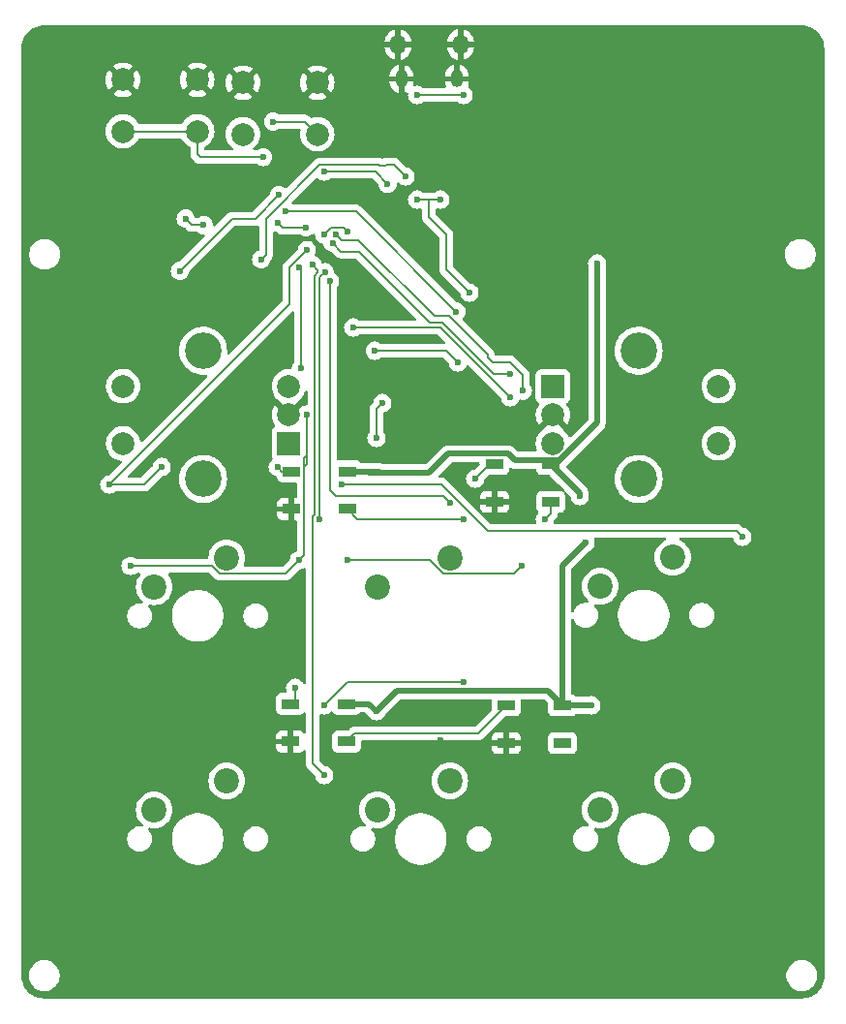
<source format=gbr>
%TF.GenerationSoftware,KiCad,Pcbnew,8.0.5*%
%TF.CreationDate,2025-01-09T16:38:30+01:00*%
%TF.ProjectId,rp2040_pad,72703230-3430-45f7-9061-642e6b696361,rev?*%
%TF.SameCoordinates,Original*%
%TF.FileFunction,Copper,L2,Bot*%
%TF.FilePolarity,Positive*%
%FSLAX46Y46*%
G04 Gerber Fmt 4.6, Leading zero omitted, Abs format (unit mm)*
G04 Created by KiCad (PCBNEW 8.0.5) date 2025-01-09 16:38:30*
%MOMM*%
%LPD*%
G01*
G04 APERTURE LIST*
%TA.AperFunction,ComponentPad*%
%ADD10C,2.200000*%
%TD*%
%TA.AperFunction,ComponentPad*%
%ADD11R,2.000000X2.000000*%
%TD*%
%TA.AperFunction,ComponentPad*%
%ADD12C,2.000000*%
%TD*%
%TA.AperFunction,ComponentPad*%
%ADD13C,3.200000*%
%TD*%
%TA.AperFunction,ComponentPad*%
%ADD14O,1.350000X1.700000*%
%TD*%
%TA.AperFunction,ComponentPad*%
%ADD15O,1.100000X1.500000*%
%TD*%
%TA.AperFunction,SMDPad,CuDef*%
%ADD16R,1.500000X0.900000*%
%TD*%
%TA.AperFunction,ViaPad*%
%ADD17C,0.600000*%
%TD*%
%TA.AperFunction,Conductor*%
%ADD18C,0.200000*%
%TD*%
%TA.AperFunction,Conductor*%
%ADD19C,0.500000*%
%TD*%
G04 APERTURE END LIST*
D10*
%TO.P,SW8,1,1*%
%TO.N,COL_B*%
X128836000Y-96012000D03*
%TO.P,SW8,2,2*%
%TO.N,Net-(D7-A)*%
X122486000Y-98552000D03*
%TD*%
D11*
%TO.P,SW2,A,A*%
%TO.N,ENC_SA2*%
X137856000Y-61524000D03*
D12*
%TO.P,SW2,B,B*%
%TO.N,ENC_SB2*%
X137856000Y-66524000D03*
%TO.P,SW2,C,C*%
%TO.N,GND*%
X137856000Y-64024000D03*
D13*
%TO.P,SW2,MP*%
%TO.N,N/C*%
X145356000Y-58424000D03*
X145356000Y-69624000D03*
D12*
%TO.P,SW2,S1,S1*%
%TO.N,Net-(D5-A)*%
X152356000Y-66524000D03*
%TO.P,SW2,S2,S2*%
%TO.N,COL_C*%
X152356000Y-61524000D03*
%TD*%
D14*
%TO.P,J1,6,Shield*%
%TO.N,GND*%
X129770000Y-31670000D03*
D15*
X129460000Y-34670000D03*
X124620000Y-34670000D03*
D14*
X124310000Y-31670000D03*
%TD*%
D10*
%TO.P,SW4,1,1*%
%TO.N,COL_A*%
X109336000Y-76512000D03*
%TO.P,SW4,2,2*%
%TO.N,Net-(D1-A)*%
X102986000Y-79052000D03*
%TD*%
%TO.P,SW9,1,1*%
%TO.N,COL_C*%
X148336000Y-96012000D03*
%TO.P,SW9,2,2*%
%TO.N,Net-(D8-A)*%
X141986000Y-98552000D03*
%TD*%
D12*
%TO.P,USB_BOOT1,1,1*%
%TO.N,GND*%
X110750000Y-35000000D03*
X117250000Y-35000000D03*
%TO.P,USB_BOOT1,2,2*%
%TO.N,Net-(R3-Pad1)*%
X110750000Y-39500000D03*
X117250000Y-39500000D03*
%TD*%
D10*
%TO.P,SW6,1,1*%
%TO.N,COL_C*%
X148336000Y-76472000D03*
%TO.P,SW6,2,2*%
%TO.N,Net-(D3-A)*%
X141986000Y-79012000D03*
%TD*%
%TO.P,SW7,1,1*%
%TO.N,COL_A*%
X109336000Y-96012000D03*
%TO.P,SW7,2,2*%
%TO.N,Net-(D6-A)*%
X102986000Y-98552000D03*
%TD*%
%TO.P,SW5,1,1*%
%TO.N,COL_B*%
X128836000Y-76512000D03*
%TO.P,SW5,2,2*%
%TO.N,Net-(D2-A)*%
X122486000Y-79052000D03*
%TD*%
D12*
%TO.P,RES1,1,1*%
%TO.N,GND*%
X100250000Y-34750000D03*
X106750000Y-34750000D03*
%TO.P,RES1,2,2*%
%TO.N,Net-(U1-RUN)*%
X100250000Y-39250000D03*
X106750000Y-39250000D03*
%TD*%
D11*
%TO.P,SW3,A,A*%
%TO.N,ENC_SA*%
X114764000Y-66524000D03*
D12*
%TO.P,SW3,B,B*%
%TO.N,ENC_SB*%
X114764000Y-61524000D03*
%TO.P,SW3,C,C*%
%TO.N,GND*%
X114764000Y-64024000D03*
D13*
%TO.P,SW3,MP*%
%TO.N,N/C*%
X107264000Y-69624000D03*
X107264000Y-58424000D03*
D12*
%TO.P,SW3,S1,S1*%
%TO.N,Net-(D4-A)*%
X100264000Y-61524000D03*
%TO.P,SW3,S2,S2*%
%TO.N,COL_A*%
X100264000Y-66524000D03*
%TD*%
D16*
%TO.P,D9,1,VDD*%
%TO.N,VBUS*%
X119888000Y-68962000D03*
%TO.P,D9,2,DOUT*%
%TO.N,Net-(D10-DIN)*%
X119888000Y-72262000D03*
%TO.P,D9,3,VSS*%
%TO.N,GND*%
X114988000Y-72262000D03*
%TO.P,D9,4,DIN*%
%TO.N,LED*%
X114988000Y-68962000D03*
%TD*%
%TO.P,D10,1,VDD*%
%TO.N,VBUS*%
X137668000Y-68328000D03*
%TO.P,D10,2,DOUT*%
%TO.N,Net-(D10-DOUT)*%
X137668000Y-71628000D03*
%TO.P,D10,3,VSS*%
%TO.N,GND*%
X132768000Y-71628000D03*
%TO.P,D10,4,DIN*%
%TO.N,Net-(D10-DIN)*%
X132768000Y-68328000D03*
%TD*%
%TO.P,D11,1,VDD*%
%TO.N,VBUS*%
X119798000Y-89282000D03*
%TO.P,D11,2,DOUT*%
%TO.N,LEDS*%
X119798000Y-92582000D03*
%TO.P,D11,3,VSS*%
%TO.N,GND*%
X114898000Y-92582000D03*
%TO.P,D11,4,DIN*%
%TO.N,Net-(D10-DOUT)*%
X114898000Y-89282000D03*
%TD*%
%TO.P,D12,1,VDD*%
%TO.N,VBUS*%
X138684000Y-89408000D03*
%TO.P,D12,2,DOUT*%
%TO.N,unconnected-(D12-DOUT-Pad2)*%
X138684000Y-92708000D03*
%TO.P,D12,3,VSS*%
%TO.N,GND*%
X133784000Y-92708000D03*
%TO.P,D12,4,DIN*%
%TO.N,LEDS*%
X133784000Y-89408000D03*
%TD*%
D17*
%TO.N,Net-(U1-RUN)*%
X129400000Y-55000000D03*
%TO.N,GND*%
X135600000Y-47600000D03*
X122000000Y-34400000D03*
X129600000Y-69400000D03*
X135600000Y-50800000D03*
X136000000Y-40600000D03*
X135800000Y-44400000D03*
X130556000Y-66040000D03*
X140716000Y-41656000D03*
X124460000Y-47752000D03*
X121412000Y-37084000D03*
X149352000Y-53848000D03*
X140716000Y-44704000D03*
X122936000Y-67564000D03*
X102108000Y-52832000D03*
X127800000Y-66600000D03*
X128016000Y-92456000D03*
X123952000Y-65532000D03*
X140716000Y-47752000D03*
X140208000Y-50800000D03*
X147320000Y-89916000D03*
X149352000Y-44704000D03*
X112360000Y-63500000D03*
X128524000Y-66040000D03*
X145250000Y-72750000D03*
X125476000Y-47752000D03*
X147320000Y-40640000D03*
X122428000Y-59944000D03*
X103632000Y-42164000D03*
%TO.N,VBUS*%
X121920000Y-69088000D03*
X140716000Y-75184000D03*
X141224000Y-89408000D03*
X122428000Y-89916000D03*
X140208000Y-71120000D03*
X141732000Y-50800000D03*
%TO.N,+3V3*%
X130048000Y-36068000D03*
X125984000Y-36068000D03*
X105744000Y-46881000D03*
X107315015Y-47436015D03*
%TO.N,XIN*%
X122936000Y-62992000D03*
X122428000Y-66040000D03*
%TO.N,Net-(U1-VREG_VOUT)*%
X130556000Y-53340000D03*
X125984000Y-45212000D03*
X128016000Y-45212000D03*
%TO.N,ROW_B*%
X115656717Y-51140717D03*
X115824000Y-59944000D03*
X115642000Y-76724000D03*
X100910000Y-77232000D03*
X135128000Y-77216000D03*
X116332000Y-64008000D03*
X119888000Y-76708000D03*
%TO.N,ROW_A*%
X99060000Y-70104000D03*
X154432000Y-74676000D03*
X119380000Y-70104000D03*
X103632000Y-68580000D03*
X116332000Y-49616904D03*
%TO.N,ROW_C*%
X117856000Y-95504000D03*
X116840000Y-50910950D03*
%TO.N,LED*%
X122290256Y-58420000D03*
X113792000Y-68580000D03*
X129540000Y-59436000D03*
%TO.N,Net-(D10-DIN)*%
X130048000Y-73152000D03*
X131064000Y-69596000D03*
%TO.N,Net-(D10-DOUT)*%
X130048000Y-87376000D03*
X137160000Y-73152000D03*
X117856000Y-89408000D03*
X115316000Y-87884000D03*
%TO.N,Net-(R3-Pad1)*%
X113400000Y-38400000D03*
%TO.N,Net-(U1-RUN)*%
X114500000Y-46250000D03*
X112500000Y-41500000D03*
%TO.N,ENC_SB2*%
X134112000Y-60452000D03*
X118592433Y-49009564D03*
%TO.N,ENC_SA2*%
X118872000Y-48260000D03*
X135221090Y-61917937D03*
%TO.N,COL_C*%
X120396000Y-56388000D03*
X134112000Y-62484000D03*
%TO.N,ENC_SB*%
X117856000Y-48260000D03*
X119888000Y-48000000D03*
%TO.N,COL_A*%
X117905408Y-51560822D03*
X117440000Y-73152000D03*
%TO.N,COL_B*%
X118364000Y-52359153D03*
X128850000Y-71705500D03*
%TO.N,QSPI_SD3*%
X124968000Y-43180000D03*
X112348000Y-50437000D03*
%TO.N,QSPI_SD1*%
X116274313Y-47660000D03*
X113792000Y-47244000D03*
%TO.N,QSPI_SD2*%
X117856000Y-42764000D03*
X113904500Y-44816500D03*
X105236000Y-51453000D03*
X123395548Y-43835081D03*
%TD*%
D18*
%TO.N,ROW_B*%
X115824000Y-51308000D02*
X115656717Y-51140717D01*
X115824000Y-59944000D02*
X115824000Y-51308000D01*
%TO.N,Net-(U1-RUN)*%
X120650000Y-46250000D02*
X114500000Y-46250000D01*
X129400000Y-55000000D02*
X120650000Y-46250000D01*
X114750000Y-46250000D02*
X114500000Y-46250000D01*
%TO.N,GND*%
X128016000Y-92456000D02*
X128268000Y-92708000D01*
X128268000Y-92708000D02*
X133784000Y-92708000D01*
D19*
%TO.N,VBUS*%
X141732000Y-64000000D02*
X141732000Y-64698610D01*
D18*
X121794000Y-68962000D02*
X121920000Y-69088000D01*
D19*
X140208000Y-70868000D02*
X140208000Y-71120000D01*
D18*
X128510000Y-67578000D02*
X127000000Y-69088000D01*
D19*
X127044661Y-69088000D02*
X122750000Y-69088000D01*
X141732000Y-64698610D02*
X138590305Y-67840305D01*
X121794000Y-89282000D02*
X119798000Y-89282000D01*
X138684000Y-77216000D02*
X138684000Y-88750000D01*
X139795000Y-70455000D02*
X140208000Y-70868000D01*
D18*
X137920000Y-68328000D02*
X141732000Y-64516000D01*
D19*
X137402000Y-88126000D02*
X124218000Y-88126000D01*
X128704661Y-67428000D02*
X127044661Y-69088000D01*
X138456610Y-67974000D02*
X134514000Y-67974000D01*
X134514000Y-67974000D02*
X133968000Y-67428000D01*
D18*
X119888000Y-68962000D02*
X121794000Y-68962000D01*
D19*
X122624000Y-68962000D02*
X119888000Y-68962000D01*
X141732000Y-64516000D02*
X141732000Y-64000000D01*
D18*
X127000000Y-69088000D02*
X121920000Y-69088000D01*
D19*
X138102610Y-68328000D02*
X137668000Y-68328000D01*
X138684000Y-89408000D02*
X137402000Y-88126000D01*
X138684000Y-88750000D02*
X138684000Y-89408000D01*
X138684000Y-77216000D02*
X140716000Y-75184000D01*
D18*
X137668000Y-68328000D02*
X137920000Y-68328000D01*
D19*
X138684000Y-89408000D02*
X141224000Y-89408000D01*
X133968000Y-67428000D02*
X128704661Y-67428000D01*
X141732000Y-64000000D02*
X141732000Y-50800000D01*
X138590305Y-67840305D02*
X138102610Y-68328000D01*
X122428000Y-89916000D02*
X121794000Y-89282000D01*
X122750000Y-69088000D02*
X122624000Y-68962000D01*
X137668000Y-68328000D02*
X139795000Y-70455000D01*
X122750000Y-69088000D02*
X121920000Y-69088000D01*
D18*
X137668000Y-68328000D02*
X137668000Y-68580000D01*
D19*
X138590305Y-67840305D02*
X138456610Y-67974000D01*
X124218000Y-88126000D02*
X122428000Y-89916000D01*
D18*
%TO.N,+3V3*%
X125984000Y-36068000D02*
X130048000Y-36068000D01*
X107315015Y-47436015D02*
X106299015Y-47436015D01*
X106299015Y-47436015D02*
X105744000Y-46881000D01*
%TO.N,XIN*%
X122936000Y-62992000D02*
X122428000Y-63500000D01*
X122428000Y-63500000D02*
X122428000Y-66040000D01*
%TO.N,Net-(U1-VREG_VOUT)*%
X128016000Y-45212000D02*
X127000000Y-45212000D01*
X128524000Y-48260000D02*
X128524000Y-51308000D01*
X127000000Y-45212000D02*
X125984000Y-45212000D01*
X128524000Y-51308000D02*
X130556000Y-53340000D01*
X127000000Y-45212000D02*
X127000000Y-46736000D01*
X127000000Y-46736000D02*
X128524000Y-48260000D01*
%TO.N,ROW_B*%
X108076101Y-77232000D02*
X108756101Y-77912000D01*
X116332000Y-68312000D02*
X116332000Y-64008000D01*
X127052101Y-76708000D02*
X128256101Y-77912000D01*
X115642000Y-76724000D02*
X116064000Y-76302000D01*
X100910000Y-77232000D02*
X108076101Y-77232000D01*
X116064000Y-76302000D02*
X116064000Y-68580000D01*
X116064000Y-67824000D02*
X116332000Y-67556000D01*
X116064000Y-68580000D02*
X116064000Y-67824000D01*
X116064000Y-68580000D02*
X116332000Y-68312000D01*
X108756101Y-77912000D02*
X114454000Y-77912000D01*
X114454000Y-77912000D02*
X115642000Y-76724000D01*
X128256101Y-77912000D02*
X134432000Y-77912000D01*
X119888000Y-76708000D02*
X127052101Y-76708000D01*
X134432000Y-77912000D02*
X135128000Y-77216000D01*
%TO.N,ROW_A*%
X153924000Y-74168000D02*
X154432000Y-74676000D01*
X148336000Y-74168000D02*
X132161029Y-74168000D01*
X114808000Y-51140904D02*
X114808000Y-54356000D01*
X114808000Y-54356000D02*
X99060000Y-70104000D01*
X102108000Y-70104000D02*
X99060000Y-70104000D01*
X128097029Y-70104000D02*
X119380000Y-70104000D01*
X103632000Y-68580000D02*
X102108000Y-70104000D01*
X116332000Y-49616904D02*
X114808000Y-51140904D01*
X132161029Y-74168000D02*
X128097029Y-70104000D01*
X148336000Y-74168000D02*
X153924000Y-74168000D01*
%TO.N,ROW_C*%
X117040000Y-72703471D02*
X116840000Y-72903471D01*
X117040000Y-51860544D02*
X117040000Y-72703471D01*
X116840000Y-50910950D02*
X117305408Y-51376358D01*
X116840000Y-72903471D02*
X116840000Y-94488000D01*
X117305408Y-51595136D02*
X117040000Y-51860544D01*
X117305408Y-51376358D02*
X117305408Y-51595136D01*
X116840000Y-94488000D02*
X117856000Y-95504000D01*
%TO.N,LED*%
X114988000Y-68962000D02*
X114174000Y-68962000D01*
X114174000Y-68962000D02*
X113792000Y-68580000D01*
X122290256Y-58420000D02*
X128524000Y-58420000D01*
X128524000Y-58420000D02*
X129540000Y-59436000D01*
%TO.N,Net-(D10-DIN)*%
X132332000Y-68328000D02*
X132768000Y-68328000D01*
X119888000Y-72262000D02*
X120778000Y-73152000D01*
X131064000Y-69596000D02*
X132332000Y-68328000D01*
X120778000Y-73152000D02*
X130048000Y-73152000D01*
%TO.N,Net-(D10-DOUT)*%
X137668000Y-71628000D02*
X137668000Y-72644000D01*
X130048000Y-87376000D02*
X119888000Y-87376000D01*
X115316000Y-88864000D02*
X114898000Y-89282000D01*
X115316000Y-87884000D02*
X115316000Y-88864000D01*
X137668000Y-72644000D02*
X137160000Y-73152000D01*
X119888000Y-87376000D02*
X117856000Y-89408000D01*
%TO.N,LEDS*%
X120524000Y-91856000D02*
X131336000Y-91856000D01*
X131336000Y-91856000D02*
X133784000Y-89408000D01*
X119798000Y-92582000D02*
X120524000Y-91856000D01*
%TO.N,Net-(R3-Pad1)*%
X113400000Y-38400000D02*
X116150000Y-38400000D01*
X116150000Y-38400000D02*
X117250000Y-39500000D01*
%TO.N,Net-(U1-RUN)*%
X106750000Y-41250000D02*
X106750000Y-39250000D01*
X107000000Y-41500000D02*
X106750000Y-41250000D01*
X100250000Y-39250000D02*
X106750000Y-39250000D01*
X112500000Y-41500000D02*
X107000000Y-41500000D01*
%TO.N,ENC_SB2*%
X127108000Y-55988000D02*
X128181686Y-55988000D01*
X118592433Y-49009564D02*
X119340762Y-49757893D01*
X131121686Y-58928000D02*
X132645686Y-60452000D01*
X119340762Y-49757893D02*
X120877893Y-49757893D01*
X128181686Y-55988000D02*
X131121686Y-58928000D01*
X120877893Y-49757893D02*
X127108000Y-55988000D01*
X132645686Y-60452000D02*
X134112000Y-60452000D01*
%TO.N,ENC_SA2*%
X132156000Y-58762315D02*
X128765685Y-55372000D01*
X135221090Y-61917937D02*
X135221090Y-60545090D01*
X134112000Y-59436000D02*
X132588000Y-59436000D01*
X119359001Y-48747001D02*
X118872000Y-48260000D01*
X120851001Y-48747001D02*
X119359001Y-48747001D01*
X127476000Y-55372000D02*
X120851001Y-48747001D01*
X132156000Y-59004000D02*
X132156000Y-58762315D01*
X128765685Y-55372000D02*
X127476000Y-55372000D01*
X132588000Y-59436000D02*
X132156000Y-59004000D01*
X135221090Y-60545090D02*
X134112000Y-59436000D01*
%TO.N,COL_C*%
X120396000Y-56388000D02*
X128016000Y-56388000D01*
X128016000Y-56388000D02*
X134112000Y-62484000D01*
%TO.N,ENC_SB*%
X118456000Y-47660000D02*
X117856000Y-48260000D01*
X119888000Y-48000000D02*
X119548000Y-47660000D01*
X119548000Y-47660000D02*
X118456000Y-47660000D01*
%TO.N,COL_A*%
X117905408Y-51560822D02*
X117440000Y-52026230D01*
X117440000Y-52026230D02*
X117440000Y-73152000D01*
%TO.N,COL_B*%
X118364000Y-70612000D02*
X118872000Y-71120000D01*
X118872000Y-71120000D02*
X128264500Y-71120000D01*
X128264500Y-71120000D02*
X128850000Y-71705500D01*
X118364000Y-52359153D02*
X118328847Y-52324000D01*
X118364000Y-52359153D02*
X118364000Y-70612000D01*
%TO.N,QSPI_SD3*%
X123276529Y-42164000D02*
X123184529Y-42256000D01*
X124968000Y-43180000D02*
X123952000Y-42164000D01*
X117474703Y-42164000D02*
X112768799Y-46869904D01*
X122595471Y-42164000D02*
X117474703Y-42164000D01*
X123184529Y-42256000D02*
X122687471Y-42256000D01*
X112348000Y-50437000D02*
X112768799Y-50016201D01*
X122687471Y-42256000D02*
X122595471Y-42164000D01*
X123952000Y-42164000D02*
X123276529Y-42164000D01*
X112768799Y-50016201D02*
X112768799Y-46869904D01*
%TO.N,QSPI_SD1*%
X116274313Y-47660000D02*
X114208000Y-47660000D01*
X114208000Y-47660000D02*
X113792000Y-47244000D01*
%TO.N,QSPI_SD2*%
X111840000Y-46881000D02*
X109808000Y-46881000D01*
X123395548Y-43835081D02*
X122324467Y-42764000D01*
X113904500Y-44816500D02*
X111840000Y-46881000D01*
X109808000Y-46881000D02*
X105236000Y-51453000D01*
X122324467Y-42764000D02*
X117856000Y-42764000D01*
%TD*%
%TA.AperFunction,Conductor*%
%TO.N,GND*%
G36*
X131399940Y-68198185D02*
G01*
X131445695Y-68250989D01*
X131455639Y-68320147D01*
X131426614Y-68383703D01*
X131420582Y-68390181D01*
X131045465Y-68765298D01*
X130984142Y-68798783D01*
X130971668Y-68800837D01*
X130884750Y-68810630D01*
X130714478Y-68870210D01*
X130561737Y-68966184D01*
X130434184Y-69093737D01*
X130338211Y-69246476D01*
X130278631Y-69416745D01*
X130278630Y-69416750D01*
X130258435Y-69595996D01*
X130258435Y-69596003D01*
X130278630Y-69775249D01*
X130278631Y-69775254D01*
X130338211Y-69945523D01*
X130434184Y-70098262D01*
X130561738Y-70225816D01*
X130714478Y-70321789D01*
X130884745Y-70381368D01*
X130884750Y-70381369D01*
X131063996Y-70401565D01*
X131064000Y-70401565D01*
X131064004Y-70401565D01*
X131243249Y-70381369D01*
X131243252Y-70381368D01*
X131243255Y-70381368D01*
X131413522Y-70321789D01*
X131566262Y-70225816D01*
X131693816Y-70098262D01*
X131789789Y-69945522D01*
X131849368Y-69775255D01*
X131859161Y-69688329D01*
X131886226Y-69623918D01*
X131894690Y-69614543D01*
X132194416Y-69314818D01*
X132255739Y-69281333D01*
X132282097Y-69278499D01*
X133565871Y-69278499D01*
X133565872Y-69278499D01*
X133625483Y-69272091D01*
X133760331Y-69221796D01*
X133875546Y-69135546D01*
X133961796Y-69020331D01*
X134012091Y-68885483D01*
X134018500Y-68825873D01*
X134018499Y-68766670D01*
X134038182Y-68699633D01*
X134090986Y-68653877D01*
X134160144Y-68643933D01*
X134189943Y-68652107D01*
X134193227Y-68653467D01*
X134193236Y-68653470D01*
X134295088Y-68695659D01*
X134411241Y-68718763D01*
X134430468Y-68722587D01*
X134440081Y-68724500D01*
X134440082Y-68724500D01*
X134440083Y-68724500D01*
X134587918Y-68724500D01*
X136295219Y-68724500D01*
X136362258Y-68744185D01*
X136408013Y-68796989D01*
X136418509Y-68835247D01*
X136423908Y-68885483D01*
X136474202Y-69020328D01*
X136474206Y-69020335D01*
X136560452Y-69135544D01*
X136560455Y-69135547D01*
X136675664Y-69221793D01*
X136675671Y-69221797D01*
X136720618Y-69238561D01*
X136810517Y-69272091D01*
X136870127Y-69278500D01*
X137505769Y-69278499D01*
X137572808Y-69298183D01*
X137593450Y-69314818D01*
X138382635Y-70104003D01*
X138836507Y-70557874D01*
X138869992Y-70619197D01*
X138865008Y-70688889D01*
X138823136Y-70744822D01*
X138757672Y-70769239D01*
X138689399Y-70754387D01*
X138674516Y-70744822D01*
X138660334Y-70734206D01*
X138660328Y-70734202D01*
X138525482Y-70683908D01*
X138525483Y-70683908D01*
X138465883Y-70677501D01*
X138465881Y-70677500D01*
X138465873Y-70677500D01*
X138465864Y-70677500D01*
X136870129Y-70677500D01*
X136870123Y-70677501D01*
X136810516Y-70683908D01*
X136675671Y-70734202D01*
X136675664Y-70734206D01*
X136560455Y-70820452D01*
X136560452Y-70820455D01*
X136474206Y-70935664D01*
X136474202Y-70935671D01*
X136423908Y-71070517D01*
X136418588Y-71120003D01*
X136417501Y-71130123D01*
X136417500Y-71130135D01*
X136417500Y-72125870D01*
X136417501Y-72125876D01*
X136423908Y-72185483D01*
X136474202Y-72320328D01*
X136474206Y-72320335D01*
X136560452Y-72435544D01*
X136564734Y-72439826D01*
X136598219Y-72501149D01*
X136593235Y-72570841D01*
X136564734Y-72615188D01*
X136530184Y-72649737D01*
X136434211Y-72802476D01*
X136374631Y-72972745D01*
X136374630Y-72972750D01*
X136354435Y-73151996D01*
X136354435Y-73152003D01*
X136374630Y-73331249D01*
X136374632Y-73331257D01*
X136399577Y-73402546D01*
X136403138Y-73472325D01*
X136368409Y-73532952D01*
X136306415Y-73565179D01*
X136282535Y-73567500D01*
X132461126Y-73567500D01*
X132394087Y-73547815D01*
X132373445Y-73531181D01*
X130968108Y-72125844D01*
X131518000Y-72125844D01*
X131524401Y-72185372D01*
X131524403Y-72185379D01*
X131574645Y-72320086D01*
X131574649Y-72320093D01*
X131660809Y-72435187D01*
X131660812Y-72435190D01*
X131775906Y-72521350D01*
X131775913Y-72521354D01*
X131910620Y-72571596D01*
X131910627Y-72571598D01*
X131970155Y-72577999D01*
X131970172Y-72578000D01*
X132518000Y-72578000D01*
X133018000Y-72578000D01*
X133565828Y-72578000D01*
X133565844Y-72577999D01*
X133625372Y-72571598D01*
X133625379Y-72571596D01*
X133760086Y-72521354D01*
X133760093Y-72521350D01*
X133875187Y-72435190D01*
X133875190Y-72435187D01*
X133961350Y-72320093D01*
X133961354Y-72320086D01*
X134011596Y-72185379D01*
X134011598Y-72185372D01*
X134017999Y-72125844D01*
X134018000Y-72125827D01*
X134018000Y-71878000D01*
X133018000Y-71878000D01*
X133018000Y-72578000D01*
X132518000Y-72578000D01*
X132518000Y-71878000D01*
X131518000Y-71878000D01*
X131518000Y-72125844D01*
X130968108Y-72125844D01*
X129972419Y-71130155D01*
X131518000Y-71130155D01*
X131518000Y-71378000D01*
X132518000Y-71378000D01*
X133018000Y-71378000D01*
X134018000Y-71378000D01*
X134018000Y-71130172D01*
X134017999Y-71130155D01*
X134011598Y-71070627D01*
X134011596Y-71070620D01*
X133961354Y-70935913D01*
X133961350Y-70935906D01*
X133875190Y-70820812D01*
X133875187Y-70820809D01*
X133760093Y-70734649D01*
X133760086Y-70734645D01*
X133625379Y-70684403D01*
X133625372Y-70684401D01*
X133565844Y-70678000D01*
X133018000Y-70678000D01*
X133018000Y-71378000D01*
X132518000Y-71378000D01*
X132518000Y-70678000D01*
X131970155Y-70678000D01*
X131910627Y-70684401D01*
X131910620Y-70684403D01*
X131775913Y-70734645D01*
X131775906Y-70734649D01*
X131660812Y-70820809D01*
X131660809Y-70820812D01*
X131574649Y-70935906D01*
X131574645Y-70935913D01*
X131524403Y-71070620D01*
X131524401Y-71070627D01*
X131518000Y-71130155D01*
X129972419Y-71130155D01*
X128584619Y-69742355D01*
X128584617Y-69742352D01*
X128465746Y-69623481D01*
X128465745Y-69623480D01*
X128370549Y-69568519D01*
X128328814Y-69544423D01*
X128176086Y-69503499D01*
X128017972Y-69503499D01*
X128010376Y-69503499D01*
X128010360Y-69503500D01*
X127989891Y-69503500D01*
X127922852Y-69483815D01*
X127877097Y-69431011D01*
X127867153Y-69361853D01*
X127896178Y-69298297D01*
X127902210Y-69291819D01*
X128979209Y-68214819D01*
X129040532Y-68181334D01*
X129066890Y-68178500D01*
X131332901Y-68178500D01*
X131399940Y-68198185D01*
G37*
%TD.AperFunction*%
%TA.AperFunction,Conductor*%
G36*
X116362737Y-61900116D02*
G01*
X116417223Y-61943854D01*
X116439412Y-62010107D01*
X116439500Y-62014766D01*
X116439500Y-63079509D01*
X116419815Y-63146548D01*
X116367011Y-63192303D01*
X116329384Y-63202729D01*
X116152745Y-63222631D01*
X116152742Y-63222631D01*
X116146271Y-63224896D01*
X116076492Y-63228452D01*
X116015867Y-63193718D01*
X116001517Y-63175673D01*
X115987433Y-63154117D01*
X115246962Y-63894588D01*
X115229925Y-63831007D01*
X115164099Y-63716993D01*
X115071007Y-63623901D01*
X114956993Y-63558075D01*
X114893410Y-63541037D01*
X115639898Y-62794548D01*
X115650515Y-62747852D01*
X115682621Y-62710444D01*
X115783744Y-62631738D01*
X115952164Y-62448785D01*
X116088173Y-62240607D01*
X116188063Y-62012881D01*
X116195294Y-61984325D01*
X116230833Y-61924170D01*
X116293254Y-61892778D01*
X116362737Y-61900116D01*
G37*
%TD.AperFunction*%
%TA.AperFunction,Conductor*%
G36*
X159604042Y-29968532D02*
G01*
X159624504Y-29969873D01*
X159852897Y-29984842D01*
X159868953Y-29986957D01*
X160109549Y-30034813D01*
X160125202Y-30039008D01*
X160357487Y-30117857D01*
X160372458Y-30124058D01*
X160592476Y-30232557D01*
X160606517Y-30240665D01*
X160810473Y-30376943D01*
X160823342Y-30386817D01*
X161007760Y-30548546D01*
X161019228Y-30560014D01*
X161180967Y-30744439D01*
X161190841Y-30757307D01*
X161327122Y-30961261D01*
X161335233Y-30975309D01*
X161443725Y-31195306D01*
X161449932Y-31210290D01*
X161528782Y-31442567D01*
X161532980Y-31458234D01*
X161580838Y-31698816D01*
X161582955Y-31714898D01*
X161599234Y-31963227D01*
X161599500Y-31971336D01*
X161599500Y-32041472D01*
X161599529Y-32041903D01*
X161631731Y-113028148D01*
X161631465Y-113036309D01*
X161615155Y-113285101D01*
X161613038Y-113301181D01*
X161565181Y-113541762D01*
X161560983Y-113557429D01*
X161482136Y-113789700D01*
X161475929Y-113804685D01*
X161367435Y-114024686D01*
X161359325Y-114038733D01*
X161223049Y-114242684D01*
X161213175Y-114255552D01*
X161051441Y-114439972D01*
X161039972Y-114451441D01*
X160855552Y-114613175D01*
X160842684Y-114623049D01*
X160638733Y-114759325D01*
X160624686Y-114767435D01*
X160404685Y-114875929D01*
X160389700Y-114882136D01*
X160157429Y-114960983D01*
X160141762Y-114965181D01*
X159901181Y-115013038D01*
X159885101Y-115015155D01*
X159661373Y-115029822D01*
X159636282Y-115031467D01*
X159628173Y-115031733D01*
X93371827Y-115031733D01*
X93363717Y-115031467D01*
X93336581Y-115029688D01*
X93114898Y-115015155D01*
X93098818Y-115013038D01*
X92858237Y-114965181D01*
X92842570Y-114960983D01*
X92610299Y-114882136D01*
X92595314Y-114875929D01*
X92375313Y-114767435D01*
X92361266Y-114759325D01*
X92157315Y-114623049D01*
X92144447Y-114613175D01*
X91960027Y-114451441D01*
X91948558Y-114439972D01*
X91869197Y-114349479D01*
X91786821Y-114255548D01*
X91776950Y-114242684D01*
X91687618Y-114108990D01*
X91640672Y-114038730D01*
X91632564Y-114024686D01*
X91524070Y-113804685D01*
X91517863Y-113789700D01*
X91501010Y-113740053D01*
X91439015Y-113557426D01*
X91434818Y-113541762D01*
X91386961Y-113301181D01*
X91384844Y-113285101D01*
X91378576Y-113189488D01*
X91368531Y-113036253D01*
X91368266Y-113028199D01*
X91368266Y-112966334D01*
X91368266Y-112957591D01*
X91368257Y-112957489D01*
X91368253Y-112925946D01*
X92017267Y-112925946D01*
X92017267Y-113138520D01*
X92050521Y-113348476D01*
X92100489Y-113502262D01*
X92116211Y-113550647D01*
X92212718Y-113740053D01*
X92337657Y-113912019D01*
X92487980Y-114062342D01*
X92659946Y-114187281D01*
X92659948Y-114187282D01*
X92659951Y-114187284D01*
X92849355Y-114283790D01*
X93051524Y-114349479D01*
X93261480Y-114382733D01*
X93261481Y-114382733D01*
X93474053Y-114382733D01*
X93474054Y-114382733D01*
X93684010Y-114349479D01*
X93886179Y-114283790D01*
X94075583Y-114187284D01*
X94097556Y-114171319D01*
X94247553Y-114062342D01*
X94247555Y-114062339D01*
X94247559Y-114062337D01*
X94397871Y-113912025D01*
X94397873Y-113912021D01*
X94397876Y-113912019D01*
X94522815Y-113740053D01*
X94522814Y-113740053D01*
X94522818Y-113740049D01*
X94619324Y-113550645D01*
X94685013Y-113348476D01*
X94718267Y-113138520D01*
X94718267Y-112925946D01*
X158281733Y-112925946D01*
X158281733Y-113138520D01*
X158314987Y-113348476D01*
X158364955Y-113502262D01*
X158380677Y-113550647D01*
X158477184Y-113740053D01*
X158602123Y-113912019D01*
X158752446Y-114062342D01*
X158924412Y-114187281D01*
X158924414Y-114187282D01*
X158924417Y-114187284D01*
X159113821Y-114283790D01*
X159315990Y-114349479D01*
X159525946Y-114382733D01*
X159525947Y-114382733D01*
X159738519Y-114382733D01*
X159738520Y-114382733D01*
X159948476Y-114349479D01*
X160150645Y-114283790D01*
X160340049Y-114187284D01*
X160362022Y-114171319D01*
X160512019Y-114062342D01*
X160512021Y-114062339D01*
X160512025Y-114062337D01*
X160662337Y-113912025D01*
X160662339Y-113912021D01*
X160662342Y-113912019D01*
X160787281Y-113740053D01*
X160787280Y-113740053D01*
X160787284Y-113740049D01*
X160883790Y-113550645D01*
X160949479Y-113348476D01*
X160982733Y-113138520D01*
X160982733Y-112925946D01*
X160949479Y-112715990D01*
X160883790Y-112513821D01*
X160787284Y-112324417D01*
X160787282Y-112324414D01*
X160787281Y-112324412D01*
X160662342Y-112152446D01*
X160512019Y-112002123D01*
X160340053Y-111877184D01*
X160150647Y-111780677D01*
X160150646Y-111780676D01*
X160150645Y-111780676D01*
X159948476Y-111714987D01*
X159948474Y-111714986D01*
X159948473Y-111714986D01*
X159787190Y-111689441D01*
X159738520Y-111681733D01*
X159525946Y-111681733D01*
X159477275Y-111689441D01*
X159315993Y-111714986D01*
X159113818Y-111780677D01*
X158924412Y-111877184D01*
X158752446Y-112002123D01*
X158602123Y-112152446D01*
X158477184Y-112324412D01*
X158380677Y-112513818D01*
X158314986Y-112715993D01*
X158281733Y-112925946D01*
X94718267Y-112925946D01*
X94685013Y-112715990D01*
X94619324Y-112513821D01*
X94522818Y-112324417D01*
X94522816Y-112324414D01*
X94522815Y-112324412D01*
X94397876Y-112152446D01*
X94247553Y-112002123D01*
X94075587Y-111877184D01*
X93886181Y-111780677D01*
X93886180Y-111780676D01*
X93886179Y-111780676D01*
X93684010Y-111714987D01*
X93684008Y-111714986D01*
X93684007Y-111714986D01*
X93522724Y-111689441D01*
X93474054Y-111681733D01*
X93261480Y-111681733D01*
X93212809Y-111689441D01*
X93051527Y-111714986D01*
X92849352Y-111780677D01*
X92659946Y-111877184D01*
X92487980Y-112002123D01*
X92337657Y-112152446D01*
X92212718Y-112324412D01*
X92116211Y-112513818D01*
X92050520Y-112715993D01*
X92017267Y-112925946D01*
X91368253Y-112925946D01*
X91366864Y-101005389D01*
X100615500Y-101005389D01*
X100615500Y-101178611D01*
X100642598Y-101349701D01*
X100696127Y-101514445D01*
X100774768Y-101668788D01*
X100876586Y-101808928D01*
X100999072Y-101931414D01*
X101139212Y-102033232D01*
X101293555Y-102111873D01*
X101458299Y-102165402D01*
X101629389Y-102192500D01*
X101629390Y-102192500D01*
X101802610Y-102192500D01*
X101802611Y-102192500D01*
X101973701Y-102165402D01*
X102138445Y-102111873D01*
X102292788Y-102033232D01*
X102432928Y-101931414D01*
X102555414Y-101808928D01*
X102657232Y-101668788D01*
X102735873Y-101514445D01*
X102789402Y-101349701D01*
X102816500Y-101178611D01*
X102816500Y-101005389D01*
X102806854Y-100944486D01*
X104545500Y-100944486D01*
X104545500Y-101239513D01*
X104577571Y-101483113D01*
X104584007Y-101531993D01*
X104658212Y-101808930D01*
X104660361Y-101816951D01*
X104660364Y-101816961D01*
X104773254Y-102089500D01*
X104773258Y-102089510D01*
X104920761Y-102344993D01*
X105100352Y-102579040D01*
X105100358Y-102579047D01*
X105308952Y-102787641D01*
X105308959Y-102787647D01*
X105543006Y-102967238D01*
X105798489Y-103114741D01*
X105798490Y-103114741D01*
X105798493Y-103114743D01*
X106071048Y-103227639D01*
X106356007Y-103303993D01*
X106648494Y-103342500D01*
X106648501Y-103342500D01*
X106943499Y-103342500D01*
X106943506Y-103342500D01*
X107235993Y-103303993D01*
X107520952Y-103227639D01*
X107793507Y-103114743D01*
X108048994Y-102967238D01*
X108283042Y-102787646D01*
X108491646Y-102579042D01*
X108671238Y-102344994D01*
X108818743Y-102089507D01*
X108931639Y-101816952D01*
X109007993Y-101531993D01*
X109046500Y-101239506D01*
X109046500Y-101005389D01*
X110775500Y-101005389D01*
X110775500Y-101178611D01*
X110802598Y-101349701D01*
X110856127Y-101514445D01*
X110934768Y-101668788D01*
X111036586Y-101808928D01*
X111159072Y-101931414D01*
X111299212Y-102033232D01*
X111453555Y-102111873D01*
X111618299Y-102165402D01*
X111789389Y-102192500D01*
X111789390Y-102192500D01*
X111962610Y-102192500D01*
X111962611Y-102192500D01*
X112133701Y-102165402D01*
X112298445Y-102111873D01*
X112452788Y-102033232D01*
X112592928Y-101931414D01*
X112715414Y-101808928D01*
X112817232Y-101668788D01*
X112895873Y-101514445D01*
X112949402Y-101349701D01*
X112976500Y-101178611D01*
X112976500Y-101005389D01*
X120115500Y-101005389D01*
X120115500Y-101178611D01*
X120142598Y-101349701D01*
X120196127Y-101514445D01*
X120274768Y-101668788D01*
X120376586Y-101808928D01*
X120499072Y-101931414D01*
X120639212Y-102033232D01*
X120793555Y-102111873D01*
X120958299Y-102165402D01*
X121129389Y-102192500D01*
X121129390Y-102192500D01*
X121302610Y-102192500D01*
X121302611Y-102192500D01*
X121473701Y-102165402D01*
X121638445Y-102111873D01*
X121792788Y-102033232D01*
X121932928Y-101931414D01*
X122055414Y-101808928D01*
X122157232Y-101668788D01*
X122235873Y-101514445D01*
X122289402Y-101349701D01*
X122316500Y-101178611D01*
X122316500Y-101005389D01*
X122306854Y-100944486D01*
X124045500Y-100944486D01*
X124045500Y-101239513D01*
X124077571Y-101483113D01*
X124084007Y-101531993D01*
X124158212Y-101808930D01*
X124160361Y-101816951D01*
X124160364Y-101816961D01*
X124273254Y-102089500D01*
X124273258Y-102089510D01*
X124420761Y-102344993D01*
X124600352Y-102579040D01*
X124600358Y-102579047D01*
X124808952Y-102787641D01*
X124808959Y-102787647D01*
X125043006Y-102967238D01*
X125298489Y-103114741D01*
X125298490Y-103114741D01*
X125298493Y-103114743D01*
X125571048Y-103227639D01*
X125856007Y-103303993D01*
X126148494Y-103342500D01*
X126148501Y-103342500D01*
X126443499Y-103342500D01*
X126443506Y-103342500D01*
X126735993Y-103303993D01*
X127020952Y-103227639D01*
X127293507Y-103114743D01*
X127548994Y-102967238D01*
X127783042Y-102787646D01*
X127991646Y-102579042D01*
X128171238Y-102344994D01*
X128318743Y-102089507D01*
X128431639Y-101816952D01*
X128507993Y-101531993D01*
X128546500Y-101239506D01*
X128546500Y-101005389D01*
X130275500Y-101005389D01*
X130275500Y-101178611D01*
X130302598Y-101349701D01*
X130356127Y-101514445D01*
X130434768Y-101668788D01*
X130536586Y-101808928D01*
X130659072Y-101931414D01*
X130799212Y-102033232D01*
X130953555Y-102111873D01*
X131118299Y-102165402D01*
X131289389Y-102192500D01*
X131289390Y-102192500D01*
X131462610Y-102192500D01*
X131462611Y-102192500D01*
X131633701Y-102165402D01*
X131798445Y-102111873D01*
X131952788Y-102033232D01*
X132092928Y-101931414D01*
X132215414Y-101808928D01*
X132317232Y-101668788D01*
X132395873Y-101514445D01*
X132449402Y-101349701D01*
X132476500Y-101178611D01*
X132476500Y-101005389D01*
X139615500Y-101005389D01*
X139615500Y-101178611D01*
X139642598Y-101349701D01*
X139696127Y-101514445D01*
X139774768Y-101668788D01*
X139876586Y-101808928D01*
X139999072Y-101931414D01*
X140139212Y-102033232D01*
X140293555Y-102111873D01*
X140458299Y-102165402D01*
X140629389Y-102192500D01*
X140629390Y-102192500D01*
X140802610Y-102192500D01*
X140802611Y-102192500D01*
X140973701Y-102165402D01*
X141138445Y-102111873D01*
X141292788Y-102033232D01*
X141432928Y-101931414D01*
X141555414Y-101808928D01*
X141657232Y-101668788D01*
X141735873Y-101514445D01*
X141789402Y-101349701D01*
X141816500Y-101178611D01*
X141816500Y-101005389D01*
X141806854Y-100944486D01*
X143545500Y-100944486D01*
X143545500Y-101239513D01*
X143577571Y-101483113D01*
X143584007Y-101531993D01*
X143658212Y-101808930D01*
X143660361Y-101816951D01*
X143660364Y-101816961D01*
X143773254Y-102089500D01*
X143773258Y-102089510D01*
X143920761Y-102344993D01*
X144100352Y-102579040D01*
X144100358Y-102579047D01*
X144308952Y-102787641D01*
X144308959Y-102787647D01*
X144543006Y-102967238D01*
X144798489Y-103114741D01*
X144798490Y-103114741D01*
X144798493Y-103114743D01*
X145071048Y-103227639D01*
X145356007Y-103303993D01*
X145648494Y-103342500D01*
X145648501Y-103342500D01*
X145943499Y-103342500D01*
X145943506Y-103342500D01*
X146235993Y-103303993D01*
X146520952Y-103227639D01*
X146793507Y-103114743D01*
X147048994Y-102967238D01*
X147283042Y-102787646D01*
X147491646Y-102579042D01*
X147671238Y-102344994D01*
X147818743Y-102089507D01*
X147931639Y-101816952D01*
X148007993Y-101531993D01*
X148046500Y-101239506D01*
X148046500Y-101005389D01*
X149775500Y-101005389D01*
X149775500Y-101178611D01*
X149802598Y-101349701D01*
X149856127Y-101514445D01*
X149934768Y-101668788D01*
X150036586Y-101808928D01*
X150159072Y-101931414D01*
X150299212Y-102033232D01*
X150453555Y-102111873D01*
X150618299Y-102165402D01*
X150789389Y-102192500D01*
X150789390Y-102192500D01*
X150962610Y-102192500D01*
X150962611Y-102192500D01*
X151133701Y-102165402D01*
X151298445Y-102111873D01*
X151452788Y-102033232D01*
X151592928Y-101931414D01*
X151715414Y-101808928D01*
X151817232Y-101668788D01*
X151895873Y-101514445D01*
X151949402Y-101349701D01*
X151976500Y-101178611D01*
X151976500Y-101005389D01*
X151949402Y-100834299D01*
X151895873Y-100669555D01*
X151817232Y-100515212D01*
X151715414Y-100375072D01*
X151592928Y-100252586D01*
X151452788Y-100150768D01*
X151298445Y-100072127D01*
X151133701Y-100018598D01*
X151133699Y-100018597D01*
X151133698Y-100018597D01*
X151002271Y-99997781D01*
X150962611Y-99991500D01*
X150789389Y-99991500D01*
X150749728Y-99997781D01*
X150618302Y-100018597D01*
X150453552Y-100072128D01*
X150299211Y-100150768D01*
X150219256Y-100208859D01*
X150159072Y-100252586D01*
X150159070Y-100252588D01*
X150159069Y-100252588D01*
X150036588Y-100375069D01*
X150036588Y-100375070D01*
X150036586Y-100375072D01*
X149992859Y-100435256D01*
X149934768Y-100515211D01*
X149856128Y-100669552D01*
X149802597Y-100834302D01*
X149785146Y-100944486D01*
X149775500Y-101005389D01*
X148046500Y-101005389D01*
X148046500Y-100944494D01*
X148007993Y-100652007D01*
X147931639Y-100367048D01*
X147818743Y-100094493D01*
X147754064Y-99982466D01*
X147671238Y-99839006D01*
X147491647Y-99604959D01*
X147491641Y-99604952D01*
X147283047Y-99396358D01*
X147283040Y-99396352D01*
X147048993Y-99216761D01*
X146793510Y-99069258D01*
X146793500Y-99069254D01*
X146520961Y-98956364D01*
X146520954Y-98956362D01*
X146520952Y-98956361D01*
X146235993Y-98880007D01*
X146187113Y-98873571D01*
X145943513Y-98841500D01*
X145943506Y-98841500D01*
X145648494Y-98841500D01*
X145648486Y-98841500D01*
X145370085Y-98878153D01*
X145356007Y-98880007D01*
X145071048Y-98956361D01*
X145071038Y-98956364D01*
X144798499Y-99069254D01*
X144798489Y-99069258D01*
X144543006Y-99216761D01*
X144308959Y-99396352D01*
X144308952Y-99396358D01*
X144100358Y-99604952D01*
X144100352Y-99604959D01*
X143920761Y-99839006D01*
X143773258Y-100094489D01*
X143773254Y-100094499D01*
X143660364Y-100367038D01*
X143660361Y-100367048D01*
X143584008Y-100652004D01*
X143584006Y-100652015D01*
X143545500Y-100944486D01*
X141806854Y-100944486D01*
X141789402Y-100834299D01*
X141735873Y-100669555D01*
X141657232Y-100515212D01*
X141555414Y-100375072D01*
X141497232Y-100316890D01*
X141463747Y-100255567D01*
X141468731Y-100185875D01*
X141510603Y-100129942D01*
X141576067Y-100105525D01*
X141613856Y-100108634D01*
X141734852Y-100137683D01*
X141986000Y-100157449D01*
X142237148Y-100137683D01*
X142482111Y-100078873D01*
X142714859Y-99982466D01*
X142929659Y-99850836D01*
X143121224Y-99687224D01*
X143284836Y-99495659D01*
X143416466Y-99280859D01*
X143512873Y-99048111D01*
X143571683Y-98803148D01*
X143591449Y-98552000D01*
X143571683Y-98300852D01*
X143512873Y-98055889D01*
X143416466Y-97823141D01*
X143416466Y-97823140D01*
X143284839Y-97608346D01*
X143284838Y-97608343D01*
X143143165Y-97442466D01*
X143121224Y-97416776D01*
X142994571Y-97308604D01*
X142929656Y-97253161D01*
X142929653Y-97253160D01*
X142714859Y-97121533D01*
X142482110Y-97025126D01*
X142237151Y-96966317D01*
X141986000Y-96946551D01*
X141734848Y-96966317D01*
X141489889Y-97025126D01*
X141257140Y-97121533D01*
X141042346Y-97253160D01*
X141042343Y-97253161D01*
X140850776Y-97416776D01*
X140687161Y-97608343D01*
X140687160Y-97608346D01*
X140555533Y-97823140D01*
X140459126Y-98055889D01*
X140400317Y-98300848D01*
X140380551Y-98552000D01*
X140400317Y-98803151D01*
X140459126Y-99048110D01*
X140555533Y-99280859D01*
X140687160Y-99495653D01*
X140687161Y-99495656D01*
X140687164Y-99495659D01*
X140850776Y-99687224D01*
X140964783Y-99784595D01*
X141002976Y-99843102D01*
X141003474Y-99912970D01*
X140966121Y-99972016D01*
X140902774Y-100001494D01*
X140864854Y-100001358D01*
X140802611Y-99991500D01*
X140629389Y-99991500D01*
X140589728Y-99997781D01*
X140458302Y-100018597D01*
X140293552Y-100072128D01*
X140139211Y-100150768D01*
X140059256Y-100208859D01*
X139999072Y-100252586D01*
X139999070Y-100252588D01*
X139999069Y-100252588D01*
X139876588Y-100375069D01*
X139876588Y-100375070D01*
X139876586Y-100375072D01*
X139832859Y-100435256D01*
X139774768Y-100515211D01*
X139696128Y-100669552D01*
X139642597Y-100834302D01*
X139625146Y-100944486D01*
X139615500Y-101005389D01*
X132476500Y-101005389D01*
X132449402Y-100834299D01*
X132395873Y-100669555D01*
X132317232Y-100515212D01*
X132215414Y-100375072D01*
X132092928Y-100252586D01*
X131952788Y-100150768D01*
X131798445Y-100072127D01*
X131633701Y-100018598D01*
X131633699Y-100018597D01*
X131633698Y-100018597D01*
X131502271Y-99997781D01*
X131462611Y-99991500D01*
X131289389Y-99991500D01*
X131249728Y-99997781D01*
X131118302Y-100018597D01*
X130953552Y-100072128D01*
X130799211Y-100150768D01*
X130719256Y-100208859D01*
X130659072Y-100252586D01*
X130659070Y-100252588D01*
X130659069Y-100252588D01*
X130536588Y-100375069D01*
X130536588Y-100375070D01*
X130536586Y-100375072D01*
X130492859Y-100435256D01*
X130434768Y-100515211D01*
X130356128Y-100669552D01*
X130302597Y-100834302D01*
X130285146Y-100944486D01*
X130275500Y-101005389D01*
X128546500Y-101005389D01*
X128546500Y-100944494D01*
X128507993Y-100652007D01*
X128431639Y-100367048D01*
X128318743Y-100094493D01*
X128254064Y-99982466D01*
X128171238Y-99839006D01*
X127991647Y-99604959D01*
X127991641Y-99604952D01*
X127783047Y-99396358D01*
X127783040Y-99396352D01*
X127548993Y-99216761D01*
X127293510Y-99069258D01*
X127293500Y-99069254D01*
X127020961Y-98956364D01*
X127020954Y-98956362D01*
X127020952Y-98956361D01*
X126735993Y-98880007D01*
X126687113Y-98873571D01*
X126443513Y-98841500D01*
X126443506Y-98841500D01*
X126148494Y-98841500D01*
X126148486Y-98841500D01*
X125870085Y-98878153D01*
X125856007Y-98880007D01*
X125571048Y-98956361D01*
X125571038Y-98956364D01*
X125298499Y-99069254D01*
X125298489Y-99069258D01*
X125043006Y-99216761D01*
X124808959Y-99396352D01*
X124808952Y-99396358D01*
X124600358Y-99604952D01*
X124600352Y-99604959D01*
X124420761Y-99839006D01*
X124273258Y-100094489D01*
X124273254Y-100094499D01*
X124160364Y-100367038D01*
X124160361Y-100367048D01*
X124084008Y-100652004D01*
X124084006Y-100652015D01*
X124045500Y-100944486D01*
X122306854Y-100944486D01*
X122289402Y-100834299D01*
X122235873Y-100669555D01*
X122157232Y-100515212D01*
X122055414Y-100375072D01*
X121997232Y-100316890D01*
X121963747Y-100255567D01*
X121968731Y-100185875D01*
X122010603Y-100129942D01*
X122076067Y-100105525D01*
X122113856Y-100108634D01*
X122234852Y-100137683D01*
X122486000Y-100157449D01*
X122737148Y-100137683D01*
X122982111Y-100078873D01*
X123214859Y-99982466D01*
X123429659Y-99850836D01*
X123621224Y-99687224D01*
X123784836Y-99495659D01*
X123916466Y-99280859D01*
X124012873Y-99048111D01*
X124071683Y-98803148D01*
X124091449Y-98552000D01*
X124071683Y-98300852D01*
X124012873Y-98055889D01*
X123916466Y-97823141D01*
X123916466Y-97823140D01*
X123784839Y-97608346D01*
X123784838Y-97608343D01*
X123643165Y-97442466D01*
X123621224Y-97416776D01*
X123494571Y-97308604D01*
X123429656Y-97253161D01*
X123429653Y-97253160D01*
X123214859Y-97121533D01*
X122982110Y-97025126D01*
X122737151Y-96966317D01*
X122486000Y-96946551D01*
X122234848Y-96966317D01*
X121989889Y-97025126D01*
X121757140Y-97121533D01*
X121542346Y-97253160D01*
X121542343Y-97253161D01*
X121350776Y-97416776D01*
X121187161Y-97608343D01*
X121187160Y-97608346D01*
X121055533Y-97823140D01*
X120959126Y-98055889D01*
X120900317Y-98300848D01*
X120880551Y-98552000D01*
X120900317Y-98803151D01*
X120959126Y-99048110D01*
X121055533Y-99280859D01*
X121187160Y-99495653D01*
X121187161Y-99495656D01*
X121187164Y-99495659D01*
X121350776Y-99687224D01*
X121464783Y-99784595D01*
X121502976Y-99843102D01*
X121503474Y-99912970D01*
X121466121Y-99972016D01*
X121402774Y-100001494D01*
X121364854Y-100001358D01*
X121302611Y-99991500D01*
X121129389Y-99991500D01*
X121089728Y-99997781D01*
X120958302Y-100018597D01*
X120793552Y-100072128D01*
X120639211Y-100150768D01*
X120559256Y-100208859D01*
X120499072Y-100252586D01*
X120499070Y-100252588D01*
X120499069Y-100252588D01*
X120376588Y-100375069D01*
X120376588Y-100375070D01*
X120376586Y-100375072D01*
X120332859Y-100435256D01*
X120274768Y-100515211D01*
X120196128Y-100669552D01*
X120142597Y-100834302D01*
X120125146Y-100944486D01*
X120115500Y-101005389D01*
X112976500Y-101005389D01*
X112949402Y-100834299D01*
X112895873Y-100669555D01*
X112817232Y-100515212D01*
X112715414Y-100375072D01*
X112592928Y-100252586D01*
X112452788Y-100150768D01*
X112298445Y-100072127D01*
X112133701Y-100018598D01*
X112133699Y-100018597D01*
X112133698Y-100018597D01*
X112002271Y-99997781D01*
X111962611Y-99991500D01*
X111789389Y-99991500D01*
X111749728Y-99997781D01*
X111618302Y-100018597D01*
X111453552Y-100072128D01*
X111299211Y-100150768D01*
X111219256Y-100208859D01*
X111159072Y-100252586D01*
X111159070Y-100252588D01*
X111159069Y-100252588D01*
X111036588Y-100375069D01*
X111036588Y-100375070D01*
X111036586Y-100375072D01*
X110992859Y-100435256D01*
X110934768Y-100515211D01*
X110856128Y-100669552D01*
X110802597Y-100834302D01*
X110785146Y-100944486D01*
X110775500Y-101005389D01*
X109046500Y-101005389D01*
X109046500Y-100944494D01*
X109007993Y-100652007D01*
X108931639Y-100367048D01*
X108818743Y-100094493D01*
X108754064Y-99982466D01*
X108671238Y-99839006D01*
X108491647Y-99604959D01*
X108491641Y-99604952D01*
X108283047Y-99396358D01*
X108283040Y-99396352D01*
X108048993Y-99216761D01*
X107793510Y-99069258D01*
X107793500Y-99069254D01*
X107520961Y-98956364D01*
X107520954Y-98956362D01*
X107520952Y-98956361D01*
X107235993Y-98880007D01*
X107187113Y-98873571D01*
X106943513Y-98841500D01*
X106943506Y-98841500D01*
X106648494Y-98841500D01*
X106648486Y-98841500D01*
X106370085Y-98878153D01*
X106356007Y-98880007D01*
X106071048Y-98956361D01*
X106071038Y-98956364D01*
X105798499Y-99069254D01*
X105798489Y-99069258D01*
X105543006Y-99216761D01*
X105308959Y-99396352D01*
X105308952Y-99396358D01*
X105100358Y-99604952D01*
X105100352Y-99604959D01*
X104920761Y-99839006D01*
X104773258Y-100094489D01*
X104773254Y-100094499D01*
X104660364Y-100367038D01*
X104660361Y-100367048D01*
X104584008Y-100652004D01*
X104584006Y-100652015D01*
X104545500Y-100944486D01*
X102806854Y-100944486D01*
X102789402Y-100834299D01*
X102735873Y-100669555D01*
X102657232Y-100515212D01*
X102555414Y-100375072D01*
X102497232Y-100316890D01*
X102463747Y-100255567D01*
X102468731Y-100185875D01*
X102510603Y-100129942D01*
X102576067Y-100105525D01*
X102613856Y-100108634D01*
X102734852Y-100137683D01*
X102986000Y-100157449D01*
X103237148Y-100137683D01*
X103482111Y-100078873D01*
X103714859Y-99982466D01*
X103929659Y-99850836D01*
X104121224Y-99687224D01*
X104284836Y-99495659D01*
X104416466Y-99280859D01*
X104512873Y-99048111D01*
X104571683Y-98803148D01*
X104591449Y-98552000D01*
X104571683Y-98300852D01*
X104512873Y-98055889D01*
X104416466Y-97823141D01*
X104416466Y-97823140D01*
X104284839Y-97608346D01*
X104284838Y-97608343D01*
X104143165Y-97442466D01*
X104121224Y-97416776D01*
X103994571Y-97308604D01*
X103929656Y-97253161D01*
X103929653Y-97253160D01*
X103714859Y-97121533D01*
X103482110Y-97025126D01*
X103237151Y-96966317D01*
X102986000Y-96946551D01*
X102734848Y-96966317D01*
X102489889Y-97025126D01*
X102257140Y-97121533D01*
X102042346Y-97253160D01*
X102042343Y-97253161D01*
X101850776Y-97416776D01*
X101687161Y-97608343D01*
X101687160Y-97608346D01*
X101555533Y-97823140D01*
X101459126Y-98055889D01*
X101400317Y-98300848D01*
X101380551Y-98552000D01*
X101400317Y-98803151D01*
X101459126Y-99048110D01*
X101555533Y-99280859D01*
X101687160Y-99495653D01*
X101687161Y-99495656D01*
X101687164Y-99495659D01*
X101850776Y-99687224D01*
X101964783Y-99784595D01*
X102002976Y-99843102D01*
X102003474Y-99912970D01*
X101966121Y-99972016D01*
X101902774Y-100001494D01*
X101864854Y-100001358D01*
X101802611Y-99991500D01*
X101629389Y-99991500D01*
X101589728Y-99997781D01*
X101458302Y-100018597D01*
X101293552Y-100072128D01*
X101139211Y-100150768D01*
X101059256Y-100208859D01*
X100999072Y-100252586D01*
X100999070Y-100252588D01*
X100999069Y-100252588D01*
X100876588Y-100375069D01*
X100876588Y-100375070D01*
X100876586Y-100375072D01*
X100832859Y-100435256D01*
X100774768Y-100515211D01*
X100696128Y-100669552D01*
X100642597Y-100834302D01*
X100625146Y-100944486D01*
X100615500Y-101005389D01*
X91366864Y-101005389D01*
X91366282Y-96012000D01*
X107730551Y-96012000D01*
X107750317Y-96263151D01*
X107809126Y-96508110D01*
X107905533Y-96740859D01*
X108037160Y-96955653D01*
X108037161Y-96955656D01*
X108092604Y-97020571D01*
X108200776Y-97147224D01*
X108324811Y-97253160D01*
X108392343Y-97310838D01*
X108392346Y-97310839D01*
X108607140Y-97442466D01*
X108839889Y-97538873D01*
X109084852Y-97597683D01*
X109336000Y-97617449D01*
X109587148Y-97597683D01*
X109832111Y-97538873D01*
X110064859Y-97442466D01*
X110279659Y-97310836D01*
X110471224Y-97147224D01*
X110634836Y-96955659D01*
X110766466Y-96740859D01*
X110862873Y-96508111D01*
X110921683Y-96263148D01*
X110941449Y-96012000D01*
X110921683Y-95760852D01*
X110862873Y-95515889D01*
X110766466Y-95283141D01*
X110766466Y-95283140D01*
X110634839Y-95068346D01*
X110634838Y-95068343D01*
X110597875Y-95025066D01*
X110471224Y-94876776D01*
X110344571Y-94768604D01*
X110279656Y-94713161D01*
X110279653Y-94713160D01*
X110064859Y-94581533D01*
X109832110Y-94485126D01*
X109587151Y-94426317D01*
X109336000Y-94406551D01*
X109084848Y-94426317D01*
X108839889Y-94485126D01*
X108607140Y-94581533D01*
X108392346Y-94713160D01*
X108392343Y-94713161D01*
X108200776Y-94876776D01*
X108037161Y-95068343D01*
X108037160Y-95068346D01*
X107905533Y-95283140D01*
X107809126Y-95515889D01*
X107750317Y-95760848D01*
X107730551Y-96012000D01*
X91366282Y-96012000D01*
X91365940Y-93079844D01*
X113648000Y-93079844D01*
X113654401Y-93139372D01*
X113654403Y-93139379D01*
X113704645Y-93274086D01*
X113704649Y-93274093D01*
X113790809Y-93389187D01*
X113790812Y-93389190D01*
X113905906Y-93475350D01*
X113905913Y-93475354D01*
X114040620Y-93525596D01*
X114040627Y-93525598D01*
X114100155Y-93531999D01*
X114100172Y-93532000D01*
X114648000Y-93532000D01*
X114648000Y-92832000D01*
X113648000Y-92832000D01*
X113648000Y-93079844D01*
X91365940Y-93079844D01*
X91365824Y-92084155D01*
X113648000Y-92084155D01*
X113648000Y-92332000D01*
X114648000Y-92332000D01*
X114648000Y-91632000D01*
X114100155Y-91632000D01*
X114040627Y-91638401D01*
X114040620Y-91638403D01*
X113905913Y-91688645D01*
X113905906Y-91688649D01*
X113790812Y-91774809D01*
X113790809Y-91774812D01*
X113704649Y-91889906D01*
X113704645Y-91889913D01*
X113654403Y-92024620D01*
X113654401Y-92024627D01*
X113648000Y-92084155D01*
X91365824Y-92084155D01*
X91363573Y-72759844D01*
X113738000Y-72759844D01*
X113744401Y-72819372D01*
X113744403Y-72819379D01*
X113794645Y-72954086D01*
X113794649Y-72954093D01*
X113880809Y-73069187D01*
X113880812Y-73069190D01*
X113995906Y-73155350D01*
X113995913Y-73155354D01*
X114130620Y-73205596D01*
X114130627Y-73205598D01*
X114190155Y-73211999D01*
X114190172Y-73212000D01*
X114738000Y-73212000D01*
X114738000Y-72512000D01*
X113738000Y-72512000D01*
X113738000Y-72759844D01*
X91363573Y-72759844D01*
X91363457Y-71764155D01*
X113738000Y-71764155D01*
X113738000Y-72012000D01*
X114738000Y-72012000D01*
X114738000Y-71312000D01*
X114190155Y-71312000D01*
X114130627Y-71318401D01*
X114130620Y-71318403D01*
X113995913Y-71368645D01*
X113995906Y-71368649D01*
X113880812Y-71454809D01*
X113880809Y-71454812D01*
X113794649Y-71569906D01*
X113794645Y-71569913D01*
X113744403Y-71704620D01*
X113744401Y-71704627D01*
X113738000Y-71764155D01*
X91363457Y-71764155D01*
X91363264Y-70103996D01*
X98254435Y-70103996D01*
X98254435Y-70104003D01*
X98274630Y-70283249D01*
X98274631Y-70283254D01*
X98334211Y-70453523D01*
X98430184Y-70606262D01*
X98557738Y-70733816D01*
X98710478Y-70829789D01*
X98880745Y-70889368D01*
X98880750Y-70889369D01*
X99059996Y-70909565D01*
X99060000Y-70909565D01*
X99060004Y-70909565D01*
X99239249Y-70889369D01*
X99239252Y-70889368D01*
X99239255Y-70889368D01*
X99409522Y-70829789D01*
X99562262Y-70733816D01*
X99562267Y-70733810D01*
X99565097Y-70731555D01*
X99567275Y-70730665D01*
X99568158Y-70730111D01*
X99568255Y-70730265D01*
X99629783Y-70705145D01*
X99642412Y-70704500D01*
X102021331Y-70704500D01*
X102021347Y-70704501D01*
X102028943Y-70704501D01*
X102187054Y-70704501D01*
X102187057Y-70704501D01*
X102339785Y-70663577D01*
X102419180Y-70617738D01*
X102476716Y-70584520D01*
X102588520Y-70472716D01*
X102588520Y-70472714D01*
X102598724Y-70462511D01*
X102598728Y-70462506D01*
X103437233Y-69624000D01*
X105158592Y-69624000D01*
X105178201Y-69910680D01*
X105178201Y-69910684D01*
X105178202Y-69910686D01*
X105185441Y-69945521D01*
X105236666Y-70192034D01*
X105236667Y-70192037D01*
X105332894Y-70462793D01*
X105332893Y-70462793D01*
X105465098Y-70717935D01*
X105630812Y-70952700D01*
X105715923Y-71043831D01*
X105826947Y-71162708D01*
X106049853Y-71344055D01*
X106256175Y-71469523D01*
X106295382Y-71493365D01*
X106471600Y-71569906D01*
X106558942Y-71607844D01*
X106835642Y-71685371D01*
X107085920Y-71719771D01*
X107120321Y-71724500D01*
X107120322Y-71724500D01*
X107407679Y-71724500D01*
X107438370Y-71720281D01*
X107692358Y-71685371D01*
X107969058Y-71607844D01*
X108082015Y-71558779D01*
X108232617Y-71493365D01*
X108232620Y-71493363D01*
X108232625Y-71493361D01*
X108478147Y-71344055D01*
X108701053Y-71162708D01*
X108897189Y-70952698D01*
X109062901Y-70717936D01*
X109195104Y-70462797D01*
X109291334Y-70192032D01*
X109349798Y-69910686D01*
X109369408Y-69624000D01*
X109349798Y-69337314D01*
X109291334Y-69055968D01*
X109195105Y-68785206D01*
X109195106Y-68785206D01*
X109062901Y-68530064D01*
X108897187Y-68295299D01*
X108772515Y-68161809D01*
X108701053Y-68085292D01*
X108478147Y-67903945D01*
X108478146Y-67903944D01*
X108232617Y-67754634D01*
X107969063Y-67640158D01*
X107969061Y-67640157D01*
X107969058Y-67640156D01*
X107839578Y-67603877D01*
X107692364Y-67562630D01*
X107692359Y-67562629D01*
X107692358Y-67562629D01*
X107550018Y-67543064D01*
X107407679Y-67523500D01*
X107407678Y-67523500D01*
X107120322Y-67523500D01*
X107120321Y-67523500D01*
X106835642Y-67562629D01*
X106835635Y-67562630D01*
X106627861Y-67620845D01*
X106558942Y-67640156D01*
X106558939Y-67640156D01*
X106558936Y-67640158D01*
X106558935Y-67640158D01*
X106295382Y-67754634D01*
X106049853Y-67903944D01*
X105826950Y-68085289D01*
X105630812Y-68295299D01*
X105465098Y-68530064D01*
X105332894Y-68785206D01*
X105236667Y-69055962D01*
X105236666Y-69055965D01*
X105178201Y-69337319D01*
X105158592Y-69624000D01*
X103437233Y-69624000D01*
X103650535Y-69410698D01*
X103711856Y-69377215D01*
X103724311Y-69375163D01*
X103811255Y-69365368D01*
X103981522Y-69305789D01*
X104134262Y-69209816D01*
X104261816Y-69082262D01*
X104357789Y-68929522D01*
X104417368Y-68759255D01*
X104421284Y-68724500D01*
X104437565Y-68580003D01*
X104437565Y-68579996D01*
X104417369Y-68400750D01*
X104417368Y-68400745D01*
X104392436Y-68329494D01*
X104357789Y-68230478D01*
X104333495Y-68191815D01*
X104318582Y-68168080D01*
X104261816Y-68077738D01*
X104134262Y-67950184D01*
X104116480Y-67939011D01*
X103981523Y-67854211D01*
X103811254Y-67794631D01*
X103811249Y-67794630D01*
X103632004Y-67774435D01*
X103631996Y-67774435D01*
X103452750Y-67794630D01*
X103452745Y-67794631D01*
X103282476Y-67854211D01*
X103129737Y-67950184D01*
X103002184Y-68077737D01*
X102906210Y-68230478D01*
X102846630Y-68400750D01*
X102836837Y-68487668D01*
X102809770Y-68552082D01*
X102801298Y-68561465D01*
X101895584Y-69467181D01*
X101834261Y-69500666D01*
X101807903Y-69503500D01*
X100809097Y-69503500D01*
X100742058Y-69483815D01*
X100696303Y-69431011D01*
X100686359Y-69361853D01*
X100715384Y-69298297D01*
X100721416Y-69291819D01*
X115011819Y-55001415D01*
X115073142Y-54967930D01*
X115142834Y-54972914D01*
X115198767Y-55014786D01*
X115223184Y-55080250D01*
X115223500Y-55089096D01*
X115223500Y-59361587D01*
X115203815Y-59428626D01*
X115196450Y-59438896D01*
X115194186Y-59441734D01*
X115098211Y-59594476D01*
X115038631Y-59764745D01*
X115038630Y-59764750D01*
X115021836Y-59913809D01*
X114994770Y-59978223D01*
X114937175Y-60017779D01*
X114893463Y-60022909D01*
X114893463Y-60023500D01*
X114888434Y-60023500D01*
X114888400Y-60023504D01*
X114888352Y-60023500D01*
X114888335Y-60023500D01*
X114639665Y-60023500D01*
X114394383Y-60064429D01*
X114159197Y-60145169D01*
X114159188Y-60145172D01*
X113940493Y-60263524D01*
X113744257Y-60416261D01*
X113575833Y-60599217D01*
X113439826Y-60807393D01*
X113339936Y-61035118D01*
X113278892Y-61276175D01*
X113278890Y-61276187D01*
X113258357Y-61523994D01*
X113258357Y-61524005D01*
X113278890Y-61771812D01*
X113278892Y-61771824D01*
X113339936Y-62012881D01*
X113439826Y-62240606D01*
X113575833Y-62448782D01*
X113575836Y-62448785D01*
X113744256Y-62631738D01*
X113744259Y-62631740D01*
X113744262Y-62631743D01*
X113845374Y-62710442D01*
X113886187Y-62767152D01*
X113890300Y-62796748D01*
X114634590Y-63541037D01*
X114571007Y-63558075D01*
X114456993Y-63623901D01*
X114363901Y-63716993D01*
X114298075Y-63831007D01*
X114281037Y-63894590D01*
X113540564Y-63154116D01*
X113440267Y-63307632D01*
X113340412Y-63535282D01*
X113279387Y-63776261D01*
X113279385Y-63776270D01*
X113258859Y-64023994D01*
X113258859Y-64024005D01*
X113279385Y-64271729D01*
X113279387Y-64271738D01*
X113340412Y-64512717D01*
X113440267Y-64740367D01*
X113552484Y-64912129D01*
X113572672Y-64979018D01*
X113553491Y-65046204D01*
X113522987Y-65079216D01*
X113406452Y-65166455D01*
X113320206Y-65281664D01*
X113320202Y-65281671D01*
X113269908Y-65416517D01*
X113263501Y-65476116D01*
X113263500Y-65476135D01*
X113263500Y-67571870D01*
X113263501Y-67571876D01*
X113269908Y-67631483D01*
X113320202Y-67766328D01*
X113320204Y-67766331D01*
X113323423Y-67770631D01*
X113347841Y-67836095D01*
X113332990Y-67904368D01*
X113294637Y-67945147D01*
X113295188Y-67945837D01*
X113290391Y-67949662D01*
X113290141Y-67949929D01*
X113289746Y-67950176D01*
X113289739Y-67950182D01*
X113162184Y-68077737D01*
X113066211Y-68230476D01*
X113006631Y-68400745D01*
X113006630Y-68400750D01*
X112986435Y-68579996D01*
X112986435Y-68580003D01*
X113006630Y-68759249D01*
X113006631Y-68759254D01*
X113066211Y-68929523D01*
X113145660Y-69055965D01*
X113162184Y-69082262D01*
X113289738Y-69209816D01*
X113308806Y-69221797D01*
X113430554Y-69298297D01*
X113442478Y-69305789D01*
X113612745Y-69365368D01*
X113629963Y-69367307D01*
X113694375Y-69394372D01*
X113733932Y-69451965D01*
X113739371Y-69477273D01*
X113743909Y-69519483D01*
X113794202Y-69654328D01*
X113794206Y-69654335D01*
X113880452Y-69769544D01*
X113880455Y-69769547D01*
X113995664Y-69855793D01*
X113995671Y-69855797D01*
X114130517Y-69906091D01*
X114130516Y-69906091D01*
X114137444Y-69906835D01*
X114190127Y-69912500D01*
X115339500Y-69912499D01*
X115406539Y-69932184D01*
X115452294Y-69984987D01*
X115463500Y-70036499D01*
X115463500Y-71188000D01*
X115443815Y-71255039D01*
X115391011Y-71300794D01*
X115339500Y-71312000D01*
X115238000Y-71312000D01*
X115238000Y-73212000D01*
X115339500Y-73212000D01*
X115406539Y-73231685D01*
X115452294Y-73284489D01*
X115463500Y-73336000D01*
X115463500Y-75850384D01*
X115443815Y-75917423D01*
X115391011Y-75963178D01*
X115380455Y-75967425D01*
X115292480Y-75998209D01*
X115139737Y-76094184D01*
X115012184Y-76221737D01*
X114916210Y-76374478D01*
X114856630Y-76544750D01*
X114846837Y-76631668D01*
X114819770Y-76696082D01*
X114811298Y-76705465D01*
X114241584Y-77275181D01*
X114180261Y-77308666D01*
X114153903Y-77311500D01*
X110922785Y-77311500D01*
X110855746Y-77291815D01*
X110809991Y-77239011D01*
X110800047Y-77169853D01*
X110808224Y-77140048D01*
X110862872Y-77008114D01*
X110862872Y-77008113D01*
X110862873Y-77008111D01*
X110921683Y-76763148D01*
X110941449Y-76512000D01*
X110921683Y-76260852D01*
X110862873Y-76015889D01*
X110842799Y-75967425D01*
X110766466Y-75783140D01*
X110634839Y-75568346D01*
X110634838Y-75568343D01*
X110543472Y-75461368D01*
X110471224Y-75376776D01*
X110344571Y-75268604D01*
X110279656Y-75213161D01*
X110279653Y-75213160D01*
X110064859Y-75081533D01*
X109832110Y-74985126D01*
X109587151Y-74926317D01*
X109336000Y-74906551D01*
X109084848Y-74926317D01*
X108839889Y-74985126D01*
X108607140Y-75081533D01*
X108392346Y-75213160D01*
X108392343Y-75213161D01*
X108200776Y-75376776D01*
X108037161Y-75568343D01*
X108037160Y-75568346D01*
X107905533Y-75783140D01*
X107809126Y-76015889D01*
X107750317Y-76260848D01*
X107730169Y-76516857D01*
X107727856Y-76516675D01*
X107710866Y-76574539D01*
X107658062Y-76620294D01*
X107606551Y-76631500D01*
X101492412Y-76631500D01*
X101425373Y-76611815D01*
X101415097Y-76604445D01*
X101412263Y-76602185D01*
X101412262Y-76602184D01*
X101355496Y-76566515D01*
X101259523Y-76506211D01*
X101089254Y-76446631D01*
X101089249Y-76446630D01*
X100910004Y-76426435D01*
X100909996Y-76426435D01*
X100730750Y-76446630D01*
X100730745Y-76446631D01*
X100560476Y-76506211D01*
X100407737Y-76602184D01*
X100280184Y-76729737D01*
X100184211Y-76882476D01*
X100124631Y-77052745D01*
X100124630Y-77052750D01*
X100104435Y-77231996D01*
X100104435Y-77232003D01*
X100124630Y-77411249D01*
X100124631Y-77411254D01*
X100184211Y-77581523D01*
X100280184Y-77734262D01*
X100407738Y-77861816D01*
X100560478Y-77957789D01*
X100685017Y-78001367D01*
X100730745Y-78017368D01*
X100730750Y-78017369D01*
X100909996Y-78037565D01*
X100910000Y-78037565D01*
X100910004Y-78037565D01*
X101089249Y-78017369D01*
X101089252Y-78017368D01*
X101089255Y-78017368D01*
X101259522Y-77957789D01*
X101412262Y-77861816D01*
X101412267Y-77861810D01*
X101415097Y-77859555D01*
X101417275Y-77858665D01*
X101418158Y-77858111D01*
X101418255Y-77858265D01*
X101479783Y-77833145D01*
X101492412Y-77832500D01*
X101653778Y-77832500D01*
X101720817Y-77852185D01*
X101766572Y-77904989D01*
X101776516Y-77974147D01*
X101748068Y-78037031D01*
X101735144Y-78052163D01*
X101687161Y-78108343D01*
X101687160Y-78108346D01*
X101555533Y-78323140D01*
X101459126Y-78555889D01*
X101400317Y-78800848D01*
X101380551Y-79052000D01*
X101400317Y-79303151D01*
X101459126Y-79548110D01*
X101555533Y-79780859D01*
X101687160Y-79995653D01*
X101687161Y-79995656D01*
X101687164Y-79995659D01*
X101850776Y-80187224D01*
X101917949Y-80244595D01*
X101964783Y-80284595D01*
X102002976Y-80343102D01*
X102003474Y-80412970D01*
X101966121Y-80472016D01*
X101902774Y-80501494D01*
X101864854Y-80501358D01*
X101802611Y-80491500D01*
X101629389Y-80491500D01*
X101589728Y-80497781D01*
X101458302Y-80518597D01*
X101293552Y-80572128D01*
X101139211Y-80650768D01*
X101059256Y-80708859D01*
X100999072Y-80752586D01*
X100999070Y-80752588D01*
X100999069Y-80752588D01*
X100876588Y-80875069D01*
X100876588Y-80875070D01*
X100876586Y-80875072D01*
X100832859Y-80935256D01*
X100774768Y-81015211D01*
X100696128Y-81169552D01*
X100642597Y-81334302D01*
X100631481Y-81404486D01*
X100615500Y-81505389D01*
X100615500Y-81678611D01*
X100618811Y-81699513D01*
X100640958Y-81839350D01*
X100642598Y-81849701D01*
X100696127Y-82014445D01*
X100774768Y-82168788D01*
X100876586Y-82308928D01*
X100999072Y-82431414D01*
X101139212Y-82533232D01*
X101293555Y-82611873D01*
X101458299Y-82665402D01*
X101629389Y-82692500D01*
X101629390Y-82692500D01*
X101802610Y-82692500D01*
X101802611Y-82692500D01*
X101973701Y-82665402D01*
X102138445Y-82611873D01*
X102292788Y-82533232D01*
X102432928Y-82431414D01*
X102555414Y-82308928D01*
X102657232Y-82168788D01*
X102735873Y-82014445D01*
X102789402Y-81849701D01*
X102816500Y-81678611D01*
X102816500Y-81505389D01*
X102806854Y-81444486D01*
X104545500Y-81444486D01*
X104545500Y-81739513D01*
X104576431Y-81974445D01*
X104584007Y-82031993D01*
X104658212Y-82308930D01*
X104660361Y-82316951D01*
X104660364Y-82316961D01*
X104773254Y-82589500D01*
X104773258Y-82589510D01*
X104920761Y-82844993D01*
X105100352Y-83079040D01*
X105100358Y-83079047D01*
X105308952Y-83287641D01*
X105308959Y-83287647D01*
X105543006Y-83467238D01*
X105798489Y-83614741D01*
X105798490Y-83614741D01*
X105798493Y-83614743D01*
X106071048Y-83727639D01*
X106356007Y-83803993D01*
X106648494Y-83842500D01*
X106648501Y-83842500D01*
X106943499Y-83842500D01*
X106943506Y-83842500D01*
X107235993Y-83803993D01*
X107520952Y-83727639D01*
X107793507Y-83614743D01*
X108048994Y-83467238D01*
X108283042Y-83287646D01*
X108491646Y-83079042D01*
X108671238Y-82844994D01*
X108818743Y-82589507D01*
X108931639Y-82316952D01*
X109007993Y-82031993D01*
X109046500Y-81739506D01*
X109046500Y-81505389D01*
X110775500Y-81505389D01*
X110775500Y-81678611D01*
X110778811Y-81699513D01*
X110800958Y-81839350D01*
X110802598Y-81849701D01*
X110856127Y-82014445D01*
X110934768Y-82168788D01*
X111036586Y-82308928D01*
X111159072Y-82431414D01*
X111299212Y-82533232D01*
X111453555Y-82611873D01*
X111618299Y-82665402D01*
X111789389Y-82692500D01*
X111789390Y-82692500D01*
X111962610Y-82692500D01*
X111962611Y-82692500D01*
X112133701Y-82665402D01*
X112298445Y-82611873D01*
X112452788Y-82533232D01*
X112592928Y-82431414D01*
X112715414Y-82308928D01*
X112817232Y-82168788D01*
X112895873Y-82014445D01*
X112949402Y-81849701D01*
X112976500Y-81678611D01*
X112976500Y-81505389D01*
X112949402Y-81334299D01*
X112895873Y-81169555D01*
X112817232Y-81015212D01*
X112715414Y-80875072D01*
X112592928Y-80752586D01*
X112452788Y-80650768D01*
X112298445Y-80572127D01*
X112133701Y-80518598D01*
X112133699Y-80518597D01*
X112133698Y-80518597D01*
X112002271Y-80497781D01*
X111962611Y-80491500D01*
X111789389Y-80491500D01*
X111749728Y-80497781D01*
X111618302Y-80518597D01*
X111453552Y-80572128D01*
X111299211Y-80650768D01*
X111219256Y-80708859D01*
X111159072Y-80752586D01*
X111159070Y-80752588D01*
X111159069Y-80752588D01*
X111036588Y-80875069D01*
X111036588Y-80875070D01*
X111036586Y-80875072D01*
X110992859Y-80935256D01*
X110934768Y-81015211D01*
X110856128Y-81169552D01*
X110802597Y-81334302D01*
X110791481Y-81404486D01*
X110775500Y-81505389D01*
X109046500Y-81505389D01*
X109046500Y-81444494D01*
X109007993Y-81152007D01*
X108931639Y-80867048D01*
X108915070Y-80827048D01*
X108884227Y-80752586D01*
X108818743Y-80594493D01*
X108816115Y-80589942D01*
X108671238Y-80339006D01*
X108491647Y-80104959D01*
X108491641Y-80104952D01*
X108283047Y-79896358D01*
X108283040Y-79896352D01*
X108048993Y-79716761D01*
X107793510Y-79569258D01*
X107793500Y-79569254D01*
X107520961Y-79456364D01*
X107520954Y-79456362D01*
X107520952Y-79456361D01*
X107235993Y-79380007D01*
X107187113Y-79373571D01*
X106943513Y-79341500D01*
X106943506Y-79341500D01*
X106648494Y-79341500D01*
X106648486Y-79341500D01*
X106370085Y-79378153D01*
X106356007Y-79380007D01*
X106220331Y-79416361D01*
X106071048Y-79456361D01*
X106071038Y-79456364D01*
X105798499Y-79569254D01*
X105798489Y-79569258D01*
X105543006Y-79716761D01*
X105308959Y-79896352D01*
X105308952Y-79896358D01*
X105100358Y-80104952D01*
X105100352Y-80104959D01*
X104920761Y-80339006D01*
X104773258Y-80594489D01*
X104773254Y-80594499D01*
X104660364Y-80867038D01*
X104660361Y-80867048D01*
X104584008Y-81152004D01*
X104584006Y-81152015D01*
X104545500Y-81444486D01*
X102806854Y-81444486D01*
X102789402Y-81334299D01*
X102735873Y-81169555D01*
X102657232Y-81015212D01*
X102555414Y-80875072D01*
X102497232Y-80816890D01*
X102463747Y-80755567D01*
X102468731Y-80685875D01*
X102510603Y-80629942D01*
X102576067Y-80605525D01*
X102613856Y-80608634D01*
X102734852Y-80637683D01*
X102986000Y-80657449D01*
X103237148Y-80637683D01*
X103482111Y-80578873D01*
X103714859Y-80482466D01*
X103929659Y-80350836D01*
X104121224Y-80187224D01*
X104284836Y-79995659D01*
X104416466Y-79780859D01*
X104512873Y-79548111D01*
X104571683Y-79303148D01*
X104591449Y-79052000D01*
X104571683Y-78800852D01*
X104512873Y-78555889D01*
X104465965Y-78442642D01*
X104416466Y-78323140D01*
X104284839Y-78108346D01*
X104284838Y-78108343D01*
X104241569Y-78057682D01*
X104223931Y-78037031D01*
X104195361Y-77973270D01*
X104205798Y-77904185D01*
X104251929Y-77851709D01*
X104318222Y-77832500D01*
X107776004Y-77832500D01*
X107843043Y-77852185D01*
X107863685Y-77868819D01*
X108271240Y-78276374D01*
X108271250Y-78276385D01*
X108275580Y-78280715D01*
X108275581Y-78280716D01*
X108387385Y-78392520D01*
X108474196Y-78442639D01*
X108474198Y-78442641D01*
X108524314Y-78471576D01*
X108524316Y-78471577D01*
X108677043Y-78512500D01*
X108677044Y-78512500D01*
X114367331Y-78512500D01*
X114367347Y-78512501D01*
X114374943Y-78512501D01*
X114533054Y-78512501D01*
X114533057Y-78512501D01*
X114685785Y-78471577D01*
X114735904Y-78442639D01*
X114822716Y-78392520D01*
X114934520Y-78280716D01*
X114934520Y-78280714D01*
X114944728Y-78270507D01*
X114944730Y-78270504D01*
X115660535Y-77554698D01*
X115721856Y-77521215D01*
X115734311Y-77519163D01*
X115821255Y-77509368D01*
X115991522Y-77449789D01*
X116049527Y-77413341D01*
X116116764Y-77394341D01*
X116183599Y-77414708D01*
X116228814Y-77467976D01*
X116239500Y-77518335D01*
X116239500Y-87418719D01*
X116219815Y-87485758D01*
X116167011Y-87531513D01*
X116097853Y-87541457D01*
X116034297Y-87512432D01*
X116010506Y-87484691D01*
X115966891Y-87415279D01*
X115945816Y-87381738D01*
X115818262Y-87254184D01*
X115665523Y-87158211D01*
X115495254Y-87098631D01*
X115495249Y-87098630D01*
X115316004Y-87078435D01*
X115315996Y-87078435D01*
X115136750Y-87098630D01*
X115136745Y-87098631D01*
X114966476Y-87158211D01*
X114813737Y-87254184D01*
X114686184Y-87381737D01*
X114590211Y-87534476D01*
X114530631Y-87704745D01*
X114530630Y-87704750D01*
X114510435Y-87883996D01*
X114510435Y-87884003D01*
X114530630Y-88063249D01*
X114530632Y-88063257D01*
X114566774Y-88166546D01*
X114570335Y-88236325D01*
X114535606Y-88296952D01*
X114473612Y-88329179D01*
X114449732Y-88331500D01*
X114100130Y-88331500D01*
X114100123Y-88331501D01*
X114040516Y-88337908D01*
X113905671Y-88388202D01*
X113905664Y-88388206D01*
X113790455Y-88474452D01*
X113790452Y-88474455D01*
X113704206Y-88589664D01*
X113704202Y-88589671D01*
X113653908Y-88724517D01*
X113647501Y-88784116D01*
X113647500Y-88784135D01*
X113647500Y-89779870D01*
X113647501Y-89779876D01*
X113653908Y-89839483D01*
X113704202Y-89974328D01*
X113704206Y-89974335D01*
X113790452Y-90089544D01*
X113790455Y-90089547D01*
X113905664Y-90175793D01*
X113905671Y-90175797D01*
X114040517Y-90226091D01*
X114040516Y-90226091D01*
X114047444Y-90226835D01*
X114100127Y-90232500D01*
X115695872Y-90232499D01*
X115755483Y-90226091D01*
X115890331Y-90175796D01*
X116005546Y-90089546D01*
X116016234Y-90075267D01*
X116072167Y-90033398D01*
X116141859Y-90028414D01*
X116203182Y-90061899D01*
X116236666Y-90123222D01*
X116239500Y-90149580D01*
X116239500Y-91715253D01*
X116219815Y-91782292D01*
X116167011Y-91828047D01*
X116097853Y-91837991D01*
X116034297Y-91808966D01*
X116016235Y-91789566D01*
X116005189Y-91774811D01*
X116005187Y-91774809D01*
X115890093Y-91688649D01*
X115890086Y-91688645D01*
X115755379Y-91638403D01*
X115755372Y-91638401D01*
X115695844Y-91632000D01*
X115148000Y-91632000D01*
X115148000Y-93532000D01*
X115695828Y-93532000D01*
X115695844Y-93531999D01*
X115755372Y-93525598D01*
X115755379Y-93525596D01*
X115890086Y-93475354D01*
X115890093Y-93475350D01*
X116005186Y-93389191D01*
X116016233Y-93374435D01*
X116072167Y-93332564D01*
X116141858Y-93327580D01*
X116203181Y-93361065D01*
X116236666Y-93422388D01*
X116239500Y-93448746D01*
X116239500Y-94401330D01*
X116239499Y-94401348D01*
X116239499Y-94567054D01*
X116239498Y-94567054D01*
X116280423Y-94719785D01*
X116309358Y-94769900D01*
X116309359Y-94769904D01*
X116309360Y-94769904D01*
X116359479Y-94856714D01*
X116359481Y-94856717D01*
X116478349Y-94975585D01*
X116478355Y-94975590D01*
X117025298Y-95522533D01*
X117058783Y-95583856D01*
X117060837Y-95596330D01*
X117070630Y-95683249D01*
X117130210Y-95853521D01*
X117226184Y-96006262D01*
X117353738Y-96133816D01*
X117506478Y-96229789D01*
X117601813Y-96263148D01*
X117676745Y-96289368D01*
X117676750Y-96289369D01*
X117855996Y-96309565D01*
X117856000Y-96309565D01*
X117856004Y-96309565D01*
X118035249Y-96289369D01*
X118035252Y-96289368D01*
X118035255Y-96289368D01*
X118205522Y-96229789D01*
X118358262Y-96133816D01*
X118480078Y-96012000D01*
X127230551Y-96012000D01*
X127250317Y-96263151D01*
X127309126Y-96508110D01*
X127405533Y-96740859D01*
X127537160Y-96955653D01*
X127537161Y-96955656D01*
X127592604Y-97020571D01*
X127700776Y-97147224D01*
X127824811Y-97253160D01*
X127892343Y-97310838D01*
X127892346Y-97310839D01*
X128107140Y-97442466D01*
X128339889Y-97538873D01*
X128584852Y-97597683D01*
X128836000Y-97617449D01*
X129087148Y-97597683D01*
X129332111Y-97538873D01*
X129564859Y-97442466D01*
X129779659Y-97310836D01*
X129971224Y-97147224D01*
X130134836Y-96955659D01*
X130266466Y-96740859D01*
X130362873Y-96508111D01*
X130421683Y-96263148D01*
X130441449Y-96012000D01*
X146730551Y-96012000D01*
X146750317Y-96263151D01*
X146809126Y-96508110D01*
X146905533Y-96740859D01*
X147037160Y-96955653D01*
X147037161Y-96955656D01*
X147092604Y-97020571D01*
X147200776Y-97147224D01*
X147324811Y-97253160D01*
X147392343Y-97310838D01*
X147392346Y-97310839D01*
X147607140Y-97442466D01*
X147839889Y-97538873D01*
X148084852Y-97597683D01*
X148336000Y-97617449D01*
X148587148Y-97597683D01*
X148832111Y-97538873D01*
X149064859Y-97442466D01*
X149279659Y-97310836D01*
X149471224Y-97147224D01*
X149634836Y-96955659D01*
X149766466Y-96740859D01*
X149862873Y-96508111D01*
X149921683Y-96263148D01*
X149941449Y-96012000D01*
X149921683Y-95760852D01*
X149862873Y-95515889D01*
X149766466Y-95283141D01*
X149766466Y-95283140D01*
X149634839Y-95068346D01*
X149634838Y-95068343D01*
X149597875Y-95025066D01*
X149471224Y-94876776D01*
X149344571Y-94768604D01*
X149279656Y-94713161D01*
X149279653Y-94713160D01*
X149064859Y-94581533D01*
X148832110Y-94485126D01*
X148587151Y-94426317D01*
X148336000Y-94406551D01*
X148084848Y-94426317D01*
X147839889Y-94485126D01*
X147607140Y-94581533D01*
X147392346Y-94713160D01*
X147392343Y-94713161D01*
X147200776Y-94876776D01*
X147037161Y-95068343D01*
X147037160Y-95068346D01*
X146905533Y-95283140D01*
X146809126Y-95515889D01*
X146750317Y-95760848D01*
X146730551Y-96012000D01*
X130441449Y-96012000D01*
X130421683Y-95760852D01*
X130362873Y-95515889D01*
X130266466Y-95283141D01*
X130266466Y-95283140D01*
X130134839Y-95068346D01*
X130134838Y-95068343D01*
X130097875Y-95025066D01*
X129971224Y-94876776D01*
X129844571Y-94768604D01*
X129779656Y-94713161D01*
X129779653Y-94713160D01*
X129564859Y-94581533D01*
X129332110Y-94485126D01*
X129087151Y-94426317D01*
X128836000Y-94406551D01*
X128584848Y-94426317D01*
X128339889Y-94485126D01*
X128107140Y-94581533D01*
X127892346Y-94713160D01*
X127892343Y-94713161D01*
X127700776Y-94876776D01*
X127537161Y-95068343D01*
X127537160Y-95068346D01*
X127405533Y-95283140D01*
X127309126Y-95515889D01*
X127250317Y-95760848D01*
X127230551Y-96012000D01*
X118480078Y-96012000D01*
X118485816Y-96006262D01*
X118581789Y-95853522D01*
X118641368Y-95683255D01*
X118651162Y-95596330D01*
X118661565Y-95504003D01*
X118661565Y-95503996D01*
X118641369Y-95324750D01*
X118641368Y-95324745D01*
X118581788Y-95154476D01*
X118485815Y-95001737D01*
X118358262Y-94874184D01*
X118205521Y-94778210D01*
X118035249Y-94718630D01*
X117948330Y-94708837D01*
X117883916Y-94681770D01*
X117874533Y-94673298D01*
X117476819Y-94275584D01*
X117443334Y-94214261D01*
X117440500Y-94187903D01*
X117440500Y-90285464D01*
X117460185Y-90218425D01*
X117512989Y-90172670D01*
X117582147Y-90162726D01*
X117605455Y-90168423D01*
X117676737Y-90193366D01*
X117676743Y-90193367D01*
X117676745Y-90193368D01*
X117676746Y-90193368D01*
X117676750Y-90193369D01*
X117855996Y-90213565D01*
X117856000Y-90213565D01*
X117856004Y-90213565D01*
X118035249Y-90193369D01*
X118035252Y-90193368D01*
X118035255Y-90193368D01*
X118205522Y-90133789D01*
X118358262Y-90037816D01*
X118424905Y-89971172D01*
X118486224Y-89937690D01*
X118555916Y-89942674D01*
X118611849Y-89984544D01*
X118651728Y-90037815D01*
X118669757Y-90061899D01*
X118690455Y-90089547D01*
X118805664Y-90175793D01*
X118805671Y-90175797D01*
X118940517Y-90226091D01*
X118940516Y-90226091D01*
X118947444Y-90226835D01*
X119000127Y-90232500D01*
X120595872Y-90232499D01*
X120655483Y-90226091D01*
X120790331Y-90175796D01*
X120905546Y-90089546D01*
X120911052Y-90082191D01*
X120966985Y-90040319D01*
X121010320Y-90032500D01*
X121431770Y-90032500D01*
X121498809Y-90052185D01*
X121519451Y-90068819D01*
X121674692Y-90224060D01*
X121697356Y-90260123D01*
X121699186Y-90259242D01*
X121702208Y-90265516D01*
X121702210Y-90265519D01*
X121702211Y-90265522D01*
X121798184Y-90418262D01*
X121925738Y-90545816D01*
X122078478Y-90641789D01*
X122248745Y-90701368D01*
X122248750Y-90701369D01*
X122427996Y-90721565D01*
X122428000Y-90721565D01*
X122428004Y-90721565D01*
X122607249Y-90701369D01*
X122607252Y-90701368D01*
X122607255Y-90701368D01*
X122777522Y-90641789D01*
X122930262Y-90545816D01*
X123057816Y-90418262D01*
X123153789Y-90265522D01*
X123153792Y-90265510D01*
X123156810Y-90259248D01*
X123158650Y-90260134D01*
X123181305Y-90224061D01*
X124492548Y-88912819D01*
X124553871Y-88879334D01*
X124580229Y-88876500D01*
X132409500Y-88876500D01*
X132476539Y-88896185D01*
X132522294Y-88948989D01*
X132533500Y-89000500D01*
X132533500Y-89757901D01*
X132513815Y-89824940D01*
X132497181Y-89845582D01*
X131123584Y-91219181D01*
X131062261Y-91252666D01*
X131035903Y-91255500D01*
X120610669Y-91255500D01*
X120610653Y-91255499D01*
X120603057Y-91255499D01*
X120444943Y-91255499D01*
X120337587Y-91284265D01*
X120292210Y-91296424D01*
X120292209Y-91296425D01*
X120242096Y-91325359D01*
X120242095Y-91325360D01*
X120198689Y-91350420D01*
X120155285Y-91375479D01*
X120155282Y-91375481D01*
X120043480Y-91487284D01*
X120043478Y-91487286D01*
X119935582Y-91595182D01*
X119874259Y-91628666D01*
X119847901Y-91631500D01*
X119000129Y-91631500D01*
X119000123Y-91631501D01*
X118940516Y-91637908D01*
X118805671Y-91688202D01*
X118805664Y-91688206D01*
X118690455Y-91774452D01*
X118690452Y-91774455D01*
X118604206Y-91889664D01*
X118604202Y-91889671D01*
X118553908Y-92024517D01*
X118547501Y-92084116D01*
X118547500Y-92084135D01*
X118547500Y-93079870D01*
X118547501Y-93079876D01*
X118553908Y-93139483D01*
X118604202Y-93274328D01*
X118604206Y-93274335D01*
X118690452Y-93389544D01*
X118690455Y-93389547D01*
X118805664Y-93475793D01*
X118805671Y-93475797D01*
X118940517Y-93526091D01*
X118940516Y-93526091D01*
X118947444Y-93526835D01*
X119000127Y-93532500D01*
X120595872Y-93532499D01*
X120655483Y-93526091D01*
X120790331Y-93475796D01*
X120905546Y-93389546D01*
X120991796Y-93274331D01*
X121017340Y-93205844D01*
X132534000Y-93205844D01*
X132540401Y-93265372D01*
X132540403Y-93265379D01*
X132590645Y-93400086D01*
X132590649Y-93400093D01*
X132676809Y-93515187D01*
X132676812Y-93515190D01*
X132791906Y-93601350D01*
X132791913Y-93601354D01*
X132926620Y-93651596D01*
X132926627Y-93651598D01*
X132986155Y-93657999D01*
X132986172Y-93658000D01*
X133534000Y-93658000D01*
X134034000Y-93658000D01*
X134581828Y-93658000D01*
X134581844Y-93657999D01*
X134641372Y-93651598D01*
X134641379Y-93651596D01*
X134776086Y-93601354D01*
X134776093Y-93601350D01*
X134891187Y-93515190D01*
X134891190Y-93515187D01*
X134977350Y-93400093D01*
X134977354Y-93400086D01*
X135027596Y-93265379D01*
X135027598Y-93265372D01*
X135033999Y-93205844D01*
X135034000Y-93205827D01*
X135034000Y-92958000D01*
X134034000Y-92958000D01*
X134034000Y-93658000D01*
X133534000Y-93658000D01*
X133534000Y-92958000D01*
X132534000Y-92958000D01*
X132534000Y-93205844D01*
X121017340Y-93205844D01*
X121042091Y-93139483D01*
X121048500Y-93079873D01*
X121048499Y-92580499D01*
X121068183Y-92513461D01*
X121120987Y-92467706D01*
X121172499Y-92456500D01*
X131249331Y-92456500D01*
X131249347Y-92456501D01*
X131256943Y-92456501D01*
X131415054Y-92456501D01*
X131415057Y-92456501D01*
X131567785Y-92415577D01*
X131617904Y-92386639D01*
X131704716Y-92336520D01*
X131816520Y-92224716D01*
X131816520Y-92224714D01*
X131826728Y-92214507D01*
X131826729Y-92214504D01*
X131831078Y-92210155D01*
X132534000Y-92210155D01*
X132534000Y-92458000D01*
X133534000Y-92458000D01*
X134034000Y-92458000D01*
X135034000Y-92458000D01*
X135034000Y-92210172D01*
X135033999Y-92210155D01*
X135033997Y-92210135D01*
X137433500Y-92210135D01*
X137433500Y-93205870D01*
X137433501Y-93205876D01*
X137439908Y-93265483D01*
X137490202Y-93400328D01*
X137490206Y-93400335D01*
X137576452Y-93515544D01*
X137576455Y-93515547D01*
X137691664Y-93601793D01*
X137691671Y-93601797D01*
X137826517Y-93652091D01*
X137826516Y-93652091D01*
X137833444Y-93652835D01*
X137886127Y-93658500D01*
X139481872Y-93658499D01*
X139541483Y-93652091D01*
X139676331Y-93601796D01*
X139791546Y-93515546D01*
X139877796Y-93400331D01*
X139928091Y-93265483D01*
X139934500Y-93205873D01*
X139934499Y-92210128D01*
X139928091Y-92150517D01*
X139877884Y-92015906D01*
X139877797Y-92015671D01*
X139877793Y-92015664D01*
X139791547Y-91900455D01*
X139791544Y-91900452D01*
X139676335Y-91814206D01*
X139676328Y-91814202D01*
X139541482Y-91763908D01*
X139541483Y-91763908D01*
X139481883Y-91757501D01*
X139481881Y-91757500D01*
X139481873Y-91757500D01*
X139481864Y-91757500D01*
X137886129Y-91757500D01*
X137886123Y-91757501D01*
X137826516Y-91763908D01*
X137691671Y-91814202D01*
X137691664Y-91814206D01*
X137576455Y-91900452D01*
X137576452Y-91900455D01*
X137490206Y-92015664D01*
X137490202Y-92015671D01*
X137439908Y-92150517D01*
X137433501Y-92210116D01*
X137433501Y-92210123D01*
X137433500Y-92210135D01*
X135033997Y-92210135D01*
X135027598Y-92150627D01*
X135027596Y-92150620D01*
X134977354Y-92015913D01*
X134977350Y-92015906D01*
X134891190Y-91900812D01*
X134891187Y-91900809D01*
X134776093Y-91814649D01*
X134776086Y-91814645D01*
X134641379Y-91764403D01*
X134641372Y-91764401D01*
X134581844Y-91758000D01*
X134034000Y-91758000D01*
X134034000Y-92458000D01*
X133534000Y-92458000D01*
X133534000Y-91758000D01*
X132986155Y-91758000D01*
X132926627Y-91764401D01*
X132926620Y-91764403D01*
X132791913Y-91814645D01*
X132791906Y-91814649D01*
X132676812Y-91900809D01*
X132676809Y-91900812D01*
X132590649Y-92015906D01*
X132590645Y-92015913D01*
X132540403Y-92150620D01*
X132540401Y-92150627D01*
X132534000Y-92210155D01*
X131831078Y-92210155D01*
X133646417Y-90394818D01*
X133707740Y-90361333D01*
X133734098Y-90358499D01*
X134581871Y-90358499D01*
X134581872Y-90358499D01*
X134641483Y-90352091D01*
X134776331Y-90301796D01*
X134891546Y-90215546D01*
X134977796Y-90100331D01*
X135028091Y-89965483D01*
X135034500Y-89905873D01*
X135034499Y-89000499D01*
X135054183Y-88933461D01*
X135106987Y-88887706D01*
X135158499Y-88876500D01*
X137039770Y-88876500D01*
X137106809Y-88896185D01*
X137127451Y-88912819D01*
X137397181Y-89182549D01*
X137430666Y-89243872D01*
X137433500Y-89270230D01*
X137433500Y-89905870D01*
X137433501Y-89905876D01*
X137439908Y-89965483D01*
X137490202Y-90100328D01*
X137490206Y-90100335D01*
X137576452Y-90215544D01*
X137576455Y-90215547D01*
X137691664Y-90301793D01*
X137691671Y-90301797D01*
X137826517Y-90352091D01*
X137826516Y-90352091D01*
X137833444Y-90352835D01*
X137886127Y-90358500D01*
X139481872Y-90358499D01*
X139541483Y-90352091D01*
X139676331Y-90301796D01*
X139791546Y-90215546D01*
X139797052Y-90208191D01*
X139852985Y-90166319D01*
X139896320Y-90158500D01*
X140924028Y-90158500D01*
X140964982Y-90165457D01*
X140973456Y-90168423D01*
X141044745Y-90193368D01*
X141044750Y-90193369D01*
X141223996Y-90213565D01*
X141224000Y-90213565D01*
X141224004Y-90213565D01*
X141403249Y-90193369D01*
X141403252Y-90193368D01*
X141403255Y-90193368D01*
X141573522Y-90133789D01*
X141726262Y-90037816D01*
X141853816Y-89910262D01*
X141949789Y-89757522D01*
X142009368Y-89587255D01*
X142029565Y-89408000D01*
X142014042Y-89270230D01*
X142009369Y-89228750D01*
X142009368Y-89228745D01*
X141949788Y-89058476D01*
X141880992Y-88948989D01*
X141853816Y-88905738D01*
X141726262Y-88778184D01*
X141639499Y-88723667D01*
X141573523Y-88682211D01*
X141403254Y-88622631D01*
X141403249Y-88622630D01*
X141224004Y-88602435D01*
X141223996Y-88602435D01*
X141044750Y-88622630D01*
X141044745Y-88622631D01*
X140964983Y-88650542D01*
X140924028Y-88657500D01*
X139896320Y-88657500D01*
X139829281Y-88637815D01*
X139797052Y-88607809D01*
X139791548Y-88600457D01*
X139791546Y-88600454D01*
X139777139Y-88589669D01*
X139676335Y-88514206D01*
X139676328Y-88514202D01*
X139541482Y-88463908D01*
X139533938Y-88462126D01*
X139534474Y-88459853D01*
X139480688Y-88437571D01*
X139440843Y-88380177D01*
X139434500Y-88341024D01*
X139434500Y-81952144D01*
X139454185Y-81885105D01*
X139506989Y-81839350D01*
X139576147Y-81829406D01*
X139639703Y-81858431D01*
X139676430Y-81913824D01*
X139696127Y-81974445D01*
X139774768Y-82128788D01*
X139876586Y-82268928D01*
X139999072Y-82391414D01*
X140139212Y-82493232D01*
X140293555Y-82571873D01*
X140458299Y-82625402D01*
X140629389Y-82652500D01*
X140629390Y-82652500D01*
X140802610Y-82652500D01*
X140802611Y-82652500D01*
X140973701Y-82625402D01*
X141138445Y-82571873D01*
X141292788Y-82493232D01*
X141432928Y-82391414D01*
X141555414Y-82268928D01*
X141657232Y-82128788D01*
X141735873Y-81974445D01*
X141789402Y-81809701D01*
X141816500Y-81638611D01*
X141816500Y-81465389D01*
X141806854Y-81404486D01*
X143545500Y-81404486D01*
X143545500Y-81699513D01*
X143566423Y-81858431D01*
X143584007Y-81991993D01*
X143658212Y-82268930D01*
X143660361Y-82276951D01*
X143660364Y-82276961D01*
X143773254Y-82549500D01*
X143773258Y-82549510D01*
X143920761Y-82804993D01*
X144100352Y-83039040D01*
X144100358Y-83039047D01*
X144308952Y-83247641D01*
X144308959Y-83247647D01*
X144543006Y-83427238D01*
X144798489Y-83574741D01*
X144798490Y-83574741D01*
X144798493Y-83574743D01*
X145071048Y-83687639D01*
X145356007Y-83763993D01*
X145648494Y-83802500D01*
X145648501Y-83802500D01*
X145943499Y-83802500D01*
X145943506Y-83802500D01*
X146235993Y-83763993D01*
X146520952Y-83687639D01*
X146793507Y-83574743D01*
X147048994Y-83427238D01*
X147283042Y-83247646D01*
X147491646Y-83039042D01*
X147671238Y-82804994D01*
X147818743Y-82549507D01*
X147931639Y-82276952D01*
X148007993Y-81991993D01*
X148046500Y-81699506D01*
X148046500Y-81465389D01*
X149775500Y-81465389D01*
X149775500Y-81638611D01*
X149802598Y-81809701D01*
X149856127Y-81974445D01*
X149934768Y-82128788D01*
X150036586Y-82268928D01*
X150159072Y-82391414D01*
X150299212Y-82493232D01*
X150453555Y-82571873D01*
X150618299Y-82625402D01*
X150789389Y-82652500D01*
X150789390Y-82652500D01*
X150962610Y-82652500D01*
X150962611Y-82652500D01*
X151133701Y-82625402D01*
X151298445Y-82571873D01*
X151452788Y-82493232D01*
X151592928Y-82391414D01*
X151715414Y-82268928D01*
X151817232Y-82128788D01*
X151895873Y-81974445D01*
X151949402Y-81809701D01*
X151976500Y-81638611D01*
X151976500Y-81465389D01*
X151949402Y-81294299D01*
X151895873Y-81129555D01*
X151817232Y-80975212D01*
X151715414Y-80835072D01*
X151592928Y-80712586D01*
X151452788Y-80610768D01*
X151298445Y-80532127D01*
X151133701Y-80478598D01*
X151133699Y-80478597D01*
X151133698Y-80478597D01*
X151002271Y-80457781D01*
X150962611Y-80451500D01*
X150789389Y-80451500D01*
X150749728Y-80457781D01*
X150618302Y-80478597D01*
X150453552Y-80532128D01*
X150299211Y-80610768D01*
X150244157Y-80650768D01*
X150159072Y-80712586D01*
X150159070Y-80712588D01*
X150159069Y-80712588D01*
X150036588Y-80835069D01*
X150036588Y-80835070D01*
X150036586Y-80835072D01*
X150007526Y-80875070D01*
X149934768Y-80975211D01*
X149856128Y-81129552D01*
X149802597Y-81294302D01*
X149796262Y-81334302D01*
X149775500Y-81465389D01*
X148046500Y-81465389D01*
X148046500Y-81404494D01*
X148007993Y-81112007D01*
X147931639Y-80827048D01*
X147927431Y-80816890D01*
X147858621Y-80650768D01*
X147818743Y-80554493D01*
X147777158Y-80482466D01*
X147671238Y-80299006D01*
X147491647Y-80064959D01*
X147491641Y-80064952D01*
X147283047Y-79856358D01*
X147283040Y-79856352D01*
X147048993Y-79676761D01*
X146793510Y-79529258D01*
X146793500Y-79529254D01*
X146520961Y-79416364D01*
X146520954Y-79416362D01*
X146520952Y-79416361D01*
X146235993Y-79340007D01*
X146187113Y-79333571D01*
X145943513Y-79301500D01*
X145943506Y-79301500D01*
X145648494Y-79301500D01*
X145648486Y-79301500D01*
X145370085Y-79338153D01*
X145356007Y-79340007D01*
X145071048Y-79416361D01*
X145071038Y-79416364D01*
X144798499Y-79529254D01*
X144798489Y-79529258D01*
X144543006Y-79676761D01*
X144308959Y-79856352D01*
X144308952Y-79856358D01*
X144100358Y-80064952D01*
X144100352Y-80064959D01*
X143920761Y-80299006D01*
X143773258Y-80554489D01*
X143773254Y-80554499D01*
X143660364Y-80827038D01*
X143660361Y-80827048D01*
X143584008Y-81112004D01*
X143584006Y-81112015D01*
X143545500Y-81404486D01*
X141806854Y-81404486D01*
X141789402Y-81294299D01*
X141735873Y-81129555D01*
X141657232Y-80975212D01*
X141555414Y-80835072D01*
X141497232Y-80776890D01*
X141463747Y-80715567D01*
X141468731Y-80645875D01*
X141510603Y-80589942D01*
X141576067Y-80565525D01*
X141613856Y-80568634D01*
X141734852Y-80597683D01*
X141986000Y-80617449D01*
X142237148Y-80597683D01*
X142482111Y-80538873D01*
X142714859Y-80442466D01*
X142929659Y-80310836D01*
X143121224Y-80147224D01*
X143284836Y-79955659D01*
X143416466Y-79740859D01*
X143512873Y-79508111D01*
X143571683Y-79263148D01*
X143591449Y-79012000D01*
X143571683Y-78760852D01*
X143512873Y-78515889D01*
X143511469Y-78512499D01*
X143416466Y-78283140D01*
X143284839Y-78068346D01*
X143284838Y-78068343D01*
X143235999Y-78011160D01*
X143121224Y-77876776D01*
X142976493Y-77753164D01*
X142929656Y-77713161D01*
X142929653Y-77713160D01*
X142714859Y-77581533D01*
X142482110Y-77485126D01*
X142237151Y-77426317D01*
X141986000Y-77406551D01*
X141734848Y-77426317D01*
X141489889Y-77485126D01*
X141257140Y-77581533D01*
X141042346Y-77713160D01*
X141042343Y-77713161D01*
X140850776Y-77876776D01*
X140687161Y-78068343D01*
X140687160Y-78068346D01*
X140555533Y-78283140D01*
X140459126Y-78515889D01*
X140400317Y-78760848D01*
X140380551Y-79012000D01*
X140400317Y-79263151D01*
X140459126Y-79508110D01*
X140555533Y-79740859D01*
X140687160Y-79955653D01*
X140687161Y-79955656D01*
X140687164Y-79955659D01*
X140850776Y-80147224D01*
X140964783Y-80244595D01*
X141002976Y-80303102D01*
X141003474Y-80372970D01*
X140966121Y-80432016D01*
X140902774Y-80461494D01*
X140864854Y-80461358D01*
X140802611Y-80451500D01*
X140629389Y-80451500D01*
X140589728Y-80457781D01*
X140458302Y-80478597D01*
X140293552Y-80532128D01*
X140139211Y-80610768D01*
X140084157Y-80650768D01*
X139999072Y-80712586D01*
X139999070Y-80712588D01*
X139999069Y-80712588D01*
X139876588Y-80835069D01*
X139876588Y-80835070D01*
X139876586Y-80835072D01*
X139847526Y-80875070D01*
X139774768Y-80975211D01*
X139696129Y-81129550D01*
X139696128Y-81129552D01*
X139696127Y-81129555D01*
X139683131Y-81169555D01*
X139676431Y-81190174D01*
X139636993Y-81247849D01*
X139572634Y-81275047D01*
X139503788Y-81263132D01*
X139452312Y-81215888D01*
X139434500Y-81151855D01*
X139434500Y-77578229D01*
X139454185Y-77511190D01*
X139470814Y-77490553D01*
X141024061Y-75937305D01*
X141060134Y-75914655D01*
X141059246Y-75912811D01*
X141065518Y-75909790D01*
X141065522Y-75909789D01*
X141218262Y-75813816D01*
X141345816Y-75686262D01*
X141441789Y-75533522D01*
X141501368Y-75363255D01*
X141501369Y-75363249D01*
X141521565Y-75184003D01*
X141521565Y-75183996D01*
X141501369Y-75004750D01*
X141501367Y-75004742D01*
X141476423Y-74933454D01*
X141472862Y-74863675D01*
X141507591Y-74803048D01*
X141569585Y-74770821D01*
X141593465Y-74768500D01*
X147642913Y-74768500D01*
X147709952Y-74788185D01*
X147755707Y-74840989D01*
X147765651Y-74910147D01*
X147736626Y-74973703D01*
X147690365Y-75007061D01*
X147607144Y-75041531D01*
X147607141Y-75041533D01*
X147392346Y-75173160D01*
X147392343Y-75173161D01*
X147200776Y-75336776D01*
X147037161Y-75528343D01*
X147037160Y-75528346D01*
X146905533Y-75743140D01*
X146809126Y-75975889D01*
X146750317Y-76220848D01*
X146730551Y-76472000D01*
X146750317Y-76723151D01*
X146809126Y-76968110D01*
X146905533Y-77200859D01*
X147037160Y-77415653D01*
X147037161Y-77415656D01*
X147080430Y-77466317D01*
X147200776Y-77607224D01*
X147324811Y-77713160D01*
X147392343Y-77770838D01*
X147392346Y-77770839D01*
X147607140Y-77902466D01*
X147780195Y-77974147D01*
X147839889Y-77998873D01*
X148084852Y-78057683D01*
X148336000Y-78077449D01*
X148587148Y-78057683D01*
X148832111Y-77998873D01*
X149064859Y-77902466D01*
X149279659Y-77770836D01*
X149471224Y-77607224D01*
X149634836Y-77415659D01*
X149766466Y-77200859D01*
X149862873Y-76968111D01*
X149921683Y-76723148D01*
X149941449Y-76472000D01*
X149921683Y-76220852D01*
X149862873Y-75975889D01*
X149840813Y-75922631D01*
X149766466Y-75743140D01*
X149647288Y-75548661D01*
X149634838Y-75528345D01*
X149634838Y-75528343D01*
X149597875Y-75485066D01*
X149471224Y-75336776D01*
X149326493Y-75213164D01*
X149279656Y-75173161D01*
X149279653Y-75173160D01*
X149064858Y-75041533D01*
X149064855Y-75041531D01*
X148981635Y-75007061D01*
X148927231Y-74963220D01*
X148905166Y-74896926D01*
X148922445Y-74829227D01*
X148973582Y-74781616D01*
X149029087Y-74768500D01*
X153528293Y-74768500D01*
X153595332Y-74788185D01*
X153641087Y-74840989D01*
X153645335Y-74851546D01*
X153646631Y-74855249D01*
X153646632Y-74855255D01*
X153665840Y-74910147D01*
X153706210Y-75025521D01*
X153798978Y-75173160D01*
X153802184Y-75178262D01*
X153929738Y-75305816D01*
X154082478Y-75401789D01*
X154252745Y-75461368D01*
X154252750Y-75461369D01*
X154431996Y-75481565D01*
X154432000Y-75481565D01*
X154432004Y-75481565D01*
X154611249Y-75461369D01*
X154611252Y-75461368D01*
X154611255Y-75461368D01*
X154781522Y-75401789D01*
X154934262Y-75305816D01*
X155061816Y-75178262D01*
X155157789Y-75025522D01*
X155217368Y-74855255D01*
X155217786Y-74851546D01*
X155237565Y-74676003D01*
X155237565Y-74675996D01*
X155217369Y-74496750D01*
X155217368Y-74496745D01*
X155157788Y-74326476D01*
X155061815Y-74173737D01*
X154934262Y-74046184D01*
X154781521Y-73950210D01*
X154611249Y-73890630D01*
X154524330Y-73880837D01*
X154459916Y-73853770D01*
X154450533Y-73845298D01*
X154411590Y-73806355D01*
X154411588Y-73806352D01*
X154292717Y-73687481D01*
X154292716Y-73687480D01*
X154197520Y-73632519D01*
X154155785Y-73608423D01*
X154003057Y-73567499D01*
X153844943Y-73567499D01*
X153837347Y-73567499D01*
X153837331Y-73567500D01*
X138037464Y-73567500D01*
X137970425Y-73547815D01*
X137924670Y-73495011D01*
X137914726Y-73425853D01*
X137920423Y-73402545D01*
X137945367Y-73331258D01*
X137945367Y-73331257D01*
X137945368Y-73331255D01*
X137955161Y-73244329D01*
X137982226Y-73179918D01*
X137990690Y-73170543D01*
X138026506Y-73134728D01*
X138026511Y-73134724D01*
X138036714Y-73124520D01*
X138036716Y-73124520D01*
X138148520Y-73012716D01*
X138227577Y-72875784D01*
X138268500Y-72723057D01*
X138268500Y-72702499D01*
X138288185Y-72635460D01*
X138340989Y-72589705D01*
X138392500Y-72578499D01*
X138465871Y-72578499D01*
X138465872Y-72578499D01*
X138525483Y-72572091D01*
X138660331Y-72521796D01*
X138775546Y-72435546D01*
X138861796Y-72320331D01*
X138912091Y-72185483D01*
X138918500Y-72125873D01*
X138918499Y-71130128D01*
X138912091Y-71070517D01*
X138868147Y-70952698D01*
X138861797Y-70935671D01*
X138861796Y-70935669D01*
X138851177Y-70921484D01*
X138826760Y-70856020D01*
X138841611Y-70787747D01*
X138891016Y-70738341D01*
X138959289Y-70723489D01*
X139024754Y-70747905D01*
X139038125Y-70759492D01*
X139207707Y-70929074D01*
X139207717Y-70929085D01*
X139212047Y-70933415D01*
X139212048Y-70933416D01*
X139372237Y-71093605D01*
X139405721Y-71154927D01*
X139407775Y-71167401D01*
X139422630Y-71299249D01*
X139482210Y-71469521D01*
X139545291Y-71569913D01*
X139578184Y-71622262D01*
X139705738Y-71749816D01*
X139796080Y-71806582D01*
X139856426Y-71844500D01*
X139858478Y-71845789D01*
X140028745Y-71905368D01*
X140028750Y-71905369D01*
X140207996Y-71925565D01*
X140208000Y-71925565D01*
X140208004Y-71925565D01*
X140387249Y-71905369D01*
X140387252Y-71905368D01*
X140387255Y-71905368D01*
X140557522Y-71845789D01*
X140710262Y-71749816D01*
X140837816Y-71622262D01*
X140933789Y-71469522D01*
X140993368Y-71299255D01*
X140998350Y-71255039D01*
X141013565Y-71120003D01*
X141013565Y-71119996D01*
X140993368Y-70940747D01*
X140993368Y-70940745D01*
X140965458Y-70860982D01*
X140958500Y-70820028D01*
X140958500Y-70794079D01*
X140929659Y-70649092D01*
X140929658Y-70649091D01*
X140929658Y-70649087D01*
X140916672Y-70617735D01*
X140873087Y-70512511D01*
X140873080Y-70512498D01*
X140790952Y-70389585D01*
X140782735Y-70381368D01*
X140686416Y-70285049D01*
X140593399Y-70192032D01*
X140269097Y-69867728D01*
X140269074Y-69867707D01*
X140025367Y-69624000D01*
X143250592Y-69624000D01*
X143270201Y-69910680D01*
X143270201Y-69910684D01*
X143270202Y-69910686D01*
X143277441Y-69945521D01*
X143328666Y-70192034D01*
X143328667Y-70192037D01*
X143424894Y-70462793D01*
X143424893Y-70462793D01*
X143557098Y-70717935D01*
X143722812Y-70952700D01*
X143807923Y-71043831D01*
X143918947Y-71162708D01*
X144141853Y-71344055D01*
X144348175Y-71469523D01*
X144387382Y-71493365D01*
X144563600Y-71569906D01*
X144650942Y-71607844D01*
X144927642Y-71685371D01*
X145177920Y-71719771D01*
X145212321Y-71724500D01*
X145212322Y-71724500D01*
X145499679Y-71724500D01*
X145530370Y-71720281D01*
X145784358Y-71685371D01*
X146061058Y-71607844D01*
X146174015Y-71558779D01*
X146324617Y-71493365D01*
X146324620Y-71493363D01*
X146324625Y-71493361D01*
X146570147Y-71344055D01*
X146793053Y-71162708D01*
X146989189Y-70952698D01*
X147154901Y-70717936D01*
X147287104Y-70462797D01*
X147383334Y-70192032D01*
X147441798Y-69910686D01*
X147461408Y-69624000D01*
X147441798Y-69337314D01*
X147383334Y-69055968D01*
X147287105Y-68785206D01*
X147287106Y-68785206D01*
X147154901Y-68530064D01*
X146989187Y-68295299D01*
X146864515Y-68161809D01*
X146793053Y-68085292D01*
X146570147Y-67903945D01*
X146570146Y-67903944D01*
X146324617Y-67754634D01*
X146061063Y-67640158D01*
X146061061Y-67640157D01*
X146061058Y-67640156D01*
X145931578Y-67603877D01*
X145784364Y-67562630D01*
X145784359Y-67562629D01*
X145784358Y-67562629D01*
X145642018Y-67543064D01*
X145499679Y-67523500D01*
X145499678Y-67523500D01*
X145212322Y-67523500D01*
X145212321Y-67523500D01*
X144927642Y-67562629D01*
X144927635Y-67562630D01*
X144719861Y-67620845D01*
X144650942Y-67640156D01*
X144650939Y-67640156D01*
X144650936Y-67640158D01*
X144650935Y-67640158D01*
X144387382Y-67754634D01*
X144141853Y-67903944D01*
X143918950Y-68085289D01*
X143722812Y-68295299D01*
X143557098Y-68530064D01*
X143424894Y-68785206D01*
X143328667Y-69055962D01*
X143328666Y-69055965D01*
X143270201Y-69337319D01*
X143250592Y-69624000D01*
X140025367Y-69624000D01*
X139034353Y-68632986D01*
X139000868Y-68571663D01*
X139005852Y-68501971D01*
X139034350Y-68457626D01*
X139173257Y-68318721D01*
X139173257Y-68318720D01*
X140967983Y-66523994D01*
X150850357Y-66523994D01*
X150850357Y-66524005D01*
X150870890Y-66771812D01*
X150870892Y-66771822D01*
X150931936Y-67012881D01*
X151031826Y-67240606D01*
X151167833Y-67448782D01*
X151167836Y-67448785D01*
X151336256Y-67631738D01*
X151532491Y-67784474D01*
X151751190Y-67902828D01*
X151986386Y-67983571D01*
X152231665Y-68024500D01*
X152480335Y-68024500D01*
X152725614Y-67983571D01*
X152960810Y-67902828D01*
X153179509Y-67784474D01*
X153375744Y-67631738D01*
X153544164Y-67448785D01*
X153680173Y-67240607D01*
X153780063Y-67012881D01*
X153780064Y-67012878D01*
X153841108Y-66771822D01*
X153841109Y-66771812D01*
X153861643Y-66524005D01*
X153861643Y-66523994D01*
X153841109Y-66276187D01*
X153841107Y-66276175D01*
X153780063Y-66035118D01*
X153680173Y-65807393D01*
X153544166Y-65599217D01*
X153482143Y-65531842D01*
X153375744Y-65416262D01*
X153179509Y-65263526D01*
X153179507Y-65263525D01*
X153179506Y-65263524D01*
X152960811Y-65145172D01*
X152960802Y-65145169D01*
X152725616Y-65064429D01*
X152480335Y-65023500D01*
X152231665Y-65023500D01*
X151986383Y-65064429D01*
X151751197Y-65145169D01*
X151751188Y-65145172D01*
X151532493Y-65263524D01*
X151336257Y-65416261D01*
X151167833Y-65599217D01*
X151031826Y-65807393D01*
X150931936Y-66035118D01*
X150870892Y-66276175D01*
X150870890Y-66276187D01*
X150850357Y-66523994D01*
X140967983Y-66523994D01*
X142314952Y-65177025D01*
X142379645Y-65080204D01*
X142397084Y-65054105D01*
X142421808Y-64994416D01*
X142453659Y-64917522D01*
X142482500Y-64772527D01*
X142482500Y-64624692D01*
X142482500Y-63926082D01*
X142482500Y-61523994D01*
X150850357Y-61523994D01*
X150850357Y-61524005D01*
X150870890Y-61771812D01*
X150870892Y-61771824D01*
X150931936Y-62012881D01*
X151031826Y-62240606D01*
X151167833Y-62448782D01*
X151167836Y-62448785D01*
X151336256Y-62631738D01*
X151532491Y-62784474D01*
X151751190Y-62902828D01*
X151986386Y-62983571D01*
X152231665Y-63024500D01*
X152480335Y-63024500D01*
X152725614Y-62983571D01*
X152960810Y-62902828D01*
X153179509Y-62784474D01*
X153375744Y-62631738D01*
X153544164Y-62448785D01*
X153680173Y-62240607D01*
X153780063Y-62012881D01*
X153841108Y-61771821D01*
X153845939Y-61713519D01*
X153861643Y-61524005D01*
X153861643Y-61523994D01*
X153841109Y-61276187D01*
X153841107Y-61276175D01*
X153780063Y-61035118D01*
X153680173Y-60807393D01*
X153544166Y-60599217D01*
X153475384Y-60524500D01*
X153375744Y-60416262D01*
X153179509Y-60263526D01*
X153179507Y-60263525D01*
X153179506Y-60263524D01*
X152960811Y-60145172D01*
X152960802Y-60145169D01*
X152725616Y-60064429D01*
X152480335Y-60023500D01*
X152231665Y-60023500D01*
X151986383Y-60064429D01*
X151751197Y-60145169D01*
X151751188Y-60145172D01*
X151532493Y-60263524D01*
X151336257Y-60416261D01*
X151167833Y-60599217D01*
X151031826Y-60807393D01*
X150931936Y-61035118D01*
X150870892Y-61276175D01*
X150870890Y-61276187D01*
X150850357Y-61523994D01*
X142482500Y-61523994D01*
X142482500Y-58424000D01*
X143250592Y-58424000D01*
X143270201Y-58710680D01*
X143270201Y-58710684D01*
X143270202Y-58710686D01*
X143279466Y-58755265D01*
X143328666Y-58992034D01*
X143328667Y-58992037D01*
X143424894Y-59262793D01*
X143424893Y-59262793D01*
X143557098Y-59517935D01*
X143722812Y-59752700D01*
X143807923Y-59843831D01*
X143918947Y-59962708D01*
X144141853Y-60144055D01*
X144368148Y-60281669D01*
X144387382Y-60293365D01*
X144570592Y-60372943D01*
X144650942Y-60407844D01*
X144927642Y-60485371D01*
X145177920Y-60519771D01*
X145212321Y-60524500D01*
X145212322Y-60524500D01*
X145499679Y-60524500D01*
X145530370Y-60520281D01*
X145784358Y-60485371D01*
X146061058Y-60407844D01*
X146174015Y-60358779D01*
X146324617Y-60293365D01*
X146324620Y-60293363D01*
X146324625Y-60293361D01*
X146570147Y-60144055D01*
X146793053Y-59962708D01*
X146989189Y-59752698D01*
X147154901Y-59517936D01*
X147287104Y-59262797D01*
X147383334Y-58992032D01*
X147441798Y-58710686D01*
X147461408Y-58424000D01*
X147441798Y-58137314D01*
X147383334Y-57855968D01*
X147325845Y-57694211D01*
X147287105Y-57585206D01*
X147287106Y-57585206D01*
X147154901Y-57330064D01*
X146989187Y-57095299D01*
X146889443Y-56988500D01*
X146793053Y-56885292D01*
X146570147Y-56703945D01*
X146570146Y-56703944D01*
X146324617Y-56554634D01*
X146061063Y-56440158D01*
X146061061Y-56440157D01*
X146061058Y-56440156D01*
X145931578Y-56403877D01*
X145784364Y-56362630D01*
X145784359Y-56362629D01*
X145784358Y-56362629D01*
X145642018Y-56343064D01*
X145499679Y-56323500D01*
X145499678Y-56323500D01*
X145212322Y-56323500D01*
X145212321Y-56323500D01*
X144927642Y-56362629D01*
X144927635Y-56362630D01*
X144719861Y-56420845D01*
X144650942Y-56440156D01*
X144650939Y-56440156D01*
X144650936Y-56440158D01*
X144650935Y-56440158D01*
X144387382Y-56554634D01*
X144141853Y-56703944D01*
X143918950Y-56885289D01*
X143722812Y-57095299D01*
X143557098Y-57330064D01*
X143424894Y-57585206D01*
X143328667Y-57855962D01*
X143328666Y-57855965D01*
X143270201Y-58137319D01*
X143250592Y-58424000D01*
X142482500Y-58424000D01*
X142482500Y-51099972D01*
X142489458Y-51059017D01*
X142489618Y-51058559D01*
X142517368Y-50979255D01*
X142520581Y-50950738D01*
X142537565Y-50800003D01*
X142537565Y-50799996D01*
X142517369Y-50620750D01*
X142517368Y-50620745D01*
X142462843Y-50464921D01*
X142457789Y-50450478D01*
X142361816Y-50297738D01*
X142234262Y-50170184D01*
X142164913Y-50126609D01*
X142081523Y-50074211D01*
X141911254Y-50014631D01*
X141911249Y-50014630D01*
X141732004Y-49994435D01*
X141731996Y-49994435D01*
X141552750Y-50014630D01*
X141552745Y-50014631D01*
X141382476Y-50074211D01*
X141229737Y-50170184D01*
X141102184Y-50297737D01*
X141006211Y-50450476D01*
X140946631Y-50620745D01*
X140946630Y-50620750D01*
X140926435Y-50799996D01*
X140926435Y-50800003D01*
X140946630Y-50979249D01*
X140946631Y-50979254D01*
X140974542Y-51059017D01*
X140981500Y-51099972D01*
X140981500Y-64336379D01*
X140961815Y-64403418D01*
X140945181Y-64424060D01*
X139424878Y-65944362D01*
X139363555Y-65977847D01*
X139293863Y-65972863D01*
X139237930Y-65930991D01*
X139223641Y-65906491D01*
X139203577Y-65860750D01*
X139180173Y-65807393D01*
X139103788Y-65690476D01*
X139044166Y-65599217D01*
X138982946Y-65532715D01*
X138875744Y-65416262D01*
X138774623Y-65337556D01*
X138733810Y-65280846D01*
X138729697Y-65251249D01*
X137985409Y-64506962D01*
X138048993Y-64489925D01*
X138163007Y-64424099D01*
X138256099Y-64331007D01*
X138321925Y-64216993D01*
X138338962Y-64153410D01*
X139079434Y-64893882D01*
X139179731Y-64740369D01*
X139279587Y-64512717D01*
X139340612Y-64271738D01*
X139340614Y-64271729D01*
X139361141Y-64024005D01*
X139361141Y-64023994D01*
X139340614Y-63776270D01*
X139340612Y-63776261D01*
X139279587Y-63535282D01*
X139179732Y-63307632D01*
X139067515Y-63135870D01*
X139047328Y-63068981D01*
X139066508Y-63001795D01*
X139097013Y-62968782D01*
X139098329Y-62967796D01*
X139098331Y-62967796D01*
X139213546Y-62881546D01*
X139299796Y-62766331D01*
X139350091Y-62631483D01*
X139356500Y-62571873D01*
X139356499Y-60476128D01*
X139350091Y-60416517D01*
X139346856Y-60407844D01*
X139299797Y-60281671D01*
X139299793Y-60281664D01*
X139213547Y-60166455D01*
X139213544Y-60166452D01*
X139098335Y-60080206D01*
X139098328Y-60080202D01*
X138963482Y-60029908D01*
X138963483Y-60029908D01*
X138903883Y-60023501D01*
X138903881Y-60023500D01*
X138903873Y-60023500D01*
X138903864Y-60023500D01*
X136808129Y-60023500D01*
X136808123Y-60023501D01*
X136748516Y-60029908D01*
X136613671Y-60080202D01*
X136613664Y-60080206D01*
X136498455Y-60166452D01*
X136498452Y-60166455D01*
X136412206Y-60281664D01*
X136412202Y-60281671D01*
X136361908Y-60416517D01*
X136356585Y-60466033D01*
X136355501Y-60476123D01*
X136355500Y-60476135D01*
X136355500Y-62571870D01*
X136355501Y-62571876D01*
X136361908Y-62631483D01*
X136412202Y-62766328D01*
X136412206Y-62766335D01*
X136498452Y-62881544D01*
X136498455Y-62881547D01*
X136614986Y-62968783D01*
X136656857Y-63024717D01*
X136661841Y-63094408D01*
X136644484Y-63135870D01*
X136532267Y-63307631D01*
X136432412Y-63535282D01*
X136371387Y-63776261D01*
X136371385Y-63776270D01*
X136350859Y-64023994D01*
X136350859Y-64024005D01*
X136371385Y-64271729D01*
X136371387Y-64271738D01*
X136432412Y-64512717D01*
X136532266Y-64740364D01*
X136632564Y-64893882D01*
X137373037Y-64153408D01*
X137390075Y-64216993D01*
X137455901Y-64331007D01*
X137548993Y-64424099D01*
X137663007Y-64489925D01*
X137726590Y-64506962D01*
X136980100Y-65253450D01*
X136969482Y-65300148D01*
X136937376Y-65337556D01*
X136836255Y-65416262D01*
X136667833Y-65599217D01*
X136531826Y-65807393D01*
X136431936Y-66035118D01*
X136370892Y-66276175D01*
X136370890Y-66276187D01*
X136350357Y-66523994D01*
X136350357Y-66524005D01*
X136370890Y-66771812D01*
X136370892Y-66771822D01*
X136431936Y-67012878D01*
X136431937Y-67012881D01*
X136448083Y-67049690D01*
X136456986Y-67118989D01*
X136427009Y-67182102D01*
X136367670Y-67218989D01*
X136334527Y-67223500D01*
X134876229Y-67223500D01*
X134809190Y-67203815D01*
X134788548Y-67187181D01*
X134446421Y-66845052D01*
X134446420Y-66845051D01*
X134446416Y-66845048D01*
X134336822Y-66771821D01*
X134336821Y-66771819D01*
X134326180Y-66764710D01*
X134323495Y-66762916D01*
X134323493Y-66762915D01*
X134323490Y-66762913D01*
X134186917Y-66706343D01*
X134186907Y-66706340D01*
X134041920Y-66677500D01*
X134041918Y-66677500D01*
X128630743Y-66677500D01*
X128630737Y-66677500D01*
X128601903Y-66683234D01*
X128601904Y-66683235D01*
X128485754Y-66706339D01*
X128485744Y-66706342D01*
X128405742Y-66739479D01*
X128405743Y-66739480D01*
X128349167Y-66762915D01*
X128269967Y-66815835D01*
X128226243Y-66845049D01*
X128226240Y-66845052D01*
X126770112Y-68301181D01*
X126708789Y-68334666D01*
X126682431Y-68337500D01*
X123077849Y-68337500D01*
X123010810Y-68317815D01*
X123008959Y-68316603D01*
X122979495Y-68296916D01*
X122979492Y-68296914D01*
X122979491Y-68296914D01*
X122842917Y-68240343D01*
X122842907Y-68240340D01*
X122697920Y-68211500D01*
X122697918Y-68211500D01*
X121100320Y-68211500D01*
X121033281Y-68191815D01*
X121001052Y-68161809D01*
X120995548Y-68154457D01*
X120995546Y-68154454D01*
X120995542Y-68154451D01*
X120880335Y-68068206D01*
X120880328Y-68068202D01*
X120745482Y-68017908D01*
X120745483Y-68017908D01*
X120685883Y-68011501D01*
X120685881Y-68011500D01*
X120685873Y-68011500D01*
X120685865Y-68011500D01*
X119088500Y-68011500D01*
X119021461Y-67991815D01*
X118975706Y-67939011D01*
X118964500Y-67887500D01*
X118964500Y-66039996D01*
X121622435Y-66039996D01*
X121622435Y-66040003D01*
X121642630Y-66219249D01*
X121642631Y-66219254D01*
X121702211Y-66389523D01*
X121786705Y-66523994D01*
X121798184Y-66542262D01*
X121925738Y-66669816D01*
X122016080Y-66726582D01*
X122073905Y-66762916D01*
X122078478Y-66765789D01*
X122221501Y-66815835D01*
X122248745Y-66825368D01*
X122248750Y-66825369D01*
X122427996Y-66845565D01*
X122428000Y-66845565D01*
X122428004Y-66845565D01*
X122607249Y-66825369D01*
X122607252Y-66825368D01*
X122607255Y-66825368D01*
X122777522Y-66765789D01*
X122930262Y-66669816D01*
X123057816Y-66542262D01*
X123153789Y-66389522D01*
X123213368Y-66219255D01*
X123233565Y-66040000D01*
X123226562Y-65977847D01*
X123213369Y-65860750D01*
X123213368Y-65860745D01*
X123153788Y-65690476D01*
X123096446Y-65599217D01*
X123057816Y-65537738D01*
X123057814Y-65537736D01*
X123057813Y-65537734D01*
X123055550Y-65534896D01*
X123054659Y-65532715D01*
X123054111Y-65531842D01*
X123054264Y-65531745D01*
X123029144Y-65470209D01*
X123028500Y-65457587D01*
X123028500Y-63895707D01*
X123048185Y-63828668D01*
X123100989Y-63782913D01*
X123111546Y-63778665D01*
X123115251Y-63777368D01*
X123115255Y-63777368D01*
X123285522Y-63717789D01*
X123438262Y-63621816D01*
X123565816Y-63494262D01*
X123661789Y-63341522D01*
X123721368Y-63171255D01*
X123725355Y-63135870D01*
X123741565Y-62992003D01*
X123741565Y-62991996D01*
X123721369Y-62812750D01*
X123721368Y-62812745D01*
X123711476Y-62784475D01*
X123661789Y-62642478D01*
X123654880Y-62631483D01*
X123593134Y-62533215D01*
X123565816Y-62489738D01*
X123438262Y-62362184D01*
X123285523Y-62266211D01*
X123115254Y-62206631D01*
X123115249Y-62206630D01*
X122936004Y-62186435D01*
X122935996Y-62186435D01*
X122756750Y-62206630D01*
X122756745Y-62206631D01*
X122586476Y-62266211D01*
X122433737Y-62362184D01*
X122306184Y-62489737D01*
X122210210Y-62642478D01*
X122150630Y-62812750D01*
X122140837Y-62899668D01*
X122113770Y-62964082D01*
X122105299Y-62973464D01*
X122059287Y-63019477D01*
X122059286Y-63019478D01*
X121947481Y-63131282D01*
X121947479Y-63131285D01*
X121902157Y-63209787D01*
X121902156Y-63209788D01*
X121868423Y-63268215D01*
X121827499Y-63420943D01*
X121827499Y-63420945D01*
X121827499Y-63589046D01*
X121827500Y-63589059D01*
X121827500Y-65457587D01*
X121807815Y-65524626D01*
X121800450Y-65534896D01*
X121798186Y-65537734D01*
X121702211Y-65690476D01*
X121642631Y-65860745D01*
X121642630Y-65860750D01*
X121622435Y-66039996D01*
X118964500Y-66039996D01*
X118964500Y-52941565D01*
X118984185Y-52874526D01*
X118991555Y-52864250D01*
X118993810Y-52861420D01*
X118993816Y-52861415D01*
X119089789Y-52708675D01*
X119149368Y-52538408D01*
X119149369Y-52538402D01*
X119169565Y-52359156D01*
X119169565Y-52359149D01*
X119149369Y-52179903D01*
X119149368Y-52179898D01*
X119148980Y-52178788D01*
X119089789Y-52009631D01*
X118993816Y-51856891D01*
X118866262Y-51729337D01*
X118769000Y-51668223D01*
X118722710Y-51615889D01*
X118711973Y-51567717D01*
X118711753Y-51567742D01*
X118711522Y-51565694D01*
X118710973Y-51563230D01*
X118710973Y-51560819D01*
X118690777Y-51381572D01*
X118690776Y-51381567D01*
X118653047Y-51273745D01*
X118631197Y-51211300D01*
X118600715Y-51162789D01*
X118563448Y-51103478D01*
X118535224Y-51058560D01*
X118407670Y-50931006D01*
X118372837Y-50909119D01*
X118254931Y-50835033D01*
X118084662Y-50775453D01*
X118084657Y-50775452D01*
X117905412Y-50755257D01*
X117905404Y-50755257D01*
X117742186Y-50773646D01*
X117673364Y-50761591D01*
X117621985Y-50714242D01*
X117611261Y-50691380D01*
X117600414Y-50660382D01*
X117565789Y-50561428D01*
X117469816Y-50408688D01*
X117342262Y-50281134D01*
X117289515Y-50247991D01*
X117189521Y-50185160D01*
X117137815Y-50167068D01*
X117115628Y-50159304D01*
X117058853Y-50118584D01*
X117033105Y-50053631D01*
X117046561Y-49985069D01*
X117051578Y-49976309D01*
X117057789Y-49966426D01*
X117117368Y-49796159D01*
X117117369Y-49796153D01*
X117137565Y-49616907D01*
X117137565Y-49616900D01*
X117117369Y-49437654D01*
X117117368Y-49437649D01*
X117057789Y-49267382D01*
X116961816Y-49114642D01*
X116834262Y-48987088D01*
X116806892Y-48969890D01*
X116681523Y-48891115D01*
X116511254Y-48831535D01*
X116511249Y-48831534D01*
X116332004Y-48811339D01*
X116331996Y-48811339D01*
X116152750Y-48831534D01*
X116152745Y-48831535D01*
X115982476Y-48891115D01*
X115829737Y-48987088D01*
X115702184Y-49114641D01*
X115606210Y-49267382D01*
X115546630Y-49437654D01*
X115536837Y-49524572D01*
X115509770Y-49588986D01*
X115501298Y-49598369D01*
X114439286Y-50660382D01*
X114327481Y-50772186D01*
X114327479Y-50772189D01*
X114288155Y-50840302D01*
X114288154Y-50840304D01*
X114248423Y-50909118D01*
X114248423Y-50909119D01*
X114207499Y-51061847D01*
X114207499Y-51061849D01*
X114207499Y-51229950D01*
X114207500Y-51229963D01*
X114207500Y-54055902D01*
X114187815Y-54122941D01*
X114171181Y-54143583D01*
X109565100Y-58749663D01*
X109503777Y-58783148D01*
X109434085Y-58778164D01*
X109378152Y-58736292D01*
X109353735Y-58670828D01*
X109353708Y-58653520D01*
X109357420Y-58599254D01*
X109369408Y-58424000D01*
X109349798Y-58137314D01*
X109291334Y-57855968D01*
X109233845Y-57694211D01*
X109195105Y-57585206D01*
X109195106Y-57585206D01*
X109062901Y-57330064D01*
X108897187Y-57095299D01*
X108797443Y-56988500D01*
X108701053Y-56885292D01*
X108478147Y-56703945D01*
X108478146Y-56703944D01*
X108232617Y-56554634D01*
X107969063Y-56440158D01*
X107969061Y-56440157D01*
X107969058Y-56440156D01*
X107839578Y-56403877D01*
X107692364Y-56362630D01*
X107692359Y-56362629D01*
X107692358Y-56362629D01*
X107550018Y-56343064D01*
X107407679Y-56323500D01*
X107407678Y-56323500D01*
X107120322Y-56323500D01*
X107120321Y-56323500D01*
X106835642Y-56362629D01*
X106835635Y-56362630D01*
X106627861Y-56420845D01*
X106558942Y-56440156D01*
X106558939Y-56440156D01*
X106558936Y-56440158D01*
X106558935Y-56440158D01*
X106295382Y-56554634D01*
X106049853Y-56703944D01*
X105826950Y-56885289D01*
X105630812Y-57095299D01*
X105465098Y-57330064D01*
X105332894Y-57585206D01*
X105236667Y-57855962D01*
X105236666Y-57855965D01*
X105178201Y-58137319D01*
X105158592Y-58424000D01*
X105178201Y-58710680D01*
X105178201Y-58710684D01*
X105178202Y-58710686D01*
X105187466Y-58755265D01*
X105236666Y-58992034D01*
X105236667Y-58992037D01*
X105332894Y-59262793D01*
X105332893Y-59262793D01*
X105465098Y-59517935D01*
X105630812Y-59752700D01*
X105715923Y-59843831D01*
X105826947Y-59962708D01*
X106049853Y-60144055D01*
X106276148Y-60281669D01*
X106295382Y-60293365D01*
X106478592Y-60372943D01*
X106558942Y-60407844D01*
X106835642Y-60485371D01*
X107085920Y-60519771D01*
X107120321Y-60524500D01*
X107120322Y-60524500D01*
X107407678Y-60524500D01*
X107485929Y-60513744D01*
X107555021Y-60524116D01*
X107607541Y-60570197D01*
X107626810Y-60637357D01*
X107606710Y-60704274D01*
X107590493Y-60724270D01*
X101960425Y-66354338D01*
X101899102Y-66387823D01*
X101829410Y-66382839D01*
X101773477Y-66340967D01*
X101750761Y-66281097D01*
X101749951Y-66281233D01*
X101749274Y-66277177D01*
X101749168Y-66276897D01*
X101749109Y-66276186D01*
X101749107Y-66276175D01*
X101688063Y-66035118D01*
X101588173Y-65807393D01*
X101452166Y-65599217D01*
X101390143Y-65531842D01*
X101283744Y-65416262D01*
X101087509Y-65263526D01*
X101087507Y-65263525D01*
X101087506Y-65263524D01*
X100868811Y-65145172D01*
X100868802Y-65145169D01*
X100633616Y-65064429D01*
X100388335Y-65023500D01*
X100139665Y-65023500D01*
X99894383Y-65064429D01*
X99659197Y-65145169D01*
X99659188Y-65145172D01*
X99440493Y-65263524D01*
X99244257Y-65416261D01*
X99075833Y-65599217D01*
X98939826Y-65807393D01*
X98839936Y-66035118D01*
X98778892Y-66276175D01*
X98778890Y-66276187D01*
X98758357Y-66523994D01*
X98758357Y-66524005D01*
X98778890Y-66771812D01*
X98778892Y-66771822D01*
X98839936Y-67012881D01*
X98939826Y-67240606D01*
X99075833Y-67448782D01*
X99075836Y-67448785D01*
X99244256Y-67631738D01*
X99440491Y-67784474D01*
X99659190Y-67902828D01*
X99894386Y-67983571D01*
X100031118Y-68006387D01*
X100094001Y-68036836D01*
X100130441Y-68096450D01*
X100128867Y-68166302D01*
X100098388Y-68216376D01*
X99041465Y-69273298D01*
X98980142Y-69306783D01*
X98967668Y-69308837D01*
X98880750Y-69318630D01*
X98710478Y-69378210D01*
X98557737Y-69474184D01*
X98430184Y-69601737D01*
X98334211Y-69754476D01*
X98274631Y-69924745D01*
X98274630Y-69924750D01*
X98254435Y-70103996D01*
X91363264Y-70103996D01*
X91362265Y-61523994D01*
X98758357Y-61523994D01*
X98758357Y-61524005D01*
X98778890Y-61771812D01*
X98778892Y-61771824D01*
X98839936Y-62012881D01*
X98939826Y-62240606D01*
X99075833Y-62448782D01*
X99075836Y-62448785D01*
X99244256Y-62631738D01*
X99440491Y-62784474D01*
X99659190Y-62902828D01*
X99894386Y-62983571D01*
X100139665Y-63024500D01*
X100388335Y-63024500D01*
X100633614Y-62983571D01*
X100868810Y-62902828D01*
X101087509Y-62784474D01*
X101283744Y-62631738D01*
X101452164Y-62448785D01*
X101588173Y-62240607D01*
X101688063Y-62012881D01*
X101749108Y-61771821D01*
X101753939Y-61713519D01*
X101769643Y-61524005D01*
X101769643Y-61523994D01*
X101749109Y-61276187D01*
X101749107Y-61276175D01*
X101688063Y-61035118D01*
X101588173Y-60807393D01*
X101452166Y-60599217D01*
X101383384Y-60524500D01*
X101283744Y-60416262D01*
X101087509Y-60263526D01*
X101087507Y-60263525D01*
X101087506Y-60263524D01*
X100868811Y-60145172D01*
X100868802Y-60145169D01*
X100633616Y-60064429D01*
X100388335Y-60023500D01*
X100139665Y-60023500D01*
X99894383Y-60064429D01*
X99659197Y-60145169D01*
X99659188Y-60145172D01*
X99440493Y-60263524D01*
X99244257Y-60416261D01*
X99075833Y-60599217D01*
X98939826Y-60807393D01*
X98839936Y-61035118D01*
X98778892Y-61276175D01*
X98778890Y-61276187D01*
X98758357Y-61523994D01*
X91362265Y-61523994D01*
X91361092Y-51452996D01*
X104430435Y-51452996D01*
X104430435Y-51453003D01*
X104450630Y-51632249D01*
X104450631Y-51632254D01*
X104510211Y-51802523D01*
X104596345Y-51939604D01*
X104606184Y-51955262D01*
X104733738Y-52082816D01*
X104886478Y-52178789D01*
X104889662Y-52179903D01*
X105056745Y-52238368D01*
X105056750Y-52238369D01*
X105235996Y-52258565D01*
X105236000Y-52258565D01*
X105236004Y-52258565D01*
X105415249Y-52238369D01*
X105415252Y-52238368D01*
X105415255Y-52238368D01*
X105585522Y-52178789D01*
X105738262Y-52082816D01*
X105865816Y-51955262D01*
X105961789Y-51802522D01*
X106021368Y-51632255D01*
X106031161Y-51545329D01*
X106058226Y-51480918D01*
X106066690Y-51471543D01*
X110020416Y-47517819D01*
X110081739Y-47484334D01*
X110108097Y-47481500D01*
X111753331Y-47481500D01*
X111753347Y-47481501D01*
X111760943Y-47481501D01*
X111919054Y-47481501D01*
X111919057Y-47481501D01*
X112012207Y-47456541D01*
X112082055Y-47458204D01*
X112139918Y-47497366D01*
X112167422Y-47561594D01*
X112168299Y-47576316D01*
X112168299Y-49563804D01*
X112148614Y-49630843D01*
X112095810Y-49676598D01*
X112085254Y-49680845D01*
X111998480Y-49711208D01*
X111845737Y-49807184D01*
X111718184Y-49934737D01*
X111622211Y-50087476D01*
X111562631Y-50257745D01*
X111562630Y-50257750D01*
X111542435Y-50436996D01*
X111542435Y-50437003D01*
X111562630Y-50616249D01*
X111562631Y-50616254D01*
X111622211Y-50786523D01*
X111680816Y-50879792D01*
X111718184Y-50939262D01*
X111845738Y-51066816D01*
X111998478Y-51162789D01*
X112161866Y-51219961D01*
X112168745Y-51222368D01*
X112168750Y-51222369D01*
X112347996Y-51242565D01*
X112348000Y-51242565D01*
X112348004Y-51242565D01*
X112527249Y-51222369D01*
X112527252Y-51222368D01*
X112527255Y-51222368D01*
X112697522Y-51162789D01*
X112850262Y-51066816D01*
X112977816Y-50939262D01*
X113073789Y-50786522D01*
X113133368Y-50616255D01*
X113143161Y-50529331D01*
X113170226Y-50464921D01*
X113178700Y-50455535D01*
X113197239Y-50436996D01*
X113249319Y-50384917D01*
X113253268Y-50378078D01*
X113288260Y-50317468D01*
X113328376Y-50247985D01*
X113369300Y-50095258D01*
X113369300Y-49937143D01*
X113369300Y-49929548D01*
X113369299Y-49929530D01*
X113369299Y-48118944D01*
X113388984Y-48051905D01*
X113441788Y-48006150D01*
X113510946Y-47996206D01*
X113534255Y-48001903D01*
X113612741Y-48029367D01*
X113612742Y-48029367D01*
X113612745Y-48029368D01*
X113699668Y-48039161D01*
X113764079Y-48066226D01*
X113773464Y-48074700D01*
X113839284Y-48140520D01*
X113920525Y-48187424D01*
X113976215Y-48219577D01*
X114128943Y-48260501D01*
X114128946Y-48260501D01*
X114294653Y-48260501D01*
X114294669Y-48260500D01*
X115691901Y-48260500D01*
X115758940Y-48280185D01*
X115769216Y-48287555D01*
X115772049Y-48289814D01*
X115772051Y-48289816D01*
X115885583Y-48361152D01*
X115924101Y-48385356D01*
X115924791Y-48385789D01*
X116077574Y-48439250D01*
X116095058Y-48445368D01*
X116095063Y-48445369D01*
X116274309Y-48465565D01*
X116274313Y-48465565D01*
X116274317Y-48465565D01*
X116453562Y-48445369D01*
X116453565Y-48445368D01*
X116453568Y-48445368D01*
X116623835Y-48385789D01*
X116776575Y-48289816D01*
X116843653Y-48222737D01*
X116904972Y-48189255D01*
X116974664Y-48194239D01*
X117030598Y-48236110D01*
X117054551Y-48296537D01*
X117070630Y-48439250D01*
X117070631Y-48439254D01*
X117130211Y-48609523D01*
X117217501Y-48748443D01*
X117226184Y-48762262D01*
X117353738Y-48889816D01*
X117506478Y-48985789D01*
X117676745Y-49045368D01*
X117694102Y-49047323D01*
X117758516Y-49074389D01*
X117798072Y-49131983D01*
X117803440Y-49156658D01*
X117807063Y-49188813D01*
X117866643Y-49359085D01*
X117943615Y-49481585D01*
X117962617Y-49511826D01*
X118090171Y-49639380D01*
X118242911Y-49735353D01*
X118413178Y-49794932D01*
X118500102Y-49804725D01*
X118564513Y-49831790D01*
X118573898Y-49840264D01*
X118855901Y-50122267D01*
X118855911Y-50122278D01*
X118860241Y-50126608D01*
X118860242Y-50126609D01*
X118972046Y-50238413D01*
X119044393Y-50280182D01*
X119044394Y-50280183D01*
X119108973Y-50317468D01*
X119108974Y-50317469D01*
X119108976Y-50317469D01*
X119108977Y-50317470D01*
X119261705Y-50358394D01*
X119261708Y-50358394D01*
X119427415Y-50358394D01*
X119427431Y-50358393D01*
X120577796Y-50358393D01*
X120644835Y-50378078D01*
X120665477Y-50394712D01*
X125846584Y-55575819D01*
X125880069Y-55637142D01*
X125875085Y-55706834D01*
X125833213Y-55762767D01*
X125767749Y-55787184D01*
X125758903Y-55787500D01*
X120978412Y-55787500D01*
X120911373Y-55767815D01*
X120901097Y-55760445D01*
X120898263Y-55758185D01*
X120898262Y-55758184D01*
X120816539Y-55706834D01*
X120745523Y-55662211D01*
X120575254Y-55602631D01*
X120575249Y-55602630D01*
X120396004Y-55582435D01*
X120395996Y-55582435D01*
X120216750Y-55602630D01*
X120216745Y-55602631D01*
X120046476Y-55662211D01*
X119893737Y-55758184D01*
X119766184Y-55885737D01*
X119670211Y-56038476D01*
X119610631Y-56208745D01*
X119610630Y-56208750D01*
X119590435Y-56387996D01*
X119590435Y-56388003D01*
X119610630Y-56567249D01*
X119610631Y-56567254D01*
X119670211Y-56737523D01*
X119763059Y-56885289D01*
X119766184Y-56890262D01*
X119893738Y-57017816D01*
X120046478Y-57113789D01*
X120216745Y-57173368D01*
X120216750Y-57173369D01*
X120395996Y-57193565D01*
X120396000Y-57193565D01*
X120396004Y-57193565D01*
X120575249Y-57173369D01*
X120575252Y-57173368D01*
X120575255Y-57173368D01*
X120745522Y-57113789D01*
X120898262Y-57017816D01*
X120898267Y-57017810D01*
X120901097Y-57015555D01*
X120903275Y-57014665D01*
X120904158Y-57014111D01*
X120904255Y-57014265D01*
X120965783Y-56989145D01*
X120978412Y-56988500D01*
X127715903Y-56988500D01*
X127782942Y-57008185D01*
X127803584Y-57024819D01*
X128386584Y-57607819D01*
X128420069Y-57669142D01*
X128415085Y-57738834D01*
X128373213Y-57794767D01*
X128307749Y-57819184D01*
X128298903Y-57819500D01*
X122872668Y-57819500D01*
X122805629Y-57799815D01*
X122795353Y-57792445D01*
X122792519Y-57790185D01*
X122792518Y-57790184D01*
X122710795Y-57738834D01*
X122639779Y-57694211D01*
X122469510Y-57634631D01*
X122469505Y-57634630D01*
X122290260Y-57614435D01*
X122290252Y-57614435D01*
X122111006Y-57634630D01*
X122111001Y-57634631D01*
X121940732Y-57694211D01*
X121787993Y-57790184D01*
X121660440Y-57917737D01*
X121564467Y-58070476D01*
X121504887Y-58240745D01*
X121504886Y-58240750D01*
X121484691Y-58419996D01*
X121484691Y-58420003D01*
X121504886Y-58599249D01*
X121504887Y-58599254D01*
X121564467Y-58769523D01*
X121644388Y-58896716D01*
X121660440Y-58922262D01*
X121787994Y-59049816D01*
X121940734Y-59145789D01*
X122111001Y-59205368D01*
X122111006Y-59205369D01*
X122290252Y-59225565D01*
X122290256Y-59225565D01*
X122290260Y-59225565D01*
X122469505Y-59205369D01*
X122469508Y-59205368D01*
X122469511Y-59205368D01*
X122639778Y-59145789D01*
X122792518Y-59049816D01*
X122792523Y-59049810D01*
X122795353Y-59047555D01*
X122797531Y-59046665D01*
X122798414Y-59046111D01*
X122798511Y-59046265D01*
X122860039Y-59021145D01*
X122872668Y-59020500D01*
X128223903Y-59020500D01*
X128290942Y-59040185D01*
X128311584Y-59056819D01*
X128709298Y-59454533D01*
X128742783Y-59515856D01*
X128744837Y-59528330D01*
X128754630Y-59615249D01*
X128814210Y-59785521D01*
X128814211Y-59785522D01*
X128910184Y-59938262D01*
X129037738Y-60065816D01*
X129060640Y-60080206D01*
X129162254Y-60144055D01*
X129190478Y-60161789D01*
X129360745Y-60221368D01*
X129360750Y-60221369D01*
X129539996Y-60241565D01*
X129540000Y-60241565D01*
X129540004Y-60241565D01*
X129719249Y-60221369D01*
X129719252Y-60221368D01*
X129719255Y-60221368D01*
X129889522Y-60161789D01*
X130042262Y-60065816D01*
X130169816Y-59938262D01*
X130265789Y-59785522D01*
X130277984Y-59750671D01*
X130318704Y-59693894D01*
X130383656Y-59668145D01*
X130452218Y-59681600D01*
X130482707Y-59703942D01*
X133281298Y-62502533D01*
X133314783Y-62563856D01*
X133316837Y-62576330D01*
X133326630Y-62663249D01*
X133386210Y-62833521D01*
X133480493Y-62983571D01*
X133482184Y-62986262D01*
X133609738Y-63113816D01*
X133637540Y-63131285D01*
X133762474Y-63209787D01*
X133762478Y-63209789D01*
X133815814Y-63228452D01*
X133932745Y-63269368D01*
X133932750Y-63269369D01*
X134111996Y-63289565D01*
X134112000Y-63289565D01*
X134112004Y-63289565D01*
X134291249Y-63269369D01*
X134291252Y-63269368D01*
X134291255Y-63269368D01*
X134461522Y-63209789D01*
X134614262Y-63113816D01*
X134741816Y-62986262D01*
X134837789Y-62833522D01*
X134859686Y-62770942D01*
X134900407Y-62714166D01*
X134965359Y-62688418D01*
X135017682Y-62694854D01*
X135041832Y-62703304D01*
X135041835Y-62703305D01*
X135041836Y-62703305D01*
X135041840Y-62703306D01*
X135221086Y-62723502D01*
X135221090Y-62723502D01*
X135221094Y-62723502D01*
X135400339Y-62703306D01*
X135400342Y-62703305D01*
X135400345Y-62703305D01*
X135570612Y-62643726D01*
X135723352Y-62547753D01*
X135850906Y-62420199D01*
X135946879Y-62267459D01*
X136006458Y-62097192D01*
X136015745Y-62014766D01*
X136026655Y-61917940D01*
X136026655Y-61917933D01*
X136006459Y-61738687D01*
X136006458Y-61738682D01*
X135992444Y-61698632D01*
X135946879Y-61568415D01*
X135850906Y-61415675D01*
X135850904Y-61415673D01*
X135850903Y-61415671D01*
X135848640Y-61412833D01*
X135847749Y-61410652D01*
X135847201Y-61409779D01*
X135847354Y-61409682D01*
X135822234Y-61348146D01*
X135821590Y-61335524D01*
X135821590Y-60466035D01*
X135821590Y-60466033D01*
X135796647Y-60372943D01*
X135780667Y-60313305D01*
X135743265Y-60248523D01*
X135701610Y-60176374D01*
X135589806Y-60064570D01*
X135589805Y-60064569D01*
X135585475Y-60060239D01*
X135585464Y-60060229D01*
X134599590Y-59074355D01*
X134599588Y-59074352D01*
X134480717Y-58955481D01*
X134480709Y-58955475D01*
X134378936Y-58896717D01*
X134378934Y-58896716D01*
X134343790Y-58876425D01*
X134343789Y-58876424D01*
X134331263Y-58873067D01*
X134191057Y-58835499D01*
X134032943Y-58835499D01*
X134025347Y-58835499D01*
X134025331Y-58835500D01*
X132888097Y-58835500D01*
X132821058Y-58815815D01*
X132800416Y-58799181D01*
X132792819Y-58791584D01*
X132759334Y-58730261D01*
X132756500Y-58703903D01*
X132756500Y-58683260D01*
X132756500Y-58683258D01*
X132715577Y-58530531D01*
X132654072Y-58424000D01*
X132636524Y-58393605D01*
X132636521Y-58393601D01*
X132636520Y-58393599D01*
X132524716Y-58281795D01*
X132524715Y-58281794D01*
X132520385Y-58277464D01*
X132520374Y-58277454D01*
X129975180Y-55732260D01*
X129941695Y-55670937D01*
X129946679Y-55601245D01*
X129975180Y-55556898D01*
X130029816Y-55502262D01*
X130125789Y-55349522D01*
X130185368Y-55179255D01*
X130185369Y-55179249D01*
X130205565Y-55000003D01*
X130205565Y-54999996D01*
X130185369Y-54820750D01*
X130185368Y-54820745D01*
X130125788Y-54650476D01*
X130029815Y-54497737D01*
X129902262Y-54370184D01*
X129749521Y-54274210D01*
X129579249Y-54214630D01*
X129492331Y-54204837D01*
X129427917Y-54177770D01*
X129418534Y-54169298D01*
X121137590Y-45888355D01*
X121137588Y-45888352D01*
X121018717Y-45769481D01*
X121018709Y-45769475D01*
X120916936Y-45710717D01*
X120916934Y-45710716D01*
X120881790Y-45690425D01*
X120881789Y-45690424D01*
X120869263Y-45687067D01*
X120729057Y-45649499D01*
X120570943Y-45649499D01*
X120563347Y-45649499D01*
X120563331Y-45649500D01*
X115137799Y-45649500D01*
X115070760Y-45629815D01*
X115025005Y-45577011D01*
X115015061Y-45507853D01*
X115044086Y-45444297D01*
X115050118Y-45437819D01*
X115275941Y-45211996D01*
X125178435Y-45211996D01*
X125178435Y-45212003D01*
X125198630Y-45391249D01*
X125198631Y-45391254D01*
X125258211Y-45561523D01*
X125339206Y-45690425D01*
X125354184Y-45714262D01*
X125481738Y-45841816D01*
X125634478Y-45937789D01*
X125745594Y-45976670D01*
X125804745Y-45997368D01*
X125804750Y-45997369D01*
X125983996Y-46017565D01*
X125984000Y-46017565D01*
X125984004Y-46017565D01*
X126163249Y-45997369D01*
X126163251Y-45997368D01*
X126163255Y-45997368D01*
X126163258Y-45997366D01*
X126163262Y-45997366D01*
X126234545Y-45972423D01*
X126304323Y-45968860D01*
X126364951Y-46003589D01*
X126397179Y-46065582D01*
X126399500Y-46089464D01*
X126399500Y-46649330D01*
X126399499Y-46649348D01*
X126399499Y-46815054D01*
X126399498Y-46815054D01*
X126440423Y-46967785D01*
X126454488Y-46992147D01*
X126466075Y-47012215D01*
X126519479Y-47104714D01*
X126519481Y-47104717D01*
X126638349Y-47223585D01*
X126638355Y-47223590D01*
X127887181Y-48472416D01*
X127920666Y-48533739D01*
X127923500Y-48560097D01*
X127923500Y-51221330D01*
X127923499Y-51221348D01*
X127923499Y-51387054D01*
X127923498Y-51387054D01*
X127964424Y-51539789D01*
X127964425Y-51539790D01*
X127984052Y-51573784D01*
X127984053Y-51573785D01*
X128043477Y-51676712D01*
X128043481Y-51676717D01*
X128162349Y-51795585D01*
X128162355Y-51795590D01*
X129725298Y-53358533D01*
X129758783Y-53419856D01*
X129760837Y-53432330D01*
X129770630Y-53519249D01*
X129830210Y-53689521D01*
X129926184Y-53842262D01*
X130053738Y-53969816D01*
X130206478Y-54065789D01*
X130325010Y-54107265D01*
X130376745Y-54125368D01*
X130376750Y-54125369D01*
X130555996Y-54145565D01*
X130556000Y-54145565D01*
X130556004Y-54145565D01*
X130735249Y-54125369D01*
X130735252Y-54125368D01*
X130735255Y-54125368D01*
X130905522Y-54065789D01*
X131058262Y-53969816D01*
X131185816Y-53842262D01*
X131281789Y-53689522D01*
X131341368Y-53519255D01*
X131351162Y-53432330D01*
X131361565Y-53340003D01*
X131361565Y-53339996D01*
X131341369Y-53160750D01*
X131341368Y-53160745D01*
X131281788Y-52990476D01*
X131208931Y-52874526D01*
X131185816Y-52837738D01*
X131058262Y-52710184D01*
X131055860Y-52708675D01*
X130905521Y-52614210D01*
X130735249Y-52554630D01*
X130648330Y-52544837D01*
X130583916Y-52517770D01*
X130574533Y-52509298D01*
X129160819Y-51095584D01*
X129127334Y-51034261D01*
X129124500Y-51007903D01*
X129124500Y-49893713D01*
X158149500Y-49893713D01*
X158149500Y-50106287D01*
X158152031Y-50122267D01*
X158177042Y-50280183D01*
X158182754Y-50316243D01*
X158221991Y-50437003D01*
X158248444Y-50518414D01*
X158344951Y-50707820D01*
X158469890Y-50879786D01*
X158620213Y-51030109D01*
X158792179Y-51155048D01*
X158792181Y-51155049D01*
X158792184Y-51155051D01*
X158981588Y-51251557D01*
X159183757Y-51317246D01*
X159393713Y-51350500D01*
X159393714Y-51350500D01*
X159606286Y-51350500D01*
X159606287Y-51350500D01*
X159816243Y-51317246D01*
X160018412Y-51251557D01*
X160207816Y-51155051D01*
X160278801Y-51103478D01*
X160379786Y-51030109D01*
X160379788Y-51030106D01*
X160379792Y-51030104D01*
X160530104Y-50879792D01*
X160530106Y-50879788D01*
X160530109Y-50879786D01*
X160655048Y-50707820D01*
X160655047Y-50707820D01*
X160655051Y-50707816D01*
X160751557Y-50518412D01*
X160817246Y-50316243D01*
X160850500Y-50106287D01*
X160850500Y-49893713D01*
X160817246Y-49683757D01*
X160751557Y-49481588D01*
X160655051Y-49292184D01*
X160655049Y-49292181D01*
X160655048Y-49292179D01*
X160530109Y-49120213D01*
X160379786Y-48969890D01*
X160207820Y-48844951D01*
X160018414Y-48748444D01*
X160018413Y-48748443D01*
X160018412Y-48748443D01*
X159816243Y-48682754D01*
X159816241Y-48682753D01*
X159816240Y-48682753D01*
X159654957Y-48657208D01*
X159606287Y-48649500D01*
X159393713Y-48649500D01*
X159345042Y-48657208D01*
X159183760Y-48682753D01*
X158981585Y-48748444D01*
X158792179Y-48844951D01*
X158620213Y-48969890D01*
X158469890Y-49120213D01*
X158344951Y-49292179D01*
X158248444Y-49481585D01*
X158182753Y-49683760D01*
X158149500Y-49893713D01*
X129124500Y-49893713D01*
X129124500Y-48180943D01*
X129119494Y-48162263D01*
X129119493Y-48162258D01*
X129103664Y-48103182D01*
X129083577Y-48028216D01*
X129064741Y-47995591D01*
X129004524Y-47891290D01*
X129004521Y-47891286D01*
X129004520Y-47891284D01*
X128892716Y-47779480D01*
X128892715Y-47779479D01*
X128888385Y-47775149D01*
X128888374Y-47775139D01*
X127636819Y-46523584D01*
X127603334Y-46462261D01*
X127600500Y-46435903D01*
X127600500Y-46089464D01*
X127620185Y-46022425D01*
X127672989Y-45976670D01*
X127742147Y-45966726D01*
X127765455Y-45972423D01*
X127836737Y-45997366D01*
X127836743Y-45997367D01*
X127836745Y-45997368D01*
X127836746Y-45997368D01*
X127836750Y-45997369D01*
X128015996Y-46017565D01*
X128016000Y-46017565D01*
X128016004Y-46017565D01*
X128195249Y-45997369D01*
X128195252Y-45997368D01*
X128195255Y-45997368D01*
X128365522Y-45937789D01*
X128518262Y-45841816D01*
X128645816Y-45714262D01*
X128741789Y-45561522D01*
X128801368Y-45391255D01*
X128821565Y-45212000D01*
X128801368Y-45032745D01*
X128741789Y-44862478D01*
X128645816Y-44709738D01*
X128518262Y-44582184D01*
X128484341Y-44560870D01*
X128365523Y-44486211D01*
X128195254Y-44426631D01*
X128195249Y-44426630D01*
X128016004Y-44406435D01*
X128015996Y-44406435D01*
X127836750Y-44426630D01*
X127836745Y-44426631D01*
X127666476Y-44486211D01*
X127513736Y-44582185D01*
X127510903Y-44584445D01*
X127508724Y-44585334D01*
X127507842Y-44585889D01*
X127507744Y-44585734D01*
X127446217Y-44610855D01*
X127433588Y-44611500D01*
X126566412Y-44611500D01*
X126499373Y-44591815D01*
X126489097Y-44584445D01*
X126486263Y-44582185D01*
X126486262Y-44582184D01*
X126429496Y-44546515D01*
X126333523Y-44486211D01*
X126163254Y-44426631D01*
X126163249Y-44426630D01*
X125984004Y-44406435D01*
X125983996Y-44406435D01*
X125804750Y-44426630D01*
X125804745Y-44426631D01*
X125634476Y-44486211D01*
X125481737Y-44582184D01*
X125354184Y-44709737D01*
X125258211Y-44862476D01*
X125198631Y-45032745D01*
X125198630Y-45032750D01*
X125178435Y-45211996D01*
X115275941Y-45211996D01*
X116081502Y-44406435D01*
X117136250Y-43351686D01*
X117197571Y-43318203D01*
X117267263Y-43323187D01*
X117311610Y-43351688D01*
X117353738Y-43393816D01*
X117506478Y-43489789D01*
X117676745Y-43549368D01*
X117676750Y-43549369D01*
X117855996Y-43569565D01*
X117856000Y-43569565D01*
X117856004Y-43569565D01*
X118035249Y-43549369D01*
X118035252Y-43549368D01*
X118035255Y-43549368D01*
X118205522Y-43489789D01*
X118358262Y-43393816D01*
X118358267Y-43393810D01*
X118361097Y-43391555D01*
X118363275Y-43390665D01*
X118364158Y-43390111D01*
X118364255Y-43390265D01*
X118425783Y-43365145D01*
X118438412Y-43364500D01*
X122024370Y-43364500D01*
X122091409Y-43384185D01*
X122112051Y-43400819D01*
X122564846Y-43853614D01*
X122598331Y-43914937D01*
X122600385Y-43927411D01*
X122610178Y-44014330D01*
X122610179Y-44014335D01*
X122610180Y-44014336D01*
X122616057Y-44031131D01*
X122669758Y-44184602D01*
X122751214Y-44314238D01*
X122765732Y-44337343D01*
X122893286Y-44464897D01*
X123046026Y-44560870D01*
X123134462Y-44591815D01*
X123216293Y-44620449D01*
X123216298Y-44620450D01*
X123395544Y-44640646D01*
X123395548Y-44640646D01*
X123395552Y-44640646D01*
X123574797Y-44620450D01*
X123574800Y-44620449D01*
X123574803Y-44620449D01*
X123745070Y-44560870D01*
X123897810Y-44464897D01*
X124025364Y-44337343D01*
X124121337Y-44184603D01*
X124180916Y-44014336D01*
X124180917Y-44014330D01*
X124201639Y-43830416D01*
X124228705Y-43766002D01*
X124286300Y-43726447D01*
X124356137Y-43724309D01*
X124412540Y-43756618D01*
X124465738Y-43809816D01*
X124618478Y-43905789D01*
X124788745Y-43965368D01*
X124788750Y-43965369D01*
X124967996Y-43985565D01*
X124968000Y-43985565D01*
X124968004Y-43985565D01*
X125147249Y-43965369D01*
X125147252Y-43965368D01*
X125147255Y-43965368D01*
X125317522Y-43905789D01*
X125470262Y-43809816D01*
X125597816Y-43682262D01*
X125693789Y-43529522D01*
X125753368Y-43359255D01*
X125757432Y-43323187D01*
X125773565Y-43180003D01*
X125773565Y-43179996D01*
X125753369Y-43000750D01*
X125753368Y-43000745D01*
X125693788Y-42830476D01*
X125597815Y-42677737D01*
X125470262Y-42550184D01*
X125317521Y-42454210D01*
X125147249Y-42394630D01*
X125060330Y-42384837D01*
X124995916Y-42357770D01*
X124986533Y-42349298D01*
X124439590Y-41802355D01*
X124439588Y-41802352D01*
X124320717Y-41683481D01*
X124320716Y-41683480D01*
X124233904Y-41633360D01*
X124233904Y-41633359D01*
X124233900Y-41633358D01*
X124183785Y-41604423D01*
X124031057Y-41563499D01*
X123872943Y-41563499D01*
X123865347Y-41563499D01*
X123865331Y-41563500D01*
X123363199Y-41563500D01*
X123363183Y-41563499D01*
X123355587Y-41563499D01*
X123197472Y-41563499D01*
X123095654Y-41590781D01*
X123044744Y-41604423D01*
X122997998Y-41631412D01*
X122930097Y-41647883D01*
X122873998Y-41631410D01*
X122827256Y-41604423D01*
X122674528Y-41563499D01*
X122516414Y-41563499D01*
X122508818Y-41563499D01*
X122508802Y-41563500D01*
X117553760Y-41563500D01*
X117395645Y-41563500D01*
X117242918Y-41604423D01*
X117242917Y-41604423D01*
X117242915Y-41604424D01*
X117242912Y-41604425D01*
X117192799Y-41633359D01*
X117192798Y-41633360D01*
X117154450Y-41655500D01*
X117105988Y-41683479D01*
X117105985Y-41683481D01*
X116994181Y-41795286D01*
X114592453Y-44197013D01*
X114531130Y-44230498D01*
X114461438Y-44225514D01*
X114417091Y-44197013D01*
X114406762Y-44186684D01*
X114254023Y-44090711D01*
X114083754Y-44031131D01*
X114083749Y-44031130D01*
X113904504Y-44010935D01*
X113904496Y-44010935D01*
X113725250Y-44031130D01*
X113725245Y-44031131D01*
X113554976Y-44090711D01*
X113402237Y-44186684D01*
X113274684Y-44314237D01*
X113178710Y-44466978D01*
X113119130Y-44637250D01*
X113109337Y-44724168D01*
X113082270Y-44788582D01*
X113073798Y-44797965D01*
X111627584Y-46244181D01*
X111566261Y-46277666D01*
X111539903Y-46280500D01*
X109728940Y-46280500D01*
X109688019Y-46291464D01*
X109688019Y-46291465D01*
X109650751Y-46301451D01*
X109576214Y-46321423D01*
X109576209Y-46321426D01*
X109439290Y-46400475D01*
X109439282Y-46400481D01*
X109327478Y-46512286D01*
X108331326Y-47508437D01*
X108270003Y-47541922D01*
X108200311Y-47536938D01*
X108144378Y-47495066D01*
X108120425Y-47434639D01*
X108100384Y-47256765D01*
X108100383Y-47256760D01*
X108073342Y-47179481D01*
X108040804Y-47086493D01*
X107944831Y-46933753D01*
X107817277Y-46806199D01*
X107748568Y-46763026D01*
X107664538Y-46710226D01*
X107494269Y-46650646D01*
X107494264Y-46650645D01*
X107315019Y-46630450D01*
X107315011Y-46630450D01*
X107135765Y-46650645D01*
X107135760Y-46650646D01*
X106965491Y-46710226D01*
X106812751Y-46806200D01*
X106809918Y-46808460D01*
X106807739Y-46809349D01*
X106806857Y-46809904D01*
X106806759Y-46809749D01*
X106745232Y-46834870D01*
X106732603Y-46835515D01*
X106655253Y-46835515D01*
X106588214Y-46815830D01*
X106542459Y-46763026D01*
X106532033Y-46725400D01*
X106529368Y-46701745D01*
X106469789Y-46531478D01*
X106373816Y-46378738D01*
X106246262Y-46251184D01*
X106235117Y-46244181D01*
X106093523Y-46155211D01*
X105923254Y-46095631D01*
X105923249Y-46095630D01*
X105744004Y-46075435D01*
X105743996Y-46075435D01*
X105564750Y-46095630D01*
X105564745Y-46095631D01*
X105394476Y-46155211D01*
X105241737Y-46251184D01*
X105114184Y-46378737D01*
X105018211Y-46531476D01*
X104958631Y-46701745D01*
X104958630Y-46701750D01*
X104938435Y-46880996D01*
X104938435Y-46881003D01*
X104958630Y-47060249D01*
X104958631Y-47060254D01*
X105018211Y-47230523D01*
X105114184Y-47383262D01*
X105241738Y-47510816D01*
X105394478Y-47606789D01*
X105564745Y-47666368D01*
X105651669Y-47676161D01*
X105716080Y-47703226D01*
X105725463Y-47711698D01*
X105930299Y-47916535D01*
X105930301Y-47916536D01*
X105930305Y-47916539D01*
X106022538Y-47969789D01*
X106067231Y-47995592D01*
X106219958Y-48036516D01*
X106219960Y-48036516D01*
X106385669Y-48036516D01*
X106385685Y-48036515D01*
X106732603Y-48036515D01*
X106799642Y-48056200D01*
X106809918Y-48063570D01*
X106812751Y-48065829D01*
X106812753Y-48065831D01*
X106965493Y-48161804D01*
X107058187Y-48194239D01*
X107135760Y-48221383D01*
X107135765Y-48221384D01*
X107313639Y-48241425D01*
X107378053Y-48268491D01*
X107417608Y-48326086D01*
X107419746Y-48395923D01*
X107387437Y-48452326D01*
X105217465Y-50622298D01*
X105156142Y-50655783D01*
X105143668Y-50657837D01*
X105056750Y-50667630D01*
X104886478Y-50727210D01*
X104733737Y-50823184D01*
X104606184Y-50950737D01*
X104510211Y-51103476D01*
X104450631Y-51273745D01*
X104450630Y-51273750D01*
X104430435Y-51452996D01*
X91361092Y-51452996D01*
X91360910Y-49893713D01*
X92049500Y-49893713D01*
X92049500Y-50106287D01*
X92052031Y-50122267D01*
X92077042Y-50280183D01*
X92082754Y-50316243D01*
X92121991Y-50437003D01*
X92148444Y-50518414D01*
X92244951Y-50707820D01*
X92369890Y-50879786D01*
X92520213Y-51030109D01*
X92692179Y-51155048D01*
X92692181Y-51155049D01*
X92692184Y-51155051D01*
X92881588Y-51251557D01*
X93083757Y-51317246D01*
X93293713Y-51350500D01*
X93293714Y-51350500D01*
X93506286Y-51350500D01*
X93506287Y-51350500D01*
X93716243Y-51317246D01*
X93918412Y-51251557D01*
X94107816Y-51155051D01*
X94178801Y-51103478D01*
X94279786Y-51030109D01*
X94279788Y-51030106D01*
X94279792Y-51030104D01*
X94430104Y-50879792D01*
X94430106Y-50879788D01*
X94430109Y-50879786D01*
X94555048Y-50707820D01*
X94555047Y-50707820D01*
X94555051Y-50707816D01*
X94651557Y-50518412D01*
X94717246Y-50316243D01*
X94750500Y-50106287D01*
X94750500Y-49893713D01*
X94717246Y-49683757D01*
X94651557Y-49481588D01*
X94555051Y-49292184D01*
X94555049Y-49292181D01*
X94555048Y-49292179D01*
X94430109Y-49120213D01*
X94279786Y-48969890D01*
X94107820Y-48844951D01*
X93918414Y-48748444D01*
X93918413Y-48748443D01*
X93918412Y-48748443D01*
X93716243Y-48682754D01*
X93716241Y-48682753D01*
X93716240Y-48682753D01*
X93554957Y-48657208D01*
X93506287Y-48649500D01*
X93293713Y-48649500D01*
X93245042Y-48657208D01*
X93083760Y-48682753D01*
X92881585Y-48748444D01*
X92692179Y-48844951D01*
X92520213Y-48969890D01*
X92369890Y-49120213D01*
X92244951Y-49292179D01*
X92148444Y-49481585D01*
X92082753Y-49683760D01*
X92049500Y-49893713D01*
X91360910Y-49893713D01*
X91359670Y-39249994D01*
X98744357Y-39249994D01*
X98744357Y-39250005D01*
X98764890Y-39497812D01*
X98764892Y-39497824D01*
X98825936Y-39738881D01*
X98925826Y-39966606D01*
X99061833Y-40174782D01*
X99061836Y-40174785D01*
X99230256Y-40357738D01*
X99426491Y-40510474D01*
X99645190Y-40628828D01*
X99880386Y-40709571D01*
X100125665Y-40750500D01*
X100374335Y-40750500D01*
X100619614Y-40709571D01*
X100854810Y-40628828D01*
X101073509Y-40510474D01*
X101269744Y-40357738D01*
X101438164Y-40174785D01*
X101574173Y-39966607D01*
X101592560Y-39924689D01*
X101637517Y-39871204D01*
X101704253Y-39850514D01*
X101706116Y-39850500D01*
X105293884Y-39850500D01*
X105360923Y-39870185D01*
X105406678Y-39922989D01*
X105407440Y-39924689D01*
X105425827Y-39966608D01*
X105561833Y-40174782D01*
X105561836Y-40174785D01*
X105730256Y-40357738D01*
X105926491Y-40510474D01*
X105926494Y-40510476D01*
X105926496Y-40510477D01*
X105992609Y-40546255D01*
X106084517Y-40595993D01*
X106134108Y-40645212D01*
X106149500Y-40705048D01*
X106149500Y-41163330D01*
X106149499Y-41163348D01*
X106149499Y-41329054D01*
X106149498Y-41329054D01*
X106190423Y-41481786D01*
X106198716Y-41496148D01*
X106200940Y-41500000D01*
X106261228Y-41604423D01*
X106269479Y-41618714D01*
X106269481Y-41618717D01*
X106388349Y-41737585D01*
X106388355Y-41737590D01*
X106515139Y-41864374D01*
X106515149Y-41864385D01*
X106519479Y-41868715D01*
X106519480Y-41868716D01*
X106631284Y-41980520D01*
X106631286Y-41980521D01*
X106631290Y-41980524D01*
X106768209Y-42059573D01*
X106768216Y-42059577D01*
X106880019Y-42089534D01*
X106920942Y-42100500D01*
X106920943Y-42100500D01*
X111917588Y-42100500D01*
X111984627Y-42120185D01*
X111994903Y-42127555D01*
X111997736Y-42129814D01*
X111997738Y-42129816D01*
X112150478Y-42225789D01*
X112320745Y-42285368D01*
X112320750Y-42285369D01*
X112499996Y-42305565D01*
X112500000Y-42305565D01*
X112500004Y-42305565D01*
X112679249Y-42285369D01*
X112679252Y-42285368D01*
X112679255Y-42285368D01*
X112849522Y-42225789D01*
X113002262Y-42129816D01*
X113129816Y-42002262D01*
X113225789Y-41849522D01*
X113285368Y-41679255D01*
X113290539Y-41633360D01*
X113305565Y-41500003D01*
X113305565Y-41499996D01*
X113285369Y-41320750D01*
X113285368Y-41320745D01*
X113232950Y-41170943D01*
X113225789Y-41150478D01*
X113129816Y-40997738D01*
X113002262Y-40870184D01*
X112897138Y-40804130D01*
X112849523Y-40774211D01*
X112679254Y-40714631D01*
X112679249Y-40714630D01*
X112500004Y-40694435D01*
X112499996Y-40694435D01*
X112320750Y-40714630D01*
X112320745Y-40714631D01*
X112150476Y-40774211D01*
X111997736Y-40870185D01*
X111994903Y-40872445D01*
X111992724Y-40873334D01*
X111991842Y-40873889D01*
X111991744Y-40873734D01*
X111930217Y-40898855D01*
X111917588Y-40899500D01*
X111756088Y-40899500D01*
X111689049Y-40879815D01*
X111643294Y-40827011D01*
X111633350Y-40757853D01*
X111662375Y-40694297D01*
X111679926Y-40677647D01*
X111742645Y-40628830D01*
X111769744Y-40607738D01*
X111938164Y-40424785D01*
X112074173Y-40216607D01*
X112174063Y-39988881D01*
X112235108Y-39747821D01*
X112255643Y-39500000D01*
X112255462Y-39497821D01*
X112235109Y-39252187D01*
X112235107Y-39252175D01*
X112174063Y-39011118D01*
X112074173Y-38783393D01*
X111938166Y-38575217D01*
X111899662Y-38533391D01*
X111776864Y-38399996D01*
X112594435Y-38399996D01*
X112594435Y-38400003D01*
X112614630Y-38579249D01*
X112614631Y-38579254D01*
X112674211Y-38749523D01*
X112770184Y-38902262D01*
X112897738Y-39029816D01*
X113050478Y-39125789D01*
X113133787Y-39154940D01*
X113220745Y-39185368D01*
X113220750Y-39185369D01*
X113399996Y-39205565D01*
X113400000Y-39205565D01*
X113400004Y-39205565D01*
X113579249Y-39185369D01*
X113579252Y-39185368D01*
X113579255Y-39185368D01*
X113749522Y-39125789D01*
X113902262Y-39029816D01*
X113902267Y-39029810D01*
X113905097Y-39027555D01*
X113907275Y-39026665D01*
X113908158Y-39026111D01*
X113908255Y-39026265D01*
X113969783Y-39001145D01*
X113982412Y-39000500D01*
X115669310Y-39000500D01*
X115736349Y-39020185D01*
X115782104Y-39072989D01*
X115792048Y-39142147D01*
X115789516Y-39154940D01*
X115764892Y-39252175D01*
X115764890Y-39252187D01*
X115744357Y-39499994D01*
X115744357Y-39500005D01*
X115764890Y-39747812D01*
X115764892Y-39747824D01*
X115825936Y-39988881D01*
X115925826Y-40216606D01*
X116061833Y-40424782D01*
X116061836Y-40424785D01*
X116230256Y-40607738D01*
X116426491Y-40760474D01*
X116426493Y-40760475D01*
X116636063Y-40873889D01*
X116645190Y-40878828D01*
X116880386Y-40959571D01*
X117125665Y-41000500D01*
X117374335Y-41000500D01*
X117619614Y-40959571D01*
X117854810Y-40878828D01*
X118073509Y-40760474D01*
X118269744Y-40607738D01*
X118438164Y-40424785D01*
X118574173Y-40216607D01*
X118674063Y-39988881D01*
X118735108Y-39747821D01*
X118755643Y-39500000D01*
X118755462Y-39497821D01*
X118735109Y-39252187D01*
X118735107Y-39252175D01*
X118674063Y-39011118D01*
X118574173Y-38783393D01*
X118438166Y-38575217D01*
X118399662Y-38533391D01*
X118269744Y-38392262D01*
X118073509Y-38239526D01*
X118073507Y-38239525D01*
X118073506Y-38239524D01*
X117854811Y-38121172D01*
X117854802Y-38121169D01*
X117619616Y-38040429D01*
X117374335Y-37999500D01*
X117125665Y-37999500D01*
X116880382Y-38040429D01*
X116880380Y-38040429D01*
X116774393Y-38076815D01*
X116704595Y-38079965D01*
X116646450Y-38047215D01*
X116637590Y-38038355D01*
X116637588Y-38038352D01*
X116518717Y-37919481D01*
X116518709Y-37919475D01*
X116416936Y-37860717D01*
X116416934Y-37860716D01*
X116381790Y-37840425D01*
X116381789Y-37840424D01*
X116369263Y-37837067D01*
X116229057Y-37799499D01*
X116070943Y-37799499D01*
X116063347Y-37799499D01*
X116063331Y-37799500D01*
X113982412Y-37799500D01*
X113915373Y-37779815D01*
X113905097Y-37772445D01*
X113902263Y-37770185D01*
X113902262Y-37770184D01*
X113845496Y-37734515D01*
X113749523Y-37674211D01*
X113579254Y-37614631D01*
X113579249Y-37614630D01*
X113400004Y-37594435D01*
X113399996Y-37594435D01*
X113220750Y-37614630D01*
X113220745Y-37614631D01*
X113050476Y-37674211D01*
X112897737Y-37770184D01*
X112770184Y-37897737D01*
X112674211Y-38050476D01*
X112614631Y-38220745D01*
X112614630Y-38220750D01*
X112594435Y-38399996D01*
X111776864Y-38399996D01*
X111769744Y-38392262D01*
X111573509Y-38239526D01*
X111573507Y-38239525D01*
X111573506Y-38239524D01*
X111354811Y-38121172D01*
X111354802Y-38121169D01*
X111119616Y-38040429D01*
X110874335Y-37999500D01*
X110625665Y-37999500D01*
X110380383Y-38040429D01*
X110145197Y-38121169D01*
X110145188Y-38121172D01*
X109926493Y-38239524D01*
X109730257Y-38392261D01*
X109561833Y-38575217D01*
X109425826Y-38783393D01*
X109325936Y-39011118D01*
X109264892Y-39252175D01*
X109264890Y-39252187D01*
X109244357Y-39499994D01*
X109244357Y-39500005D01*
X109264890Y-39747812D01*
X109264892Y-39747824D01*
X109325936Y-39988881D01*
X109425826Y-40216606D01*
X109561833Y-40424782D01*
X109561836Y-40424785D01*
X109730256Y-40607738D01*
X109730259Y-40607740D01*
X109730262Y-40607743D01*
X109820074Y-40677647D01*
X109860887Y-40734357D01*
X109864562Y-40804130D01*
X109829930Y-40864813D01*
X109767989Y-40897140D01*
X109743912Y-40899500D01*
X107474500Y-40899500D01*
X107407461Y-40879815D01*
X107361706Y-40827011D01*
X107350500Y-40775500D01*
X107350500Y-40705048D01*
X107370185Y-40638009D01*
X107415481Y-40595993D01*
X107573509Y-40510474D01*
X107769744Y-40357738D01*
X107938164Y-40174785D01*
X108074173Y-39966607D01*
X108174063Y-39738881D01*
X108235108Y-39497821D01*
X108255462Y-39252187D01*
X108255643Y-39250005D01*
X108255643Y-39249994D01*
X108235109Y-39002187D01*
X108235107Y-39002175D01*
X108174063Y-38761118D01*
X108074173Y-38533393D01*
X107938166Y-38325217D01*
X107916557Y-38301744D01*
X107769744Y-38142262D01*
X107573509Y-37989526D01*
X107573507Y-37989525D01*
X107573506Y-37989524D01*
X107354811Y-37871172D01*
X107354802Y-37871169D01*
X107119616Y-37790429D01*
X106874335Y-37749500D01*
X106625665Y-37749500D01*
X106380383Y-37790429D01*
X106145197Y-37871169D01*
X106145188Y-37871172D01*
X105926493Y-37989524D01*
X105730257Y-38142261D01*
X105561833Y-38325217D01*
X105425827Y-38533391D01*
X105407440Y-38575311D01*
X105362483Y-38628796D01*
X105295747Y-38649486D01*
X105293884Y-38649500D01*
X101706116Y-38649500D01*
X101639077Y-38629815D01*
X101593322Y-38577011D01*
X101592560Y-38575311D01*
X101574172Y-38533391D01*
X101438166Y-38325217D01*
X101416557Y-38301744D01*
X101269744Y-38142262D01*
X101073509Y-37989526D01*
X101073507Y-37989525D01*
X101073506Y-37989524D01*
X100854811Y-37871172D01*
X100854802Y-37871169D01*
X100619616Y-37790429D01*
X100374335Y-37749500D01*
X100125665Y-37749500D01*
X99880383Y-37790429D01*
X99645197Y-37871169D01*
X99645188Y-37871172D01*
X99426493Y-37989524D01*
X99230257Y-38142261D01*
X99061833Y-38325217D01*
X98925826Y-38533393D01*
X98825936Y-38761118D01*
X98764892Y-39002175D01*
X98764890Y-39002187D01*
X98744357Y-39249994D01*
X91359670Y-39249994D01*
X91359146Y-34749994D01*
X98744859Y-34749994D01*
X98744859Y-34750005D01*
X98765385Y-34997729D01*
X98765387Y-34997738D01*
X98826412Y-35238717D01*
X98926266Y-35466364D01*
X99026564Y-35619882D01*
X99726212Y-34920234D01*
X99737482Y-34962292D01*
X99809890Y-35087708D01*
X99912292Y-35190110D01*
X100037708Y-35262518D01*
X100079765Y-35273787D01*
X99379942Y-35973609D01*
X99426768Y-36010055D01*
X99426770Y-36010056D01*
X99645385Y-36128364D01*
X99645396Y-36128369D01*
X99880506Y-36209083D01*
X100125707Y-36250000D01*
X100374293Y-36250000D01*
X100619493Y-36209083D01*
X100854603Y-36128369D01*
X100854614Y-36128364D01*
X101073228Y-36010057D01*
X101073231Y-36010055D01*
X101120056Y-35973609D01*
X100420234Y-35273787D01*
X100462292Y-35262518D01*
X100587708Y-35190110D01*
X100690110Y-35087708D01*
X100762518Y-34962292D01*
X100773787Y-34920235D01*
X101473434Y-35619882D01*
X101573731Y-35466369D01*
X101673587Y-35238717D01*
X101734612Y-34997738D01*
X101734614Y-34997729D01*
X101755141Y-34750005D01*
X101755141Y-34749994D01*
X105244859Y-34749994D01*
X105244859Y-34750005D01*
X105265385Y-34997729D01*
X105265387Y-34997738D01*
X105326412Y-35238717D01*
X105426266Y-35466364D01*
X105526564Y-35619882D01*
X106226212Y-34920234D01*
X106237482Y-34962292D01*
X106309890Y-35087708D01*
X106412292Y-35190110D01*
X106537708Y-35262518D01*
X106579765Y-35273787D01*
X105879942Y-35973609D01*
X105926768Y-36010055D01*
X105926770Y-36010056D01*
X106145385Y-36128364D01*
X106145396Y-36128369D01*
X106380506Y-36209083D01*
X106625707Y-36250000D01*
X106874293Y-36250000D01*
X107119493Y-36209083D01*
X107354603Y-36128369D01*
X107354614Y-36128364D01*
X107573228Y-36010057D01*
X107573231Y-36010055D01*
X107620056Y-35973609D01*
X106920234Y-35273787D01*
X106962292Y-35262518D01*
X107087708Y-35190110D01*
X107190110Y-35087708D01*
X107262518Y-34962292D01*
X107273787Y-34920235D01*
X107973434Y-35619882D01*
X108073731Y-35466369D01*
X108173587Y-35238717D01*
X108234041Y-34999994D01*
X109244859Y-34999994D01*
X109244859Y-35000005D01*
X109265385Y-35247729D01*
X109265387Y-35247738D01*
X109326412Y-35488717D01*
X109426266Y-35716364D01*
X109526564Y-35869882D01*
X110226212Y-35170234D01*
X110237482Y-35212292D01*
X110309890Y-35337708D01*
X110412292Y-35440110D01*
X110537708Y-35512518D01*
X110579765Y-35523787D01*
X109879942Y-36223609D01*
X109926768Y-36260055D01*
X109926770Y-36260056D01*
X110145385Y-36378364D01*
X110145396Y-36378369D01*
X110380506Y-36459083D01*
X110625707Y-36500000D01*
X110874293Y-36500000D01*
X111119493Y-36459083D01*
X111354603Y-36378369D01*
X111354614Y-36378364D01*
X111573228Y-36260057D01*
X111573231Y-36260055D01*
X111620056Y-36223609D01*
X110920234Y-35523787D01*
X110962292Y-35512518D01*
X111087708Y-35440110D01*
X111190110Y-35337708D01*
X111262518Y-35212292D01*
X111273787Y-35170235D01*
X111973434Y-35869882D01*
X112073731Y-35716369D01*
X112173587Y-35488717D01*
X112234612Y-35247738D01*
X112234614Y-35247729D01*
X112255141Y-35000005D01*
X112255141Y-34999994D01*
X115744859Y-34999994D01*
X115744859Y-35000005D01*
X115765385Y-35247729D01*
X115765387Y-35247738D01*
X115826412Y-35488717D01*
X115926266Y-35716364D01*
X116026564Y-35869882D01*
X116726212Y-35170234D01*
X116737482Y-35212292D01*
X116809890Y-35337708D01*
X116912292Y-35440110D01*
X117037708Y-35512518D01*
X117079765Y-35523787D01*
X116379942Y-36223609D01*
X116426768Y-36260055D01*
X116426770Y-36260056D01*
X116645385Y-36378364D01*
X116645396Y-36378369D01*
X116880506Y-36459083D01*
X117125707Y-36500000D01*
X117374293Y-36500000D01*
X117619493Y-36459083D01*
X117854603Y-36378369D01*
X117854614Y-36378364D01*
X118073228Y-36260057D01*
X118073231Y-36260055D01*
X118120056Y-36223609D01*
X117420234Y-35523787D01*
X117462292Y-35512518D01*
X117587708Y-35440110D01*
X117690110Y-35337708D01*
X117762518Y-35212292D01*
X117773787Y-35170235D01*
X118473434Y-35869882D01*
X118573731Y-35716369D01*
X118673587Y-35488717D01*
X118734612Y-35247738D01*
X118734614Y-35247729D01*
X118755141Y-35000005D01*
X118755141Y-34999994D01*
X118734614Y-34752270D01*
X118734612Y-34752261D01*
X118673587Y-34511282D01*
X118610115Y-34366579D01*
X123570000Y-34366579D01*
X123570000Y-34420000D01*
X124296933Y-34420000D01*
X124295000Y-34427213D01*
X124295000Y-34912787D01*
X124296933Y-34920000D01*
X123570000Y-34920000D01*
X123570000Y-34973420D01*
X123610348Y-35176266D01*
X123610350Y-35176274D01*
X123689500Y-35367358D01*
X123689505Y-35367368D01*
X123804410Y-35539335D01*
X123804413Y-35539339D01*
X123950660Y-35685586D01*
X123950664Y-35685589D01*
X124122631Y-35800494D01*
X124122641Y-35800499D01*
X124313723Y-35879648D01*
X124313725Y-35879649D01*
X124370000Y-35890842D01*
X124370000Y-35079618D01*
X124420446Y-35130064D01*
X124494555Y-35172851D01*
X124577213Y-35195000D01*
X124662787Y-35195000D01*
X124745445Y-35172851D01*
X124819554Y-35130064D01*
X124870000Y-35079618D01*
X124870000Y-35890842D01*
X124926273Y-35879649D01*
X125018829Y-35841311D01*
X125088299Y-35833842D01*
X125150778Y-35865116D01*
X125186431Y-35925205D01*
X125189503Y-35969754D01*
X125178435Y-36067994D01*
X125178435Y-36068003D01*
X125198630Y-36247249D01*
X125198631Y-36247254D01*
X125258211Y-36417523D01*
X125310035Y-36500000D01*
X125354184Y-36570262D01*
X125481738Y-36697816D01*
X125634478Y-36793789D01*
X125804745Y-36853368D01*
X125804750Y-36853369D01*
X125983996Y-36873565D01*
X125984000Y-36873565D01*
X125984004Y-36873565D01*
X126163249Y-36853369D01*
X126163252Y-36853368D01*
X126163255Y-36853368D01*
X126333522Y-36793789D01*
X126486262Y-36697816D01*
X126486267Y-36697810D01*
X126489097Y-36695555D01*
X126491275Y-36694665D01*
X126492158Y-36694111D01*
X126492255Y-36694265D01*
X126553783Y-36669145D01*
X126566412Y-36668500D01*
X129465588Y-36668500D01*
X129532627Y-36688185D01*
X129542903Y-36695555D01*
X129545736Y-36697814D01*
X129545738Y-36697816D01*
X129698478Y-36793789D01*
X129868745Y-36853368D01*
X129868750Y-36853369D01*
X130047996Y-36873565D01*
X130048000Y-36873565D01*
X130048004Y-36873565D01*
X130227249Y-36853369D01*
X130227252Y-36853368D01*
X130227255Y-36853368D01*
X130397522Y-36793789D01*
X130550262Y-36697816D01*
X130677816Y-36570262D01*
X130773789Y-36417522D01*
X130833368Y-36247255D01*
X130833369Y-36247249D01*
X130853565Y-36068003D01*
X130853565Y-36067996D01*
X130833369Y-35888750D01*
X130833368Y-35888745D01*
X130802489Y-35800499D01*
X130773789Y-35718478D01*
X130753123Y-35685589D01*
X130677815Y-35565737D01*
X130550260Y-35438182D01*
X130488873Y-35399610D01*
X130442583Y-35347275D01*
X130431935Y-35278222D01*
X130440286Y-35247163D01*
X130469648Y-35176279D01*
X130469651Y-35176266D01*
X130509999Y-34973420D01*
X130510000Y-34973417D01*
X130510000Y-34920000D01*
X129783067Y-34920000D01*
X129785000Y-34912787D01*
X129785000Y-34427213D01*
X129783067Y-34420000D01*
X130510000Y-34420000D01*
X130510000Y-34366583D01*
X130509999Y-34366579D01*
X130469651Y-34163733D01*
X130469649Y-34163725D01*
X130390499Y-33972641D01*
X130390494Y-33972631D01*
X130275589Y-33800664D01*
X130275586Y-33800660D01*
X130129339Y-33654413D01*
X130129335Y-33654410D01*
X129957368Y-33539505D01*
X129957358Y-33539500D01*
X129766272Y-33460349D01*
X129766267Y-33460347D01*
X129710000Y-33449155D01*
X129710000Y-34260382D01*
X129659554Y-34209936D01*
X129585445Y-34167149D01*
X129502787Y-34145000D01*
X129417213Y-34145000D01*
X129334555Y-34167149D01*
X129260446Y-34209936D01*
X129210000Y-34260382D01*
X129210000Y-33449156D01*
X129209999Y-33449155D01*
X129153732Y-33460347D01*
X129153727Y-33460349D01*
X128962641Y-33539500D01*
X128962631Y-33539505D01*
X128790664Y-33654410D01*
X128790660Y-33654413D01*
X128644413Y-33800660D01*
X128644410Y-33800664D01*
X128529505Y-33972631D01*
X128529500Y-33972641D01*
X128450350Y-34163725D01*
X128450348Y-34163733D01*
X128410000Y-34366579D01*
X128410000Y-34420000D01*
X129136933Y-34420000D01*
X129135000Y-34427213D01*
X129135000Y-34912787D01*
X129136933Y-34920000D01*
X128410000Y-34920000D01*
X128410000Y-34973420D01*
X128450348Y-35176266D01*
X128450350Y-35176274D01*
X128499962Y-35296047D01*
X128507431Y-35365516D01*
X128476156Y-35427996D01*
X128416067Y-35463648D01*
X128385401Y-35467500D01*
X126566412Y-35467500D01*
X126499373Y-35447815D01*
X126489097Y-35440445D01*
X126486263Y-35438185D01*
X126486262Y-35438184D01*
X126424872Y-35399610D01*
X126333523Y-35342211D01*
X126163254Y-35282631D01*
X126163249Y-35282630D01*
X125984004Y-35262435D01*
X125983996Y-35262435D01*
X125804750Y-35282630D01*
X125804735Y-35282634D01*
X125798733Y-35284734D01*
X125728954Y-35288292D01*
X125668329Y-35253559D01*
X125636106Y-35191563D01*
X125636169Y-35143499D01*
X125669999Y-34973420D01*
X125670000Y-34973417D01*
X125670000Y-34920000D01*
X124943067Y-34920000D01*
X124945000Y-34912787D01*
X124945000Y-34427213D01*
X124943067Y-34420000D01*
X125670000Y-34420000D01*
X125670000Y-34366583D01*
X125669999Y-34366579D01*
X125629651Y-34163733D01*
X125629649Y-34163725D01*
X125550499Y-33972641D01*
X125550494Y-33972631D01*
X125435589Y-33800664D01*
X125435586Y-33800660D01*
X125289339Y-33654413D01*
X125289335Y-33654410D01*
X125117368Y-33539505D01*
X125117358Y-33539500D01*
X124926272Y-33460349D01*
X124926267Y-33460347D01*
X124870000Y-33449155D01*
X124870000Y-34260382D01*
X124819554Y-34209936D01*
X124745445Y-34167149D01*
X124662787Y-34145000D01*
X124577213Y-34145000D01*
X124494555Y-34167149D01*
X124420446Y-34209936D01*
X124370000Y-34260382D01*
X124370000Y-33449156D01*
X124369999Y-33449155D01*
X124313732Y-33460347D01*
X124313727Y-33460349D01*
X124122641Y-33539500D01*
X124122631Y-33539505D01*
X123950664Y-33654410D01*
X123950660Y-33654413D01*
X123804413Y-33800660D01*
X123804410Y-33800664D01*
X123689505Y-33972631D01*
X123689500Y-33972641D01*
X123610350Y-34163725D01*
X123610348Y-34163733D01*
X123570000Y-34366579D01*
X118610115Y-34366579D01*
X118573731Y-34283630D01*
X118473434Y-34130116D01*
X117773787Y-34829764D01*
X117762518Y-34787708D01*
X117690110Y-34662292D01*
X117587708Y-34559890D01*
X117462292Y-34487482D01*
X117420235Y-34476212D01*
X118120057Y-33776390D01*
X118120056Y-33776389D01*
X118073229Y-33739943D01*
X117854614Y-33621635D01*
X117854603Y-33621630D01*
X117619493Y-33540916D01*
X117374293Y-33500000D01*
X117125707Y-33500000D01*
X116880506Y-33540916D01*
X116645396Y-33621630D01*
X116645390Y-33621632D01*
X116426761Y-33739949D01*
X116379942Y-33776388D01*
X116379942Y-33776390D01*
X117079765Y-34476212D01*
X117037708Y-34487482D01*
X116912292Y-34559890D01*
X116809890Y-34662292D01*
X116737482Y-34787708D01*
X116726212Y-34829764D01*
X116026564Y-34130116D01*
X115926267Y-34283632D01*
X115826412Y-34511282D01*
X115765387Y-34752261D01*
X115765385Y-34752270D01*
X115744859Y-34999994D01*
X112255141Y-34999994D01*
X112234614Y-34752270D01*
X112234612Y-34752261D01*
X112173587Y-34511282D01*
X112073731Y-34283630D01*
X111973434Y-34130116D01*
X111273787Y-34829764D01*
X111262518Y-34787708D01*
X111190110Y-34662292D01*
X111087708Y-34559890D01*
X110962292Y-34487482D01*
X110920235Y-34476212D01*
X111620057Y-33776390D01*
X111620056Y-33776389D01*
X111573229Y-33739943D01*
X111354614Y-33621635D01*
X111354603Y-33621630D01*
X111119493Y-33540916D01*
X110874293Y-33500000D01*
X110625707Y-33500000D01*
X110380506Y-33540916D01*
X110145396Y-33621630D01*
X110145390Y-33621632D01*
X109926761Y-33739949D01*
X109879942Y-33776388D01*
X109879942Y-33776390D01*
X110579765Y-34476212D01*
X110537708Y-34487482D01*
X110412292Y-34559890D01*
X110309890Y-34662292D01*
X110237482Y-34787708D01*
X110226212Y-34829764D01*
X109526564Y-34130116D01*
X109426267Y-34283632D01*
X109326412Y-34511282D01*
X109265387Y-34752261D01*
X109265385Y-34752270D01*
X109244859Y-34999994D01*
X108234041Y-34999994D01*
X108234612Y-34997738D01*
X108234614Y-34997729D01*
X108255141Y-34750005D01*
X108255141Y-34749994D01*
X108234614Y-34502270D01*
X108234612Y-34502261D01*
X108173587Y-34261282D01*
X108073731Y-34033630D01*
X107973434Y-33880116D01*
X107273787Y-34579764D01*
X107262518Y-34537708D01*
X107190110Y-34412292D01*
X107087708Y-34309890D01*
X106962292Y-34237482D01*
X106920235Y-34226212D01*
X107620057Y-33526390D01*
X107620056Y-33526389D01*
X107573229Y-33489943D01*
X107354614Y-33371635D01*
X107354603Y-33371630D01*
X107119493Y-33290916D01*
X106874293Y-33250000D01*
X106625707Y-33250000D01*
X106380506Y-33290916D01*
X106145396Y-33371630D01*
X106145390Y-33371632D01*
X105926761Y-33489949D01*
X105879942Y-33526388D01*
X105879942Y-33526390D01*
X106579765Y-34226212D01*
X106537708Y-34237482D01*
X106412292Y-34309890D01*
X106309890Y-34412292D01*
X106237482Y-34537708D01*
X106226212Y-34579764D01*
X105526564Y-33880116D01*
X105426267Y-34033632D01*
X105326412Y-34261282D01*
X105265387Y-34502261D01*
X105265385Y-34502270D01*
X105244859Y-34749994D01*
X101755141Y-34749994D01*
X101734614Y-34502270D01*
X101734612Y-34502261D01*
X101673587Y-34261282D01*
X101573731Y-34033630D01*
X101473434Y-33880116D01*
X100773787Y-34579764D01*
X100762518Y-34537708D01*
X100690110Y-34412292D01*
X100587708Y-34309890D01*
X100462292Y-34237482D01*
X100420235Y-34226212D01*
X101120057Y-33526390D01*
X101120056Y-33526389D01*
X101073229Y-33489943D01*
X100854614Y-33371635D01*
X100854603Y-33371630D01*
X100619493Y-33290916D01*
X100374293Y-33250000D01*
X100125707Y-33250000D01*
X99880506Y-33290916D01*
X99645396Y-33371630D01*
X99645390Y-33371632D01*
X99426761Y-33489949D01*
X99379942Y-33526388D01*
X99379942Y-33526390D01*
X100079765Y-34226212D01*
X100037708Y-34237482D01*
X99912292Y-34309890D01*
X99809890Y-34412292D01*
X99737482Y-34537708D01*
X99726212Y-34579764D01*
X99026564Y-33880116D01*
X98926267Y-34033632D01*
X98826412Y-34261282D01*
X98765387Y-34502261D01*
X98765385Y-34502270D01*
X98744859Y-34749994D01*
X91359146Y-34749994D01*
X91358826Y-32004058D01*
X91359090Y-31995964D01*
X91375677Y-31742892D01*
X91377792Y-31726838D01*
X91426470Y-31482115D01*
X91430666Y-31466454D01*
X91452366Y-31402526D01*
X123135000Y-31402526D01*
X123135000Y-31420000D01*
X123960000Y-31420000D01*
X123960000Y-31920000D01*
X123135000Y-31920000D01*
X123135000Y-31937473D01*
X123163933Y-32120147D01*
X123221083Y-32296040D01*
X123221084Y-32296043D01*
X123305052Y-32460837D01*
X123413754Y-32610454D01*
X123413758Y-32610459D01*
X123544540Y-32741241D01*
X123544545Y-32741245D01*
X123694162Y-32849947D01*
X123858956Y-32933915D01*
X123858959Y-32933916D01*
X124034845Y-32991064D01*
X124034858Y-32991067D01*
X124060000Y-32995049D01*
X124060000Y-32164975D01*
X124095095Y-32200070D01*
X124174905Y-32246148D01*
X124263922Y-32270000D01*
X124356078Y-32270000D01*
X124445095Y-32246148D01*
X124524905Y-32200070D01*
X124560000Y-32164975D01*
X124560000Y-32995048D01*
X124585141Y-32991067D01*
X124585154Y-32991064D01*
X124761040Y-32933916D01*
X124761043Y-32933915D01*
X124925837Y-32849947D01*
X125075454Y-32741245D01*
X125075459Y-32741241D01*
X125206241Y-32610459D01*
X125206245Y-32610454D01*
X125314947Y-32460837D01*
X125398915Y-32296043D01*
X125398916Y-32296040D01*
X125456066Y-32120147D01*
X125485000Y-31937473D01*
X125485000Y-31920000D01*
X124660000Y-31920000D01*
X124660000Y-31420000D01*
X125485000Y-31420000D01*
X125485000Y-31402526D01*
X128595000Y-31402526D01*
X128595000Y-31420000D01*
X129420000Y-31420000D01*
X129420000Y-31920000D01*
X128595000Y-31920000D01*
X128595000Y-31937473D01*
X128623933Y-32120147D01*
X128681083Y-32296040D01*
X128681084Y-32296043D01*
X128765052Y-32460837D01*
X128873754Y-32610454D01*
X128873758Y-32610459D01*
X129004540Y-32741241D01*
X129004545Y-32741245D01*
X129154162Y-32849947D01*
X129318956Y-32933915D01*
X129318959Y-32933916D01*
X129494845Y-32991064D01*
X129494858Y-32991067D01*
X129520000Y-32995049D01*
X129520000Y-32164975D01*
X129555095Y-32200070D01*
X129634905Y-32246148D01*
X129723922Y-32270000D01*
X129816078Y-32270000D01*
X129905095Y-32246148D01*
X129984905Y-32200070D01*
X130020000Y-32164975D01*
X130020000Y-32995048D01*
X130045141Y-32991067D01*
X130045154Y-32991064D01*
X130221040Y-32933916D01*
X130221043Y-32933915D01*
X130385837Y-32849947D01*
X130535454Y-32741245D01*
X130535459Y-32741241D01*
X130666241Y-32610459D01*
X130666245Y-32610454D01*
X130774947Y-32460837D01*
X130858915Y-32296043D01*
X130858916Y-32296040D01*
X130916066Y-32120147D01*
X130945000Y-31937473D01*
X130945000Y-31920000D01*
X130120000Y-31920000D01*
X130120000Y-31420000D01*
X130945000Y-31420000D01*
X130945000Y-31402526D01*
X130916066Y-31219852D01*
X130858916Y-31043959D01*
X130858915Y-31043956D01*
X130774947Y-30879162D01*
X130666245Y-30729545D01*
X130666241Y-30729540D01*
X130535459Y-30598758D01*
X130535454Y-30598754D01*
X130385837Y-30490052D01*
X130221043Y-30406084D01*
X130221037Y-30406082D01*
X130045144Y-30348932D01*
X130020000Y-30344950D01*
X130020000Y-31175025D01*
X129984905Y-31139930D01*
X129905095Y-31093852D01*
X129816078Y-31070000D01*
X129723922Y-31070000D01*
X129634905Y-31093852D01*
X129555095Y-31139930D01*
X129520000Y-31175025D01*
X129520000Y-30344950D01*
X129519999Y-30344950D01*
X129494855Y-30348932D01*
X129318962Y-30406082D01*
X129318956Y-30406084D01*
X129154162Y-30490052D01*
X129004545Y-30598754D01*
X129004540Y-30598758D01*
X128873758Y-30729540D01*
X128873754Y-30729545D01*
X128765052Y-30879162D01*
X128681084Y-31043956D01*
X128681083Y-31043959D01*
X128623933Y-31219852D01*
X128595000Y-31402526D01*
X125485000Y-31402526D01*
X125456066Y-31219852D01*
X125398916Y-31043959D01*
X125398915Y-31043956D01*
X125314947Y-30879162D01*
X125206245Y-30729545D01*
X125206241Y-30729540D01*
X125075459Y-30598758D01*
X125075454Y-30598754D01*
X124925837Y-30490052D01*
X124761043Y-30406084D01*
X124761037Y-30406082D01*
X124585144Y-30348932D01*
X124560000Y-30344950D01*
X124560000Y-31175025D01*
X124524905Y-31139930D01*
X124445095Y-31093852D01*
X124356078Y-31070000D01*
X124263922Y-31070000D01*
X124174905Y-31093852D01*
X124095095Y-31139930D01*
X124060000Y-31175025D01*
X124060000Y-30344950D01*
X124059999Y-30344950D01*
X124034855Y-30348932D01*
X123858962Y-30406082D01*
X123858956Y-30406084D01*
X123694162Y-30490052D01*
X123544545Y-30598754D01*
X123544540Y-30598758D01*
X123413758Y-30729540D01*
X123413754Y-30729545D01*
X123305052Y-30879162D01*
X123221084Y-31043956D01*
X123221083Y-31043959D01*
X123163933Y-31219852D01*
X123135000Y-31402526D01*
X91452366Y-31402526D01*
X91510873Y-31230165D01*
X91517072Y-31215199D01*
X91627437Y-30991400D01*
X91635532Y-30977378D01*
X91774168Y-30769892D01*
X91784029Y-30757042D01*
X91948554Y-30569433D01*
X91960015Y-30557973D01*
X91964652Y-30553907D01*
X92039756Y-30488040D01*
X92147610Y-30393455D01*
X92160477Y-30383582D01*
X92367937Y-30244958D01*
X92381973Y-30236852D01*
X92605764Y-30126488D01*
X92620748Y-30120282D01*
X92857019Y-30040075D01*
X92872681Y-30035878D01*
X93117404Y-29987196D01*
X93133479Y-29985080D01*
X93385885Y-29968533D01*
X93393997Y-29968267D01*
X159534108Y-29968267D01*
X159595933Y-29968267D01*
X159604042Y-29968532D01*
G37*
%TD.AperFunction*%
%TD*%
M02*

</source>
